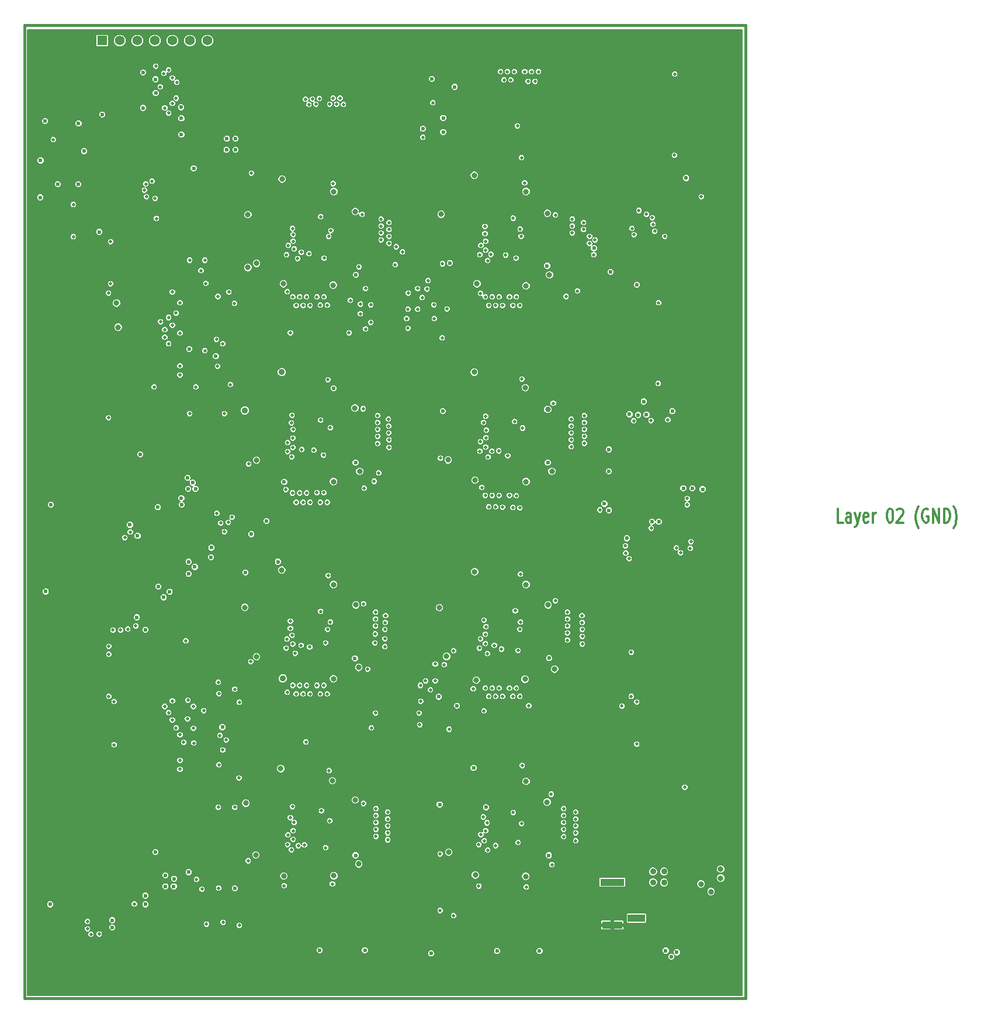
<source format=gbr>
G04 (created by PCBNEW-RS274X (2011-04-29 BZR 2986)-stable) date 12/09/2011 16:32:35*
G01*
G70*
G90*
%MOIN*%
G04 Gerber Fmt 3.4, Leading zero omitted, Abs format*
%FSLAX34Y34*%
G04 APERTURE LIST*
%ADD10C,0.006000*%
%ADD11C,0.012000*%
%ADD12C,0.015000*%
%ADD13R,0.137800X0.039400*%
%ADD14R,0.118100X0.039400*%
%ADD15R,0.098400X0.039400*%
%ADD16R,0.055000X0.055000*%
%ADD17C,0.055000*%
%ADD18C,0.035400*%
%ADD19C,0.031500*%
%ADD20C,0.023600*%
%ADD21C,0.019700*%
%ADD22C,0.005900*%
G04 APERTURE END LIST*
G54D10*
G54D11*
X61920Y-38217D02*
X61634Y-38217D01*
X61634Y-37417D01*
X62377Y-38217D02*
X62377Y-37798D01*
X62348Y-37722D01*
X62291Y-37683D01*
X62177Y-37683D01*
X62120Y-37722D01*
X62377Y-38179D02*
X62320Y-38217D01*
X62177Y-38217D01*
X62120Y-38179D01*
X62091Y-38103D01*
X62091Y-38026D01*
X62120Y-37950D01*
X62177Y-37912D01*
X62320Y-37912D01*
X62377Y-37874D01*
X62606Y-37683D02*
X62749Y-38217D01*
X62891Y-37683D02*
X62749Y-38217D01*
X62691Y-38407D01*
X62663Y-38445D01*
X62606Y-38483D01*
X63348Y-38179D02*
X63291Y-38217D01*
X63177Y-38217D01*
X63120Y-38179D01*
X63091Y-38103D01*
X63091Y-37798D01*
X63120Y-37722D01*
X63177Y-37683D01*
X63291Y-37683D01*
X63348Y-37722D01*
X63377Y-37798D01*
X63377Y-37874D01*
X63091Y-37950D01*
X63634Y-38217D02*
X63634Y-37683D01*
X63634Y-37836D02*
X63662Y-37760D01*
X63691Y-37722D01*
X63748Y-37683D01*
X63805Y-37683D01*
X64576Y-37417D02*
X64633Y-37417D01*
X64690Y-37455D01*
X64719Y-37493D01*
X64748Y-37569D01*
X64776Y-37722D01*
X64776Y-37912D01*
X64748Y-38064D01*
X64719Y-38141D01*
X64690Y-38179D01*
X64633Y-38217D01*
X64576Y-38217D01*
X64519Y-38179D01*
X64490Y-38141D01*
X64462Y-38064D01*
X64433Y-37912D01*
X64433Y-37722D01*
X64462Y-37569D01*
X64490Y-37493D01*
X64519Y-37455D01*
X64576Y-37417D01*
X65004Y-37493D02*
X65033Y-37455D01*
X65090Y-37417D01*
X65233Y-37417D01*
X65290Y-37455D01*
X65319Y-37493D01*
X65347Y-37569D01*
X65347Y-37645D01*
X65319Y-37760D01*
X64976Y-38217D01*
X65347Y-38217D01*
X66232Y-38522D02*
X66204Y-38483D01*
X66147Y-38369D01*
X66118Y-38293D01*
X66089Y-38179D01*
X66061Y-37988D01*
X66061Y-37836D01*
X66089Y-37645D01*
X66118Y-37531D01*
X66147Y-37455D01*
X66204Y-37341D01*
X66232Y-37303D01*
X66775Y-37455D02*
X66718Y-37417D01*
X66632Y-37417D01*
X66547Y-37455D01*
X66489Y-37531D01*
X66461Y-37607D01*
X66432Y-37760D01*
X66432Y-37874D01*
X66461Y-38026D01*
X66489Y-38103D01*
X66547Y-38179D01*
X66632Y-38217D01*
X66689Y-38217D01*
X66775Y-38179D01*
X66804Y-38141D01*
X66804Y-37874D01*
X66689Y-37874D01*
X67061Y-38217D02*
X67061Y-37417D01*
X67404Y-38217D01*
X67404Y-37417D01*
X67690Y-38217D02*
X67690Y-37417D01*
X67833Y-37417D01*
X67918Y-37455D01*
X67976Y-37531D01*
X68004Y-37607D01*
X68033Y-37760D01*
X68033Y-37874D01*
X68004Y-38026D01*
X67976Y-38103D01*
X67918Y-38179D01*
X67833Y-38217D01*
X67690Y-38217D01*
X68233Y-38522D02*
X68261Y-38483D01*
X68318Y-38369D01*
X68347Y-38293D01*
X68376Y-38179D01*
X68404Y-37988D01*
X68404Y-37836D01*
X68376Y-37645D01*
X68347Y-37531D01*
X68318Y-37455D01*
X68261Y-37341D01*
X68233Y-37303D01*
G54D12*
X56358Y-09882D02*
X56358Y-11083D01*
X15236Y-09882D02*
X15236Y-11063D01*
X56358Y-65335D02*
X15236Y-65335D01*
X15236Y-09882D02*
X56358Y-09882D01*
X56358Y-65335D02*
X56358Y-11102D01*
X15236Y-18661D02*
X15236Y-11102D01*
X15236Y-65315D02*
X15236Y-65335D01*
X15236Y-18681D02*
X15236Y-65315D01*
G54D13*
X48761Y-58720D03*
G54D14*
X48761Y-61161D03*
G54D15*
X50139Y-60767D03*
G54D16*
X19657Y-10748D03*
G54D17*
X20657Y-10748D03*
X21657Y-10748D03*
X22657Y-10748D03*
X23657Y-10748D03*
X24657Y-10748D03*
X25657Y-10748D03*
G54D18*
X51713Y-58740D03*
X51713Y-58110D03*
X51083Y-58720D03*
X51083Y-58110D03*
G54D19*
X38996Y-20650D03*
G54D18*
X27795Y-31831D03*
G54D20*
X39094Y-31870D03*
G54D19*
X38898Y-43071D03*
X27854Y-54213D03*
G54D20*
X38917Y-54291D03*
X49587Y-39114D03*
X52815Y-36260D03*
X53327Y-36260D03*
X53917Y-36319D03*
G54D21*
X26181Y-27776D03*
X26240Y-29311D03*
X37125Y-25137D03*
X37776Y-49744D03*
X37815Y-47500D03*
X26319Y-52028D03*
X37835Y-48406D03*
X25295Y-23858D03*
X51929Y-32362D03*
X26319Y-47972D03*
X35177Y-35866D03*
X26556Y-61004D03*
G54D20*
X48661Y-23937D03*
X38425Y-62776D03*
X52972Y-18583D03*
G54D21*
X49980Y-32421D03*
G54D20*
X38464Y-12933D03*
G54D21*
X50965Y-32402D03*
G54D20*
X25866Y-40197D03*
X28169Y-38878D03*
G54D21*
X52323Y-12657D03*
X22717Y-12205D03*
X26378Y-50354D03*
G54D19*
X20473Y-25708D03*
G54D21*
X49724Y-40276D03*
X49528Y-39961D03*
X49508Y-39547D03*
X53031Y-36850D03*
X53031Y-37205D03*
G54D19*
X39429Y-57008D03*
X28465Y-34665D03*
G54D20*
X34134Y-24096D03*
G54D19*
X34350Y-35295D03*
X45315Y-35295D03*
X34134Y-42913D03*
X34291Y-46476D03*
G54D20*
X48307Y-37146D03*
G54D19*
X28465Y-45866D03*
G54D21*
X37106Y-26062D03*
G54D19*
X34094Y-54035D03*
X34291Y-57677D03*
X28425Y-57165D03*
X20571Y-27087D03*
X45472Y-46574D03*
X39311Y-45846D03*
X45177Y-24096D03*
G54D21*
X27481Y-61182D03*
G54D20*
X18307Y-15472D03*
G54D19*
X45079Y-31771D03*
G54D21*
X25611Y-61103D03*
G54D19*
X45059Y-20592D03*
X34075Y-31692D03*
X39390Y-34645D03*
G54D21*
X26260Y-25335D03*
X37106Y-27145D03*
G54D20*
X39488Y-23425D03*
G54D19*
X45098Y-42913D03*
X34094Y-20493D03*
G54D20*
X18287Y-18937D03*
G54D19*
X45039Y-54153D03*
G54D21*
X45315Y-57717D03*
G54D20*
X24173Y-15177D03*
X17126Y-18937D03*
G54D19*
X28465Y-23445D03*
X27972Y-20669D03*
X27795Y-43051D03*
X54390Y-59252D03*
X54941Y-58484D03*
X54941Y-57972D03*
X53819Y-58819D03*
G54D20*
X16693Y-59980D03*
X24193Y-37205D03*
X16732Y-37205D03*
X22126Y-59488D03*
X23169Y-42480D03*
X22835Y-37343D03*
X24173Y-36831D03*
G54D21*
X21496Y-59961D03*
G54D20*
X52125Y-62972D03*
X52440Y-62716D03*
X16142Y-17579D03*
G54D21*
X52421Y-39665D03*
X53248Y-39311D03*
X53209Y-39685D03*
X52657Y-39941D03*
X50984Y-38543D03*
G54D20*
X22126Y-59980D03*
X16437Y-42146D03*
X23504Y-42165D03*
X22854Y-41870D03*
X51417Y-38169D03*
X51810Y-62618D03*
X24882Y-18031D03*
X51024Y-38169D03*
G54D21*
X24094Y-51772D03*
X24094Y-25689D03*
X24094Y-50315D03*
X24094Y-29803D03*
X24094Y-27421D03*
X24094Y-52283D03*
X24094Y-29291D03*
G54D20*
X48563Y-35295D03*
X48563Y-34055D03*
G54D21*
X26201Y-37697D03*
G54D20*
X24587Y-58150D03*
G54D21*
X22972Y-13386D03*
X22992Y-26772D03*
X50276Y-20433D03*
G54D20*
X49744Y-32047D03*
G54D19*
X41043Y-24607D03*
X40886Y-18425D03*
X29921Y-18642D03*
G54D21*
X22500Y-18760D03*
X22677Y-19744D03*
X34311Y-23642D03*
X22146Y-18917D03*
X22067Y-19272D03*
X22185Y-19646D03*
G54D19*
X43839Y-19351D03*
X43839Y-24725D03*
X32874Y-19351D03*
X30000Y-24607D03*
G54D20*
X27264Y-16969D03*
X26752Y-16969D03*
G54D19*
X32835Y-24686D03*
G54D20*
X27264Y-16339D03*
X26772Y-16339D03*
X45039Y-23584D03*
X21831Y-34331D03*
X22697Y-57008D03*
X25886Y-39646D03*
X27835Y-41063D03*
X24173Y-16102D03*
G54D21*
X31909Y-36516D03*
X35787Y-44311D03*
X35256Y-44114D03*
X31516Y-37067D03*
X32106Y-37067D03*
X35236Y-44567D03*
X31319Y-36535D03*
X35807Y-43917D03*
X32303Y-36516D03*
X35787Y-44843D03*
X35256Y-43720D03*
X31122Y-37067D03*
X32500Y-37067D03*
X35217Y-45079D03*
X30925Y-36535D03*
X35827Y-43524D03*
X35787Y-45295D03*
X30512Y-36535D03*
X35256Y-43327D03*
X30728Y-37067D03*
G54D20*
X24626Y-28327D03*
G54D21*
X30512Y-21457D03*
X30453Y-32539D03*
X26969Y-30354D03*
X32677Y-32815D03*
X30394Y-27402D03*
X33740Y-27402D03*
X32697Y-21575D03*
X35433Y-35394D03*
G54D19*
X27972Y-23681D03*
G54D21*
X30807Y-23169D03*
X30217Y-25060D03*
X31457Y-22894D03*
X32126Y-20788D03*
X32835Y-18899D03*
X34488Y-20651D03*
X32323Y-23150D03*
X30492Y-32106D03*
X32579Y-21909D03*
X33819Y-25551D03*
X27205Y-25728D03*
X24646Y-32008D03*
X30472Y-34469D03*
X26634Y-32008D03*
X31024Y-22815D03*
X30551Y-32913D03*
X30551Y-21811D03*
X25571Y-24587D03*
X26890Y-25079D03*
X26535Y-28031D03*
X25512Y-28425D03*
X30610Y-22618D03*
X30531Y-33936D03*
X31043Y-34055D03*
X28012Y-34882D03*
X30138Y-36339D03*
X31732Y-34094D03*
X32126Y-32382D03*
X32539Y-30078D03*
X34547Y-31732D03*
X32283Y-34370D03*
X30236Y-33661D03*
G54D20*
X26142Y-28740D03*
G54D21*
X30276Y-22422D03*
X31516Y-25846D03*
X35374Y-32913D03*
X31909Y-25354D03*
X36004Y-33110D03*
X36004Y-32717D03*
X31319Y-25354D03*
X32106Y-25827D03*
X35374Y-33307D03*
X35374Y-32520D03*
X31122Y-25846D03*
X36024Y-33504D03*
X32303Y-25354D03*
X35984Y-32323D03*
X30925Y-25354D03*
X35374Y-33720D03*
X32500Y-25827D03*
X30728Y-25846D03*
X35374Y-32126D03*
X36024Y-33937D03*
X30531Y-25354D03*
X23228Y-27224D03*
X25039Y-58563D03*
X26417Y-38248D03*
X34685Y-24882D03*
X34685Y-27185D03*
G54D20*
X21988Y-14587D03*
X21988Y-12559D03*
G54D21*
X23228Y-14587D03*
X24862Y-48701D03*
X24862Y-49941D03*
X23169Y-12618D03*
X23228Y-48701D03*
X23228Y-27657D03*
X22618Y-30492D03*
X22756Y-20886D03*
X18012Y-20098D03*
X25000Y-30492D03*
X30236Y-34173D03*
X18012Y-21929D03*
G54D20*
X24154Y-14547D03*
G54D21*
X30177Y-22954D03*
X30531Y-33405D03*
X24646Y-23268D03*
X30551Y-22185D03*
X25512Y-23268D03*
X28169Y-18307D03*
X32047Y-14055D03*
X35571Y-21713D03*
X31850Y-14370D03*
X36024Y-21516D03*
X35571Y-21319D03*
X31654Y-14075D03*
X31457Y-14390D03*
X36024Y-21122D03*
X35571Y-20925D03*
X31260Y-14094D03*
G54D20*
X24567Y-36299D03*
X24980Y-36299D03*
X24823Y-35945D03*
G54D19*
X40925Y-35806D03*
G54D20*
X45079Y-34802D03*
G54D19*
X32854Y-35885D03*
G54D21*
X21260Y-38760D03*
G54D19*
X43839Y-35885D03*
G54D20*
X32854Y-30571D03*
X30039Y-35906D03*
G54D19*
X43799Y-30531D03*
G54D20*
X34114Y-34802D03*
G54D21*
X20945Y-39075D03*
G54D20*
X24528Y-35669D03*
X21673Y-38976D03*
X21240Y-38346D03*
G54D19*
X40886Y-29646D03*
G54D18*
X29902Y-29646D03*
G54D21*
X51378Y-30295D03*
X51398Y-25689D03*
X42894Y-36673D03*
X47047Y-44311D03*
X42500Y-37343D03*
X46201Y-44114D03*
X43091Y-37362D03*
X46199Y-44510D03*
X47044Y-43920D03*
X42303Y-36673D03*
X43287Y-36693D03*
X47047Y-44705D03*
X42106Y-37323D03*
X46201Y-43720D03*
X43484Y-37382D03*
X46201Y-44921D03*
X47028Y-43524D03*
X41909Y-36673D03*
X47047Y-45138D03*
X41516Y-36673D03*
X46201Y-43327D03*
X41713Y-37323D03*
X41496Y-21340D03*
X37028Y-26594D03*
X39055Y-27697D03*
X41417Y-32519D03*
X43504Y-21496D03*
X43642Y-32835D03*
X48051Y-37500D03*
X41654Y-23288D03*
X39075Y-23466D03*
X41240Y-25159D03*
X42677Y-22972D03*
X43110Y-20867D03*
X43760Y-18859D03*
X43268Y-23150D03*
X45512Y-20690D03*
X38957Y-34547D03*
X41673Y-34487D03*
X42283Y-34134D03*
X41319Y-36220D03*
X43188Y-32461D03*
X43602Y-30039D03*
X42795Y-34409D03*
X45394Y-31417D03*
X41535Y-32165D03*
X43563Y-21909D03*
X39331Y-26043D03*
X46122Y-25335D03*
X41831Y-22933D03*
X38583Y-25807D03*
X37657Y-26063D03*
X41575Y-32952D03*
X41496Y-21752D03*
X41890Y-34154D03*
X37657Y-24882D03*
X38189Y-24902D03*
X41260Y-22422D03*
X41240Y-33602D03*
X37913Y-25394D03*
X41535Y-33917D03*
X41535Y-22697D03*
X42500Y-25846D03*
X47165Y-32913D03*
X42894Y-25354D03*
X46417Y-33110D03*
X46417Y-32717D03*
X42303Y-25354D03*
X47165Y-33307D03*
X43091Y-25846D03*
X42106Y-25846D03*
X47165Y-32520D03*
X46417Y-33504D03*
X43287Y-25354D03*
X41909Y-25354D03*
X46417Y-32323D03*
X43484Y-25846D03*
X47165Y-33701D03*
X47165Y-32126D03*
X41713Y-25846D03*
X41516Y-25354D03*
X46417Y-33898D03*
X27067Y-37913D03*
X23878Y-14035D03*
X24547Y-48346D03*
X34390Y-25768D03*
X24528Y-49409D03*
X23917Y-13130D03*
X23878Y-26280D03*
X34390Y-26319D03*
X23878Y-49921D03*
G54D20*
X27224Y-59075D03*
G54D21*
X41201Y-34153D03*
X41535Y-22186D03*
X38248Y-24429D03*
X36378Y-23524D03*
X41201Y-22953D03*
G54D20*
X39763Y-13386D03*
G54D21*
X38602Y-26594D03*
X41555Y-33385D03*
X46772Y-25020D03*
X49882Y-21457D03*
X24882Y-50787D03*
X25354Y-59114D03*
X23445Y-12421D03*
X23445Y-26535D03*
X26634Y-38740D03*
X23445Y-49055D03*
X23445Y-28031D03*
X23445Y-14882D03*
X25453Y-48937D03*
X43346Y-15610D03*
X43583Y-17421D03*
X43169Y-12520D03*
X46476Y-21713D03*
X42972Y-12992D03*
X47126Y-21516D03*
X46476Y-21319D03*
X42776Y-12520D03*
X42579Y-12992D03*
X47126Y-21122D03*
X46476Y-20925D03*
X42382Y-12520D03*
G54D19*
X40945Y-58307D03*
G54D20*
X45138Y-57185D03*
G54D21*
X19016Y-61693D03*
G54D19*
X30020Y-58366D03*
G54D21*
X19489Y-61672D03*
G54D20*
X23740Y-58957D03*
G54D19*
X32874Y-58346D03*
G54D20*
X34114Y-57185D03*
X23268Y-58957D03*
G54D19*
X32795Y-52933D03*
G54D20*
X23268Y-58327D03*
G54D19*
X43839Y-52972D03*
G54D21*
X18819Y-60965D03*
G54D20*
X20236Y-60886D03*
X20236Y-61299D03*
X40846Y-52205D03*
G54D19*
X29843Y-52244D03*
X43819Y-58386D03*
G54D20*
X23760Y-58524D03*
G54D21*
X18819Y-61378D03*
X50157Y-48445D03*
X50157Y-50846D03*
G54D20*
X44606Y-62638D03*
X42185Y-62638D03*
G54D21*
X35256Y-49075D03*
X41437Y-43779D03*
X39449Y-50000D03*
X41398Y-55000D03*
G54D20*
X48563Y-37520D03*
G54D21*
X43524Y-43898D03*
X43583Y-55374D03*
X39705Y-45531D03*
X41634Y-45689D03*
X40827Y-47697D03*
X42441Y-45433D03*
X43524Y-41161D03*
X43228Y-43248D03*
X43386Y-45512D03*
X45512Y-42677D03*
X43484Y-44311D03*
X43996Y-48661D03*
G54D20*
X41555Y-54449D03*
X39902Y-48661D03*
G54D21*
X41614Y-55335D03*
X41555Y-44154D03*
G54D20*
X38858Y-48150D03*
G54D21*
X37736Y-49075D03*
X42028Y-45217D03*
X41654Y-56890D03*
X38937Y-57106D03*
X42106Y-56634D03*
X41142Y-58937D03*
X43110Y-54744D03*
X43622Y-52067D03*
X43386Y-56457D03*
X45276Y-53701D03*
X38661Y-47244D03*
X41260Y-56004D03*
X38110Y-47244D03*
X41240Y-44842D03*
X41516Y-45118D03*
X41457Y-56358D03*
X38386Y-47756D03*
X45984Y-55315D03*
X42500Y-48130D03*
X42894Y-47657D03*
X46673Y-55512D03*
X46673Y-55118D03*
X42303Y-47657D03*
X45984Y-55709D03*
X43091Y-48130D03*
X45984Y-54921D03*
X42106Y-48130D03*
X43287Y-47657D03*
X46673Y-55906D03*
X46673Y-54724D03*
X41909Y-47657D03*
X43484Y-48130D03*
X45984Y-56122D03*
X41713Y-48130D03*
X45984Y-54528D03*
X46673Y-56358D03*
X41516Y-47657D03*
X41142Y-56575D03*
X41516Y-44587D03*
X38661Y-46280D03*
X41181Y-45374D03*
X39173Y-46319D03*
X49311Y-48681D03*
X41437Y-48957D03*
X53839Y-19646D03*
X38937Y-60335D03*
X41535Y-55787D03*
X49843Y-48130D03*
X49843Y-45610D03*
G54D20*
X45157Y-45944D03*
G54D19*
X32854Y-41752D03*
X32854Y-47126D03*
G54D21*
X20276Y-44350D03*
X21122Y-44291D03*
X21575Y-44114D03*
G54D18*
X29961Y-47106D03*
G54D19*
X41004Y-47205D03*
G54D20*
X22126Y-44331D03*
X21634Y-43622D03*
G54D19*
X40906Y-41024D03*
X29902Y-40925D03*
G54D20*
X24587Y-41142D03*
X24941Y-40748D03*
X24587Y-40453D03*
G54D19*
X43839Y-41752D03*
G54D20*
X34075Y-45964D03*
G54D21*
X20709Y-44350D03*
G54D19*
X43780Y-47145D03*
G54D20*
X32067Y-62598D03*
X34646Y-62598D03*
G54D21*
X24311Y-50748D03*
X30394Y-43838D03*
X27461Y-52776D03*
X30394Y-55039D03*
X32677Y-43898D03*
X32638Y-55217D03*
X31280Y-50728D03*
X35020Y-49921D03*
X34606Y-36260D03*
X30669Y-45669D03*
X28130Y-46142D03*
X30217Y-47894D03*
X31496Y-45315D03*
X32559Y-41240D03*
X32126Y-43287D03*
X32402Y-45078D03*
X34567Y-42854D03*
X32520Y-44311D03*
X34803Y-46575D03*
X30512Y-54409D03*
X27480Y-48465D03*
X30256Y-56023D03*
X30197Y-44862D03*
G54D20*
X26516Y-49882D03*
G54D21*
X30846Y-56634D03*
X27992Y-57500D03*
X31201Y-56594D03*
X30039Y-58917D03*
X32165Y-54646D03*
X32598Y-52362D03*
X32402Y-56752D03*
X34567Y-54232D03*
X31004Y-45217D03*
X27224Y-47717D03*
X30453Y-56870D03*
X26280Y-54449D03*
X26280Y-47323D03*
X30394Y-44252D03*
X30610Y-55315D03*
X27224Y-54449D03*
X30551Y-56279D03*
X26535Y-51181D03*
X30531Y-45137D03*
X26732Y-50610D03*
X35276Y-55315D03*
X31516Y-47992D03*
X31909Y-47500D03*
X35945Y-55512D03*
X35945Y-55118D03*
X31319Y-47500D03*
X32106Y-47992D03*
X35276Y-55709D03*
X31122Y-47992D03*
X35276Y-54921D03*
X32303Y-47500D03*
X35945Y-55906D03*
X30925Y-47500D03*
X35945Y-54724D03*
X35276Y-56102D03*
X32500Y-47992D03*
X30728Y-47992D03*
X35276Y-54528D03*
X35945Y-56299D03*
X30531Y-47500D03*
X23661Y-12874D03*
X23661Y-49469D03*
X23661Y-48386D03*
X23661Y-25079D03*
X26299Y-59055D03*
X34980Y-26811D03*
X34980Y-25807D03*
X23661Y-26969D03*
G54D20*
X29035Y-38130D03*
G54D21*
X23661Y-14331D03*
X26850Y-38209D03*
G54D20*
X29685Y-40453D03*
X19665Y-14961D03*
G54D21*
X32795Y-58819D03*
X30236Y-56575D03*
X30551Y-55787D03*
X30157Y-45374D03*
X30492Y-44646D03*
X20039Y-45276D03*
X24429Y-44961D03*
X16870Y-16398D03*
G54D20*
X50157Y-24665D03*
X50709Y-32067D03*
G54D21*
X51043Y-20846D03*
X38523Y-14291D03*
G54D20*
X39114Y-15157D03*
X39114Y-15965D03*
G54D21*
X52303Y-17283D03*
X51752Y-21909D03*
X39705Y-60630D03*
X43858Y-58996D03*
X52894Y-53307D03*
X50000Y-21811D03*
G54D20*
X37953Y-15768D03*
X18622Y-17047D03*
X19488Y-21654D03*
G54D21*
X37953Y-16260D03*
X51083Y-21220D03*
G54D20*
X50551Y-31319D03*
X16122Y-19685D03*
X16398Y-15335D03*
X52185Y-31870D03*
G54D21*
X51181Y-21614D03*
G54D20*
X50236Y-32087D03*
G54D21*
X50709Y-20650D03*
G54D19*
X54941Y-60512D03*
X55413Y-61024D03*
X54350Y-60472D03*
G54D20*
X51004Y-37480D03*
X50433Y-36909D03*
X51457Y-37480D03*
G54D19*
X27815Y-42303D03*
X28012Y-41752D03*
X28346Y-41339D03*
X39488Y-18583D03*
X40138Y-18583D03*
X39331Y-19016D03*
X39587Y-19429D03*
X28366Y-19193D03*
X28602Y-18642D03*
X29134Y-18642D03*
G54D18*
X28602Y-30551D03*
X28268Y-30197D03*
X28524Y-29724D03*
X29094Y-29764D03*
G54D19*
X39587Y-30630D03*
X39587Y-29862D03*
X40079Y-29724D03*
X39587Y-41319D03*
X40098Y-41043D03*
X39390Y-41850D03*
X39626Y-52244D03*
X28780Y-52303D03*
X28406Y-52618D03*
X28150Y-53031D03*
G54D20*
X39567Y-53110D03*
X39626Y-52677D03*
X23130Y-61201D03*
X22638Y-61201D03*
X23583Y-61201D03*
X22106Y-61594D03*
X22106Y-61220D03*
X22106Y-62008D03*
X22165Y-42972D03*
X22854Y-37953D03*
X24094Y-37953D03*
X23504Y-38602D03*
X22894Y-38346D03*
X22421Y-39016D03*
X22421Y-37776D03*
X26260Y-19193D03*
X25866Y-19193D03*
X26654Y-19193D03*
X24390Y-18465D03*
X25236Y-19173D03*
X24665Y-19724D03*
G54D21*
X45138Y-45551D03*
G54D20*
X51299Y-36713D03*
X54390Y-63583D03*
X54390Y-62205D03*
X54311Y-62992D03*
X50689Y-59941D03*
X51496Y-60413D03*
G54D21*
X33543Y-58287D03*
X45118Y-56791D03*
X44980Y-58071D03*
X44626Y-58287D03*
G54D18*
X31418Y-22009D03*
X31791Y-21635D03*
X31790Y-44037D03*
X31417Y-44411D03*
X31416Y-44037D03*
X31416Y-44785D03*
X31790Y-44785D03*
X31790Y-44411D03*
X31042Y-44411D03*
G54D21*
X45039Y-20118D03*
G54D18*
X31042Y-44785D03*
X42400Y-44038D03*
X42026Y-44786D03*
X42026Y-44038D03*
X42026Y-44412D03*
X42774Y-44412D03*
X42774Y-44786D03*
X42400Y-44786D03*
X42401Y-44412D03*
X42774Y-44038D03*
X42774Y-55985D03*
X42400Y-55985D03*
X42401Y-55611D03*
X42774Y-55237D03*
X42026Y-55611D03*
X42026Y-55237D03*
X42026Y-55985D03*
X42400Y-55237D03*
X42774Y-55611D03*
X31417Y-32832D03*
X31418Y-33206D03*
X31791Y-32832D03*
G54D21*
X40218Y-11339D03*
X40415Y-11024D03*
X16535Y-24606D03*
X29685Y-11043D03*
X40021Y-11044D03*
X29882Y-11397D03*
X30079Y-11023D03*
X30276Y-11397D03*
X31063Y-11397D03*
X32441Y-11043D03*
X55157Y-23189D03*
X16220Y-23425D03*
X31004Y-64429D03*
X16496Y-21063D03*
X30866Y-11004D03*
X31791Y-64390D03*
G54D18*
X42027Y-33583D03*
G54D21*
X16535Y-19882D03*
G54D20*
X28799Y-24253D03*
G54D18*
X31043Y-22009D03*
G54D21*
X55354Y-33622D03*
G54D20*
X44213Y-25257D03*
G54D21*
X16516Y-21850D03*
G54D20*
X44624Y-53190D03*
X44821Y-53465D03*
G54D21*
X41220Y-64429D03*
G54D18*
X42027Y-33209D03*
X42775Y-32835D03*
G54D21*
X31594Y-64075D03*
X16517Y-21458D03*
G54D20*
X54881Y-39843D03*
G54D19*
X22441Y-27087D03*
G54D21*
X24724Y-27776D03*
X24606Y-29547D03*
G54D20*
X28798Y-57854D03*
G54D21*
X40433Y-64429D03*
X32244Y-11398D03*
X41989Y-11005D03*
X44745Y-11339D03*
X32185Y-64409D03*
X24724Y-25335D03*
G54D18*
X31043Y-21635D03*
G54D21*
X35472Y-25137D03*
G54D18*
X42401Y-32835D03*
G54D20*
X44625Y-19586D03*
G54D21*
X27481Y-59390D03*
X33563Y-64390D03*
G54D18*
X42775Y-33583D03*
G54D21*
X25611Y-59449D03*
X35452Y-26062D03*
X49980Y-33937D03*
X51929Y-33937D03*
G54D20*
X40057Y-58111D03*
G54D21*
X29626Y-64449D03*
G54D18*
X31042Y-44037D03*
G54D20*
X39783Y-24251D03*
X54488Y-39804D03*
G54D21*
X54921Y-33031D03*
X27165Y-12008D03*
X36299Y-49744D03*
G54D20*
X40057Y-46912D03*
X20137Y-35666D03*
G54D21*
X39193Y-60768D03*
X55335Y-30866D03*
G54D19*
X29114Y-58110D03*
G54D18*
X42402Y-22007D03*
X31791Y-22009D03*
G54D21*
X54921Y-31063D03*
G54D20*
X39782Y-57855D03*
G54D19*
X22501Y-26338D03*
G54D20*
X52106Y-40178D03*
X28799Y-35450D03*
G54D21*
X43564Y-11340D03*
X44921Y-31003D03*
G54D20*
X40058Y-35709D03*
G54D21*
X41793Y-11340D03*
X41596Y-11005D03*
X41399Y-11340D03*
X41202Y-11005D03*
X41005Y-11340D03*
X40808Y-11005D03*
X42186Y-11340D03*
X39173Y-14744D03*
G54D18*
X31417Y-33580D03*
X31791Y-33206D03*
G54D20*
X40058Y-24507D03*
G54D21*
X55335Y-33228D03*
G54D20*
X28798Y-46655D03*
G54D21*
X16122Y-32677D03*
X16535Y-32087D03*
G54D20*
X39783Y-35453D03*
G54D18*
X31043Y-33580D03*
G54D21*
X28502Y-11397D03*
G54D20*
X33837Y-42265D03*
X34035Y-34350D03*
G54D21*
X54921Y-31457D03*
G54D20*
X55512Y-45315D03*
G54D21*
X16535Y-19488D03*
G54D18*
X42401Y-21633D03*
G54D21*
X16083Y-22047D03*
X34744Y-64429D03*
G54D18*
X42775Y-21633D03*
G54D20*
X33837Y-53464D03*
G54D21*
X16535Y-25197D03*
X40612Y-11340D03*
X31398Y-64429D03*
X16535Y-28150D03*
X39646Y-64016D03*
X16535Y-29134D03*
X30472Y-11023D03*
X16536Y-30513D03*
X43367Y-11005D03*
X54961Y-19843D03*
X16535Y-30906D03*
X55335Y-31654D03*
G54D20*
X29074Y-35706D03*
G54D21*
X33620Y-11397D03*
X16535Y-31693D03*
X16122Y-31890D03*
G54D20*
X19743Y-35745D03*
G54D21*
X16535Y-32480D03*
X16122Y-32284D03*
X16122Y-33071D03*
X16535Y-33268D03*
X16122Y-33465D03*
X16535Y-33661D03*
X29232Y-64429D03*
X54980Y-20236D03*
X30020Y-64449D03*
X31988Y-64035D03*
X16102Y-30315D03*
G54D18*
X31043Y-33206D03*
G54D21*
X40236Y-64016D03*
G54D18*
X42027Y-21633D03*
G54D20*
X29074Y-24509D03*
G54D21*
X54921Y-33425D03*
X16535Y-31299D03*
X43583Y-64213D03*
X54921Y-33819D03*
X42205Y-64016D03*
X41811Y-64016D03*
X41614Y-64429D03*
X41417Y-64016D03*
X41024Y-64016D03*
X40827Y-64429D03*
G54D20*
X33640Y-53189D03*
X33641Y-30785D03*
G54D21*
X39055Y-64016D03*
G54D20*
X33838Y-31060D03*
G54D18*
X42027Y-22381D03*
G54D20*
X54074Y-39765D03*
G54D18*
X42027Y-32835D03*
G54D21*
X16122Y-31496D03*
G54D18*
X42775Y-33209D03*
X31043Y-32832D03*
G54D20*
X33838Y-19863D03*
G54D21*
X33817Y-11003D03*
G54D20*
X33641Y-19588D03*
G54D21*
X43386Y-63819D03*
X42008Y-64429D03*
X54961Y-21024D03*
X54921Y-31850D03*
X16555Y-23228D03*
X55335Y-30472D03*
G54D18*
X31417Y-21635D03*
G54D20*
X20551Y-41733D03*
G54D21*
X55335Y-32441D03*
X39252Y-64370D03*
G54D20*
X24497Y-15426D03*
X22509Y-16213D03*
X22549Y-16626D03*
X22450Y-17000D03*
X23622Y-40296D03*
X22126Y-40689D03*
X21693Y-40650D03*
X21260Y-40650D03*
X20846Y-40630D03*
X16122Y-33858D03*
X16102Y-50866D03*
X16122Y-49488D03*
X16063Y-48110D03*
X16161Y-46732D03*
X16161Y-45354D03*
G54D21*
X34941Y-64035D03*
G54D20*
X44764Y-63819D03*
X55610Y-50827D03*
X55394Y-49449D03*
X55453Y-48071D03*
X55433Y-46693D03*
X55413Y-28898D03*
X55354Y-28110D03*
X55354Y-25157D03*
X55354Y-24567D03*
G54D21*
X54921Y-32638D03*
X54921Y-30669D03*
X55335Y-31260D03*
X54921Y-32244D03*
X30669Y-11398D03*
G54D18*
X42402Y-33209D03*
G54D20*
X55236Y-22008D03*
G54D18*
X31417Y-22383D03*
G54D20*
X54980Y-19449D03*
G54D21*
X28895Y-11397D03*
X28108Y-11397D03*
G54D20*
X33523Y-24686D03*
X33838Y-24411D03*
X33425Y-35865D03*
X33897Y-35629D03*
X33465Y-47047D03*
X33957Y-47086D03*
X44409Y-47165D03*
X44822Y-46830D03*
G54D21*
X34055Y-45531D03*
X34114Y-56791D03*
G54D20*
X45058Y-34330D03*
X45039Y-23169D03*
X34035Y-23307D03*
X44448Y-35865D03*
X45000Y-35865D03*
X44665Y-24410D03*
X33956Y-58051D03*
G54D21*
X35413Y-27145D03*
G54D20*
X44625Y-30788D03*
G54D21*
X54961Y-21417D03*
X54980Y-21811D03*
G54D20*
X52499Y-40414D03*
G54D21*
X16142Y-28937D03*
G54D20*
X33640Y-41990D03*
X44624Y-41991D03*
X44821Y-42266D03*
X29073Y-46911D03*
G54D21*
X24823Y-47972D03*
X24882Y-50354D03*
X24823Y-52028D03*
X36201Y-47500D03*
X36220Y-48406D03*
X20945Y-12933D03*
G54D20*
X22146Y-35020D03*
X29252Y-39606D03*
X27618Y-39626D03*
X48307Y-35689D03*
G54D21*
X35177Y-37382D03*
X55906Y-16516D03*
X55886Y-17244D03*
X49469Y-16516D03*
X49587Y-17185D03*
X50965Y-33917D03*
G54D18*
X31791Y-22383D03*
G54D21*
X53799Y-55197D03*
X52461Y-55236D03*
G54D18*
X31791Y-33580D03*
G54D21*
X54154Y-55827D03*
G54D18*
X31043Y-22383D03*
G54D21*
X51870Y-55827D03*
X53150Y-55079D03*
G54D18*
X48760Y-60335D03*
X47933Y-61791D03*
X47933Y-60335D03*
X48780Y-61791D03*
G54D21*
X30807Y-64075D03*
X39234Y-11044D03*
X31201Y-64075D03*
X39627Y-11339D03*
G54D18*
X31042Y-55984D03*
X31042Y-55236D03*
X31042Y-55610D03*
G54D21*
X39037Y-11359D03*
G54D18*
X31790Y-55236D03*
X31417Y-55610D03*
X31416Y-55236D03*
X31416Y-55984D03*
X31790Y-55984D03*
X31790Y-55610D03*
X42027Y-22007D03*
G54D20*
X54743Y-61043D03*
X51160Y-61161D03*
G54D18*
X42775Y-22007D03*
X42775Y-22381D03*
G54D21*
X16535Y-32874D03*
G54D18*
X42401Y-22381D03*
X42401Y-33583D03*
G54D20*
X39782Y-46656D03*
G54D21*
X33366Y-64035D03*
X40630Y-64016D03*
X55335Y-32047D03*
X16122Y-31102D03*
G54D20*
X53681Y-39784D03*
G54D21*
X55335Y-32835D03*
X54921Y-30276D03*
X40039Y-64429D03*
X26556Y-59410D03*
X16102Y-30709D03*
G54D20*
X21122Y-19213D03*
G54D21*
X16516Y-20276D03*
X51870Y-19390D03*
X17126Y-16713D03*
X18858Y-58878D03*
G54D20*
X22717Y-13740D03*
X22697Y-12953D03*
G54D21*
X20020Y-25138D03*
X20020Y-32244D03*
X20138Y-22205D03*
X20138Y-24606D03*
X35571Y-22106D03*
X32835Y-14035D03*
X47776Y-22106D03*
X43957Y-13071D03*
G54D20*
X47717Y-22579D03*
G54D21*
X44350Y-13071D03*
X44547Y-12520D03*
X47697Y-22953D03*
X36437Y-22500D03*
X33228Y-14035D03*
X36791Y-22795D03*
X33425Y-14390D03*
X20039Y-45728D03*
X20039Y-48130D03*
X20335Y-50886D03*
X20335Y-48425D03*
X33031Y-14370D03*
X36024Y-22303D03*
X32638Y-14370D03*
X36024Y-21909D03*
X44154Y-12520D03*
X47461Y-22303D03*
X43760Y-12520D03*
X47461Y-21909D03*
G54D10*
G36*
X56172Y-65172D02*
X55185Y-65172D01*
X55185Y-58533D01*
X55185Y-58436D01*
X55185Y-58021D01*
X55185Y-57924D01*
X55148Y-57834D01*
X55080Y-57766D01*
X54990Y-57728D01*
X54893Y-57728D01*
X54803Y-57765D01*
X54735Y-57833D01*
X54697Y-57923D01*
X54697Y-58020D01*
X54734Y-58110D01*
X54802Y-58178D01*
X54892Y-58216D01*
X54989Y-58216D01*
X55079Y-58179D01*
X55147Y-58111D01*
X55185Y-58021D01*
X55185Y-58436D01*
X55148Y-58346D01*
X55080Y-58278D01*
X54990Y-58240D01*
X54893Y-58240D01*
X54803Y-58277D01*
X54735Y-58345D01*
X54697Y-58435D01*
X54697Y-58532D01*
X54734Y-58622D01*
X54802Y-58690D01*
X54892Y-58728D01*
X54989Y-58728D01*
X55079Y-58691D01*
X55147Y-58623D01*
X55185Y-58533D01*
X55185Y-65172D01*
X54634Y-65172D01*
X54634Y-59301D01*
X54634Y-59204D01*
X54597Y-59114D01*
X54529Y-59046D01*
X54439Y-59008D01*
X54342Y-59008D01*
X54252Y-59045D01*
X54184Y-59113D01*
X54146Y-59203D01*
X54146Y-59300D01*
X54183Y-59390D01*
X54251Y-59458D01*
X54341Y-59496D01*
X54438Y-59496D01*
X54528Y-59459D01*
X54596Y-59391D01*
X54634Y-59301D01*
X54634Y-65172D01*
X54123Y-65172D01*
X54123Y-36360D01*
X54123Y-36278D01*
X54092Y-36202D01*
X54034Y-36144D01*
X54024Y-36139D01*
X54024Y-19683D01*
X54024Y-19609D01*
X53996Y-19541D01*
X53944Y-19489D01*
X53876Y-19461D01*
X53802Y-19461D01*
X53734Y-19489D01*
X53682Y-19541D01*
X53654Y-19609D01*
X53654Y-19683D01*
X53682Y-19751D01*
X53734Y-19803D01*
X53802Y-19831D01*
X53876Y-19831D01*
X53944Y-19803D01*
X53996Y-19751D01*
X54024Y-19683D01*
X54024Y-36139D01*
X53958Y-36113D01*
X53876Y-36113D01*
X53800Y-36144D01*
X53742Y-36202D01*
X53711Y-36278D01*
X53711Y-36360D01*
X53742Y-36436D01*
X53800Y-36494D01*
X53876Y-36525D01*
X53958Y-36525D01*
X54034Y-36494D01*
X54092Y-36436D01*
X54123Y-36360D01*
X54123Y-65172D01*
X54063Y-65172D01*
X54063Y-58868D01*
X54063Y-58771D01*
X54026Y-58681D01*
X53958Y-58613D01*
X53868Y-58575D01*
X53771Y-58575D01*
X53681Y-58612D01*
X53613Y-58680D01*
X53575Y-58770D01*
X53575Y-58867D01*
X53612Y-58957D01*
X53680Y-59025D01*
X53770Y-59063D01*
X53867Y-59063D01*
X53957Y-59026D01*
X54025Y-58958D01*
X54063Y-58868D01*
X54063Y-65172D01*
X53533Y-65172D01*
X53533Y-36301D01*
X53533Y-36219D01*
X53502Y-36143D01*
X53444Y-36085D01*
X53368Y-36054D01*
X53286Y-36054D01*
X53210Y-36085D01*
X53178Y-36117D01*
X53178Y-18624D01*
X53178Y-18542D01*
X53147Y-18466D01*
X53089Y-18408D01*
X53013Y-18377D01*
X52931Y-18377D01*
X52855Y-18408D01*
X52797Y-18466D01*
X52766Y-18542D01*
X52766Y-18624D01*
X52797Y-18700D01*
X52855Y-18758D01*
X52931Y-18789D01*
X53013Y-18789D01*
X53089Y-18758D01*
X53147Y-18700D01*
X53178Y-18624D01*
X53178Y-36117D01*
X53152Y-36143D01*
X53121Y-36219D01*
X53121Y-36301D01*
X53152Y-36377D01*
X53210Y-36435D01*
X53286Y-36466D01*
X53368Y-36466D01*
X53444Y-36435D01*
X53502Y-36377D01*
X53533Y-36301D01*
X53533Y-65172D01*
X53433Y-65172D01*
X53433Y-39348D01*
X53433Y-39274D01*
X53405Y-39206D01*
X53353Y-39154D01*
X53285Y-39126D01*
X53216Y-39126D01*
X53216Y-37242D01*
X53216Y-37168D01*
X53188Y-37100D01*
X53136Y-37048D01*
X53086Y-37027D01*
X53136Y-37007D01*
X53188Y-36955D01*
X53216Y-36887D01*
X53216Y-36813D01*
X53188Y-36745D01*
X53136Y-36693D01*
X53068Y-36665D01*
X53021Y-36665D01*
X53021Y-36301D01*
X53021Y-36219D01*
X52990Y-36143D01*
X52932Y-36085D01*
X52856Y-36054D01*
X52774Y-36054D01*
X52698Y-36085D01*
X52640Y-36143D01*
X52609Y-36219D01*
X52609Y-36301D01*
X52640Y-36377D01*
X52698Y-36435D01*
X52774Y-36466D01*
X52856Y-36466D01*
X52932Y-36435D01*
X52990Y-36377D01*
X53021Y-36301D01*
X53021Y-36665D01*
X52994Y-36665D01*
X52926Y-36693D01*
X52874Y-36745D01*
X52846Y-36813D01*
X52846Y-36887D01*
X52874Y-36955D01*
X52926Y-37007D01*
X52975Y-37027D01*
X52926Y-37048D01*
X52874Y-37100D01*
X52846Y-37168D01*
X52846Y-37242D01*
X52874Y-37310D01*
X52926Y-37362D01*
X52994Y-37390D01*
X53068Y-37390D01*
X53136Y-37362D01*
X53188Y-37310D01*
X53216Y-37242D01*
X53216Y-39126D01*
X53211Y-39126D01*
X53143Y-39154D01*
X53091Y-39206D01*
X53063Y-39274D01*
X53063Y-39348D01*
X53091Y-39416D01*
X53143Y-39468D01*
X53211Y-39496D01*
X53285Y-39496D01*
X53353Y-39468D01*
X53405Y-39416D01*
X53433Y-39348D01*
X53433Y-65172D01*
X53394Y-65172D01*
X53394Y-39722D01*
X53394Y-39648D01*
X53366Y-39580D01*
X53314Y-39528D01*
X53246Y-39500D01*
X53172Y-39500D01*
X53104Y-39528D01*
X53052Y-39580D01*
X53024Y-39648D01*
X53024Y-39722D01*
X53052Y-39790D01*
X53104Y-39842D01*
X53172Y-39870D01*
X53246Y-39870D01*
X53314Y-39842D01*
X53366Y-39790D01*
X53394Y-39722D01*
X53394Y-65172D01*
X53079Y-65172D01*
X53079Y-53344D01*
X53079Y-53270D01*
X53051Y-53202D01*
X52999Y-53150D01*
X52931Y-53122D01*
X52857Y-53122D01*
X52842Y-53128D01*
X52842Y-39978D01*
X52842Y-39904D01*
X52814Y-39836D01*
X52762Y-39784D01*
X52694Y-39756D01*
X52620Y-39756D01*
X52572Y-39775D01*
X52578Y-39770D01*
X52606Y-39702D01*
X52606Y-39628D01*
X52578Y-39560D01*
X52526Y-39508D01*
X52508Y-39500D01*
X52508Y-12694D01*
X52508Y-12620D01*
X52480Y-12552D01*
X52428Y-12500D01*
X52360Y-12472D01*
X52286Y-12472D01*
X52218Y-12500D01*
X52166Y-12552D01*
X52138Y-12620D01*
X52138Y-12694D01*
X52166Y-12762D01*
X52218Y-12814D01*
X52286Y-12842D01*
X52360Y-12842D01*
X52428Y-12814D01*
X52480Y-12762D01*
X52508Y-12694D01*
X52508Y-39500D01*
X52488Y-39492D01*
X52488Y-17320D01*
X52488Y-17246D01*
X52460Y-17178D01*
X52408Y-17126D01*
X52340Y-17098D01*
X52266Y-17098D01*
X52198Y-17126D01*
X52146Y-17178D01*
X52118Y-17246D01*
X52118Y-17320D01*
X52146Y-17388D01*
X52198Y-17440D01*
X52266Y-17468D01*
X52340Y-17468D01*
X52408Y-17440D01*
X52460Y-17388D01*
X52488Y-17320D01*
X52488Y-39492D01*
X52458Y-39480D01*
X52391Y-39480D01*
X52391Y-31911D01*
X52391Y-31829D01*
X52360Y-31753D01*
X52302Y-31695D01*
X52226Y-31664D01*
X52144Y-31664D01*
X52068Y-31695D01*
X52010Y-31753D01*
X51979Y-31829D01*
X51979Y-31911D01*
X52010Y-31987D01*
X52068Y-32045D01*
X52144Y-32076D01*
X52226Y-32076D01*
X52302Y-32045D01*
X52360Y-31987D01*
X52391Y-31911D01*
X52391Y-39480D01*
X52384Y-39480D01*
X52316Y-39508D01*
X52264Y-39560D01*
X52236Y-39628D01*
X52236Y-39702D01*
X52264Y-39770D01*
X52316Y-39822D01*
X52384Y-39850D01*
X52458Y-39850D01*
X52505Y-39830D01*
X52500Y-39836D01*
X52472Y-39904D01*
X52472Y-39978D01*
X52500Y-40046D01*
X52552Y-40098D01*
X52620Y-40126D01*
X52694Y-40126D01*
X52762Y-40098D01*
X52814Y-40046D01*
X52842Y-39978D01*
X52842Y-53128D01*
X52789Y-53150D01*
X52737Y-53202D01*
X52709Y-53270D01*
X52709Y-53344D01*
X52737Y-53412D01*
X52789Y-53464D01*
X52857Y-53492D01*
X52931Y-53492D01*
X52999Y-53464D01*
X53051Y-53412D01*
X53079Y-53344D01*
X53079Y-65172D01*
X52646Y-65172D01*
X52646Y-62757D01*
X52646Y-62675D01*
X52615Y-62599D01*
X52557Y-62541D01*
X52481Y-62510D01*
X52399Y-62510D01*
X52323Y-62541D01*
X52265Y-62599D01*
X52234Y-62675D01*
X52234Y-62757D01*
X52256Y-62811D01*
X52242Y-62797D01*
X52166Y-62766D01*
X52114Y-62766D01*
X52114Y-32399D01*
X52114Y-32325D01*
X52086Y-32257D01*
X52034Y-32205D01*
X51966Y-32177D01*
X51937Y-32177D01*
X51937Y-21946D01*
X51937Y-21872D01*
X51909Y-21804D01*
X51857Y-21752D01*
X51789Y-21724D01*
X51715Y-21724D01*
X51647Y-21752D01*
X51595Y-21804D01*
X51567Y-21872D01*
X51567Y-21946D01*
X51595Y-22014D01*
X51647Y-22066D01*
X51715Y-22094D01*
X51789Y-22094D01*
X51857Y-22066D01*
X51909Y-22014D01*
X51937Y-21946D01*
X51937Y-32177D01*
X51892Y-32177D01*
X51824Y-32205D01*
X51772Y-32257D01*
X51744Y-32325D01*
X51744Y-32399D01*
X51772Y-32467D01*
X51824Y-32519D01*
X51892Y-32547D01*
X51966Y-32547D01*
X52034Y-32519D01*
X52086Y-32467D01*
X52114Y-32399D01*
X52114Y-62766D01*
X52084Y-62766D01*
X52016Y-62793D01*
X52016Y-62659D01*
X52016Y-62577D01*
X51985Y-62501D01*
X51978Y-62494D01*
X51978Y-58793D01*
X51978Y-58688D01*
X51978Y-58163D01*
X51978Y-58058D01*
X51938Y-57961D01*
X51864Y-57886D01*
X51766Y-57845D01*
X51661Y-57845D01*
X51623Y-57860D01*
X51623Y-38210D01*
X51623Y-38128D01*
X51592Y-38052D01*
X51583Y-38043D01*
X51583Y-25726D01*
X51583Y-25652D01*
X51555Y-25584D01*
X51503Y-25532D01*
X51435Y-25504D01*
X51366Y-25504D01*
X51366Y-21651D01*
X51366Y-21577D01*
X51338Y-21509D01*
X51286Y-21457D01*
X51268Y-21449D01*
X51268Y-21257D01*
X51268Y-21183D01*
X51240Y-21115D01*
X51228Y-21103D01*
X51228Y-20883D01*
X51228Y-20809D01*
X51200Y-20741D01*
X51148Y-20689D01*
X51080Y-20661D01*
X51006Y-20661D01*
X50938Y-20689D01*
X50894Y-20733D01*
X50894Y-20687D01*
X50894Y-20613D01*
X50866Y-20545D01*
X50814Y-20493D01*
X50746Y-20465D01*
X50672Y-20465D01*
X50604Y-20493D01*
X50552Y-20545D01*
X50524Y-20613D01*
X50524Y-20687D01*
X50552Y-20755D01*
X50604Y-20807D01*
X50672Y-20835D01*
X50746Y-20835D01*
X50814Y-20807D01*
X50866Y-20755D01*
X50894Y-20687D01*
X50894Y-20733D01*
X50886Y-20741D01*
X50858Y-20809D01*
X50858Y-20883D01*
X50886Y-20951D01*
X50938Y-21003D01*
X51006Y-21031D01*
X51080Y-21031D01*
X51148Y-21003D01*
X51200Y-20951D01*
X51228Y-20883D01*
X51228Y-21103D01*
X51188Y-21063D01*
X51120Y-21035D01*
X51046Y-21035D01*
X50978Y-21063D01*
X50926Y-21115D01*
X50898Y-21183D01*
X50898Y-21257D01*
X50926Y-21325D01*
X50978Y-21377D01*
X51046Y-21405D01*
X51120Y-21405D01*
X51188Y-21377D01*
X51240Y-21325D01*
X51268Y-21257D01*
X51268Y-21449D01*
X51218Y-21429D01*
X51144Y-21429D01*
X51076Y-21457D01*
X51024Y-21509D01*
X50996Y-21577D01*
X50996Y-21651D01*
X51024Y-21719D01*
X51076Y-21771D01*
X51144Y-21799D01*
X51218Y-21799D01*
X51286Y-21771D01*
X51338Y-21719D01*
X51366Y-21651D01*
X51366Y-25504D01*
X51361Y-25504D01*
X51293Y-25532D01*
X51241Y-25584D01*
X51213Y-25652D01*
X51213Y-25726D01*
X51241Y-25794D01*
X51293Y-25846D01*
X51361Y-25874D01*
X51435Y-25874D01*
X51503Y-25846D01*
X51555Y-25794D01*
X51583Y-25726D01*
X51583Y-38043D01*
X51563Y-38023D01*
X51563Y-30332D01*
X51563Y-30258D01*
X51535Y-30190D01*
X51483Y-30138D01*
X51415Y-30110D01*
X51341Y-30110D01*
X51273Y-30138D01*
X51221Y-30190D01*
X51193Y-30258D01*
X51193Y-30332D01*
X51221Y-30400D01*
X51273Y-30452D01*
X51341Y-30480D01*
X51415Y-30480D01*
X51483Y-30452D01*
X51535Y-30400D01*
X51563Y-30332D01*
X51563Y-38023D01*
X51534Y-37994D01*
X51458Y-37963D01*
X51376Y-37963D01*
X51300Y-37994D01*
X51242Y-38052D01*
X51220Y-38104D01*
X51199Y-38052D01*
X51150Y-38003D01*
X51150Y-32439D01*
X51150Y-32365D01*
X51122Y-32297D01*
X51070Y-32245D01*
X51002Y-32217D01*
X50928Y-32217D01*
X50915Y-32222D01*
X50915Y-32108D01*
X50915Y-32026D01*
X50884Y-31950D01*
X50826Y-31892D01*
X50757Y-31863D01*
X50757Y-31360D01*
X50757Y-31278D01*
X50726Y-31202D01*
X50668Y-31144D01*
X50592Y-31113D01*
X50510Y-31113D01*
X50461Y-31132D01*
X50461Y-20470D01*
X50461Y-20396D01*
X50433Y-20328D01*
X50381Y-20276D01*
X50313Y-20248D01*
X50239Y-20248D01*
X50171Y-20276D01*
X50119Y-20328D01*
X50091Y-20396D01*
X50091Y-20470D01*
X50119Y-20538D01*
X50171Y-20590D01*
X50239Y-20618D01*
X50313Y-20618D01*
X50381Y-20590D01*
X50433Y-20538D01*
X50461Y-20470D01*
X50461Y-31132D01*
X50434Y-31144D01*
X50376Y-31202D01*
X50363Y-31233D01*
X50363Y-24706D01*
X50363Y-24624D01*
X50332Y-24548D01*
X50274Y-24490D01*
X50198Y-24459D01*
X50185Y-24459D01*
X50185Y-21848D01*
X50185Y-21774D01*
X50157Y-21706D01*
X50105Y-21654D01*
X50067Y-21638D01*
X50067Y-21494D01*
X50067Y-21420D01*
X50039Y-21352D01*
X49987Y-21300D01*
X49919Y-21272D01*
X49845Y-21272D01*
X49777Y-21300D01*
X49725Y-21352D01*
X49697Y-21420D01*
X49697Y-21494D01*
X49725Y-21562D01*
X49777Y-21614D01*
X49845Y-21642D01*
X49919Y-21642D01*
X49987Y-21614D01*
X50039Y-21562D01*
X50067Y-21494D01*
X50067Y-21638D01*
X50037Y-21626D01*
X49963Y-21626D01*
X49895Y-21654D01*
X49843Y-21706D01*
X49815Y-21774D01*
X49815Y-21848D01*
X49843Y-21916D01*
X49895Y-21968D01*
X49963Y-21996D01*
X50037Y-21996D01*
X50105Y-21968D01*
X50157Y-21916D01*
X50185Y-21848D01*
X50185Y-24459D01*
X50116Y-24459D01*
X50040Y-24490D01*
X49982Y-24548D01*
X49951Y-24624D01*
X49951Y-24706D01*
X49982Y-24782D01*
X50040Y-24840D01*
X50116Y-24871D01*
X50198Y-24871D01*
X50274Y-24840D01*
X50332Y-24782D01*
X50363Y-24706D01*
X50363Y-31233D01*
X50345Y-31278D01*
X50345Y-31360D01*
X50376Y-31436D01*
X50434Y-31494D01*
X50510Y-31525D01*
X50592Y-31525D01*
X50668Y-31494D01*
X50726Y-31436D01*
X50757Y-31360D01*
X50757Y-31863D01*
X50750Y-31861D01*
X50668Y-31861D01*
X50592Y-31892D01*
X50534Y-31950D01*
X50503Y-32026D01*
X50503Y-32108D01*
X50534Y-32184D01*
X50592Y-32242D01*
X50668Y-32273D01*
X50750Y-32273D01*
X50826Y-32242D01*
X50884Y-32184D01*
X50915Y-32108D01*
X50915Y-32222D01*
X50860Y-32245D01*
X50808Y-32297D01*
X50780Y-32365D01*
X50780Y-32439D01*
X50808Y-32507D01*
X50860Y-32559D01*
X50928Y-32587D01*
X51002Y-32587D01*
X51070Y-32559D01*
X51122Y-32507D01*
X51150Y-32439D01*
X51150Y-38003D01*
X51141Y-37994D01*
X51065Y-37963D01*
X50983Y-37963D01*
X50907Y-37994D01*
X50849Y-38052D01*
X50818Y-38128D01*
X50818Y-38210D01*
X50849Y-38286D01*
X50907Y-38344D01*
X50944Y-38359D01*
X50879Y-38386D01*
X50827Y-38438D01*
X50799Y-38506D01*
X50799Y-38580D01*
X50827Y-38648D01*
X50879Y-38700D01*
X50947Y-38728D01*
X51021Y-38728D01*
X51089Y-38700D01*
X51141Y-38648D01*
X51169Y-38580D01*
X51169Y-38506D01*
X51141Y-38438D01*
X51089Y-38386D01*
X51062Y-38375D01*
X51065Y-38375D01*
X51141Y-38344D01*
X51199Y-38286D01*
X51220Y-38233D01*
X51242Y-38286D01*
X51300Y-38344D01*
X51376Y-38375D01*
X51458Y-38375D01*
X51534Y-38344D01*
X51592Y-38286D01*
X51623Y-38210D01*
X51623Y-57860D01*
X51564Y-57885D01*
X51489Y-57959D01*
X51448Y-58057D01*
X51448Y-58162D01*
X51488Y-58259D01*
X51562Y-58334D01*
X51660Y-58375D01*
X51765Y-58375D01*
X51862Y-58335D01*
X51937Y-58261D01*
X51978Y-58163D01*
X51978Y-58688D01*
X51938Y-58591D01*
X51864Y-58516D01*
X51766Y-58475D01*
X51661Y-58475D01*
X51564Y-58515D01*
X51489Y-58589D01*
X51448Y-58687D01*
X51448Y-58792D01*
X51488Y-58889D01*
X51562Y-58964D01*
X51660Y-59005D01*
X51765Y-59005D01*
X51862Y-58965D01*
X51937Y-58891D01*
X51978Y-58793D01*
X51978Y-62494D01*
X51927Y-62443D01*
X51851Y-62412D01*
X51769Y-62412D01*
X51693Y-62443D01*
X51635Y-62501D01*
X51604Y-62577D01*
X51604Y-62659D01*
X51635Y-62735D01*
X51693Y-62793D01*
X51769Y-62824D01*
X51851Y-62824D01*
X51927Y-62793D01*
X51985Y-62735D01*
X52016Y-62659D01*
X52016Y-62793D01*
X52008Y-62797D01*
X51950Y-62855D01*
X51919Y-62931D01*
X51919Y-63013D01*
X51950Y-63089D01*
X52008Y-63147D01*
X52084Y-63178D01*
X52166Y-63178D01*
X52242Y-63147D01*
X52300Y-63089D01*
X52331Y-63013D01*
X52331Y-62931D01*
X52308Y-62876D01*
X52323Y-62891D01*
X52399Y-62922D01*
X52481Y-62922D01*
X52557Y-62891D01*
X52615Y-62833D01*
X52646Y-62757D01*
X52646Y-65172D01*
X51348Y-65172D01*
X51348Y-58773D01*
X51348Y-58668D01*
X51348Y-58163D01*
X51348Y-58058D01*
X51308Y-57961D01*
X51234Y-57886D01*
X51136Y-57845D01*
X51031Y-57845D01*
X50934Y-57885D01*
X50859Y-57959D01*
X50818Y-58057D01*
X50818Y-58162D01*
X50858Y-58259D01*
X50932Y-58334D01*
X51030Y-58375D01*
X51135Y-58375D01*
X51232Y-58335D01*
X51307Y-58261D01*
X51348Y-58163D01*
X51348Y-58668D01*
X51308Y-58571D01*
X51234Y-58496D01*
X51136Y-58455D01*
X51031Y-58455D01*
X50934Y-58495D01*
X50859Y-58569D01*
X50818Y-58667D01*
X50818Y-58772D01*
X50858Y-58869D01*
X50932Y-58944D01*
X51030Y-58985D01*
X51135Y-58985D01*
X51232Y-58945D01*
X51307Y-58871D01*
X51348Y-58773D01*
X51348Y-65172D01*
X50718Y-65172D01*
X50718Y-60982D01*
X50718Y-60947D01*
X50718Y-60553D01*
X50705Y-60521D01*
X50680Y-60496D01*
X50649Y-60483D01*
X50614Y-60483D01*
X50442Y-60483D01*
X50442Y-32128D01*
X50442Y-32046D01*
X50411Y-31970D01*
X50353Y-31912D01*
X50277Y-31881D01*
X50195Y-31881D01*
X50119Y-31912D01*
X50061Y-31970D01*
X50030Y-32046D01*
X50030Y-32128D01*
X50061Y-32204D01*
X50119Y-32262D01*
X50195Y-32293D01*
X50277Y-32293D01*
X50353Y-32262D01*
X50411Y-32204D01*
X50442Y-32128D01*
X50442Y-60483D01*
X50342Y-60483D01*
X50342Y-50883D01*
X50342Y-50809D01*
X50342Y-48482D01*
X50342Y-48408D01*
X50314Y-48340D01*
X50262Y-48288D01*
X50194Y-48260D01*
X50165Y-48260D01*
X50165Y-32458D01*
X50165Y-32384D01*
X50137Y-32316D01*
X50085Y-32264D01*
X50017Y-32236D01*
X49950Y-32236D01*
X49950Y-32088D01*
X49950Y-32006D01*
X49919Y-31930D01*
X49861Y-31872D01*
X49785Y-31841D01*
X49703Y-31841D01*
X49627Y-31872D01*
X49569Y-31930D01*
X49538Y-32006D01*
X49538Y-32088D01*
X49569Y-32164D01*
X49627Y-32222D01*
X49703Y-32253D01*
X49785Y-32253D01*
X49861Y-32222D01*
X49919Y-32164D01*
X49950Y-32088D01*
X49950Y-32236D01*
X49943Y-32236D01*
X49875Y-32264D01*
X49823Y-32316D01*
X49795Y-32384D01*
X49795Y-32458D01*
X49823Y-32526D01*
X49875Y-32578D01*
X49943Y-32606D01*
X50017Y-32606D01*
X50085Y-32578D01*
X50137Y-32526D01*
X50165Y-32458D01*
X50165Y-48260D01*
X50120Y-48260D01*
X50052Y-48288D01*
X50028Y-48312D01*
X50028Y-48167D01*
X50028Y-48093D01*
X50028Y-45647D01*
X50028Y-45573D01*
X50000Y-45505D01*
X49948Y-45453D01*
X49909Y-45436D01*
X49909Y-40313D01*
X49909Y-40239D01*
X49881Y-40171D01*
X49829Y-40119D01*
X49793Y-40104D01*
X49793Y-39155D01*
X49793Y-39073D01*
X49762Y-38997D01*
X49704Y-38939D01*
X49628Y-38908D01*
X49546Y-38908D01*
X49470Y-38939D01*
X49412Y-38997D01*
X49381Y-39073D01*
X49381Y-39155D01*
X49412Y-39231D01*
X49470Y-39289D01*
X49546Y-39320D01*
X49628Y-39320D01*
X49704Y-39289D01*
X49762Y-39231D01*
X49793Y-39155D01*
X49793Y-40104D01*
X49761Y-40091D01*
X49687Y-40091D01*
X49641Y-40109D01*
X49685Y-40066D01*
X49713Y-39998D01*
X49713Y-39924D01*
X49693Y-39875D01*
X49693Y-39584D01*
X49693Y-39510D01*
X49665Y-39442D01*
X49613Y-39390D01*
X49545Y-39362D01*
X49471Y-39362D01*
X49403Y-39390D01*
X49351Y-39442D01*
X49323Y-39510D01*
X49323Y-39584D01*
X49351Y-39652D01*
X49403Y-39704D01*
X49471Y-39732D01*
X49545Y-39732D01*
X49613Y-39704D01*
X49665Y-39652D01*
X49693Y-39584D01*
X49693Y-39875D01*
X49685Y-39856D01*
X49633Y-39804D01*
X49565Y-39776D01*
X49491Y-39776D01*
X49423Y-39804D01*
X49371Y-39856D01*
X49343Y-39924D01*
X49343Y-39998D01*
X49371Y-40066D01*
X49423Y-40118D01*
X49491Y-40146D01*
X49565Y-40146D01*
X49610Y-40127D01*
X49567Y-40171D01*
X49539Y-40239D01*
X49539Y-40313D01*
X49567Y-40381D01*
X49619Y-40433D01*
X49687Y-40461D01*
X49761Y-40461D01*
X49829Y-40433D01*
X49881Y-40381D01*
X49909Y-40313D01*
X49909Y-45436D01*
X49880Y-45425D01*
X49806Y-45425D01*
X49738Y-45453D01*
X49686Y-45505D01*
X49658Y-45573D01*
X49658Y-45647D01*
X49686Y-45715D01*
X49738Y-45767D01*
X49806Y-45795D01*
X49880Y-45795D01*
X49948Y-45767D01*
X50000Y-45715D01*
X50028Y-45647D01*
X50028Y-48093D01*
X50000Y-48025D01*
X49948Y-47973D01*
X49880Y-47945D01*
X49806Y-47945D01*
X49738Y-47973D01*
X49686Y-48025D01*
X49658Y-48093D01*
X49658Y-48167D01*
X49686Y-48235D01*
X49738Y-48287D01*
X49806Y-48315D01*
X49880Y-48315D01*
X49948Y-48287D01*
X50000Y-48235D01*
X50028Y-48167D01*
X50028Y-48312D01*
X50000Y-48340D01*
X49972Y-48408D01*
X49972Y-48482D01*
X50000Y-48550D01*
X50052Y-48602D01*
X50120Y-48630D01*
X50194Y-48630D01*
X50262Y-48602D01*
X50314Y-48550D01*
X50342Y-48482D01*
X50342Y-50809D01*
X50314Y-50741D01*
X50262Y-50689D01*
X50194Y-50661D01*
X50120Y-50661D01*
X50052Y-50689D01*
X50000Y-50741D01*
X49972Y-50809D01*
X49972Y-50883D01*
X50000Y-50951D01*
X50052Y-51003D01*
X50120Y-51031D01*
X50194Y-51031D01*
X50262Y-51003D01*
X50314Y-50951D01*
X50342Y-50883D01*
X50342Y-60483D01*
X49630Y-60483D01*
X49598Y-60496D01*
X49573Y-60521D01*
X49560Y-60552D01*
X49560Y-60587D01*
X49560Y-60981D01*
X49573Y-61013D01*
X49598Y-61038D01*
X49629Y-61051D01*
X49664Y-61051D01*
X50648Y-61051D01*
X50680Y-61038D01*
X50705Y-61013D01*
X50718Y-60982D01*
X50718Y-65172D01*
X49537Y-65172D01*
X49537Y-58935D01*
X49537Y-58900D01*
X49537Y-58506D01*
X49524Y-58474D01*
X49499Y-58449D01*
X49496Y-58447D01*
X49496Y-48718D01*
X49496Y-48644D01*
X49468Y-48576D01*
X49416Y-48524D01*
X49348Y-48496D01*
X49274Y-48496D01*
X49206Y-48524D01*
X49154Y-48576D01*
X49126Y-48644D01*
X49126Y-48718D01*
X49154Y-48786D01*
X49206Y-48838D01*
X49274Y-48866D01*
X49348Y-48866D01*
X49416Y-48838D01*
X49468Y-48786D01*
X49496Y-48718D01*
X49496Y-58447D01*
X49468Y-58436D01*
X49433Y-58436D01*
X48867Y-58436D01*
X48867Y-23978D01*
X48867Y-23896D01*
X48836Y-23820D01*
X48778Y-23762D01*
X48702Y-23731D01*
X48620Y-23731D01*
X48544Y-23762D01*
X48486Y-23820D01*
X48455Y-23896D01*
X48455Y-23978D01*
X48486Y-24054D01*
X48544Y-24112D01*
X48620Y-24143D01*
X48702Y-24143D01*
X48778Y-24112D01*
X48836Y-24054D01*
X48867Y-23978D01*
X48867Y-58436D01*
X48769Y-58436D01*
X48769Y-37561D01*
X48769Y-37479D01*
X48769Y-35336D01*
X48769Y-35254D01*
X48769Y-34096D01*
X48769Y-34014D01*
X48738Y-33938D01*
X48680Y-33880D01*
X48604Y-33849D01*
X48522Y-33849D01*
X48446Y-33880D01*
X48388Y-33938D01*
X48357Y-34014D01*
X48357Y-34096D01*
X48388Y-34172D01*
X48446Y-34230D01*
X48522Y-34261D01*
X48604Y-34261D01*
X48680Y-34230D01*
X48738Y-34172D01*
X48769Y-34096D01*
X48769Y-35254D01*
X48738Y-35178D01*
X48680Y-35120D01*
X48604Y-35089D01*
X48522Y-35089D01*
X48446Y-35120D01*
X48388Y-35178D01*
X48357Y-35254D01*
X48357Y-35336D01*
X48388Y-35412D01*
X48446Y-35470D01*
X48522Y-35501D01*
X48604Y-35501D01*
X48680Y-35470D01*
X48738Y-35412D01*
X48769Y-35336D01*
X48769Y-37479D01*
X48738Y-37403D01*
X48680Y-37345D01*
X48604Y-37314D01*
X48522Y-37314D01*
X48513Y-37317D01*
X48513Y-37187D01*
X48513Y-37105D01*
X48482Y-37029D01*
X48424Y-36971D01*
X48348Y-36940D01*
X48266Y-36940D01*
X48190Y-36971D01*
X48132Y-37029D01*
X48101Y-37105D01*
X48101Y-37187D01*
X48132Y-37263D01*
X48190Y-37321D01*
X48266Y-37352D01*
X48348Y-37352D01*
X48424Y-37321D01*
X48482Y-37263D01*
X48513Y-37187D01*
X48513Y-37317D01*
X48446Y-37345D01*
X48388Y-37403D01*
X48357Y-37479D01*
X48357Y-37561D01*
X48388Y-37637D01*
X48446Y-37695D01*
X48522Y-37726D01*
X48604Y-37726D01*
X48680Y-37695D01*
X48738Y-37637D01*
X48769Y-37561D01*
X48769Y-58436D01*
X48236Y-58436D01*
X48236Y-37537D01*
X48236Y-37463D01*
X48208Y-37395D01*
X48156Y-37343D01*
X48088Y-37315D01*
X48014Y-37315D01*
X47961Y-37336D01*
X47961Y-22143D01*
X47961Y-22069D01*
X47933Y-22001D01*
X47881Y-21949D01*
X47813Y-21921D01*
X47739Y-21921D01*
X47671Y-21949D01*
X47626Y-21993D01*
X47646Y-21946D01*
X47646Y-21872D01*
X47618Y-21804D01*
X47566Y-21752D01*
X47498Y-21724D01*
X47424Y-21724D01*
X47356Y-21752D01*
X47311Y-21797D01*
X47311Y-21553D01*
X47311Y-21479D01*
X47311Y-21159D01*
X47311Y-21085D01*
X47283Y-21017D01*
X47231Y-20965D01*
X47163Y-20937D01*
X47089Y-20937D01*
X47021Y-20965D01*
X46969Y-21017D01*
X46941Y-21085D01*
X46941Y-21159D01*
X46969Y-21227D01*
X47021Y-21279D01*
X47089Y-21307D01*
X47163Y-21307D01*
X47231Y-21279D01*
X47283Y-21227D01*
X47311Y-21159D01*
X47311Y-21479D01*
X47283Y-21411D01*
X47231Y-21359D01*
X47163Y-21331D01*
X47089Y-21331D01*
X47021Y-21359D01*
X46969Y-21411D01*
X46941Y-21479D01*
X46941Y-21553D01*
X46969Y-21621D01*
X47021Y-21673D01*
X47089Y-21701D01*
X47163Y-21701D01*
X47231Y-21673D01*
X47283Y-21621D01*
X47311Y-21553D01*
X47311Y-21797D01*
X47304Y-21804D01*
X47276Y-21872D01*
X47276Y-21946D01*
X47304Y-22014D01*
X47356Y-22066D01*
X47424Y-22094D01*
X47498Y-22094D01*
X47566Y-22066D01*
X47610Y-22021D01*
X47591Y-22069D01*
X47591Y-22143D01*
X47610Y-22190D01*
X47566Y-22146D01*
X47498Y-22118D01*
X47424Y-22118D01*
X47356Y-22146D01*
X47304Y-22198D01*
X47276Y-22266D01*
X47276Y-22340D01*
X47304Y-22408D01*
X47356Y-22460D01*
X47424Y-22488D01*
X47498Y-22488D01*
X47538Y-22471D01*
X47511Y-22538D01*
X47511Y-22620D01*
X47542Y-22696D01*
X47600Y-22754D01*
X47647Y-22773D01*
X47592Y-22796D01*
X47540Y-22848D01*
X47512Y-22916D01*
X47512Y-22990D01*
X47540Y-23058D01*
X47592Y-23110D01*
X47660Y-23138D01*
X47734Y-23138D01*
X47802Y-23110D01*
X47854Y-23058D01*
X47882Y-22990D01*
X47882Y-22916D01*
X47854Y-22848D01*
X47802Y-22796D01*
X47766Y-22781D01*
X47834Y-22754D01*
X47892Y-22696D01*
X47923Y-22620D01*
X47923Y-22538D01*
X47892Y-22462D01*
X47834Y-22404D01*
X47758Y-22373D01*
X47676Y-22373D01*
X47623Y-22394D01*
X47646Y-22340D01*
X47646Y-22266D01*
X47626Y-22218D01*
X47671Y-22263D01*
X47739Y-22291D01*
X47813Y-22291D01*
X47881Y-22263D01*
X47933Y-22211D01*
X47961Y-22143D01*
X47961Y-37336D01*
X47946Y-37343D01*
X47894Y-37395D01*
X47866Y-37463D01*
X47866Y-37537D01*
X47894Y-37605D01*
X47946Y-37657D01*
X48014Y-37685D01*
X48088Y-37685D01*
X48156Y-37657D01*
X48208Y-37605D01*
X48236Y-37537D01*
X48236Y-58436D01*
X48055Y-58436D01*
X48023Y-58449D01*
X47998Y-58474D01*
X47985Y-58505D01*
X47985Y-58540D01*
X47985Y-58934D01*
X47998Y-58966D01*
X48023Y-58991D01*
X48054Y-59004D01*
X48089Y-59004D01*
X49467Y-59004D01*
X49499Y-58991D01*
X49524Y-58966D01*
X49537Y-58935D01*
X49537Y-65172D01*
X49443Y-65172D01*
X49443Y-61253D01*
X49443Y-61069D01*
X49442Y-60982D01*
X49442Y-60946D01*
X49428Y-60912D01*
X49402Y-60887D01*
X49369Y-60873D01*
X48853Y-60872D01*
X48830Y-60895D01*
X48830Y-61092D01*
X49420Y-61092D01*
X49443Y-61069D01*
X49443Y-61253D01*
X49420Y-61230D01*
X48830Y-61230D01*
X48830Y-61427D01*
X48853Y-61450D01*
X49369Y-61449D01*
X49402Y-61435D01*
X49428Y-61410D01*
X49442Y-61376D01*
X49442Y-61340D01*
X49443Y-61253D01*
X49443Y-65172D01*
X48692Y-65172D01*
X48692Y-61427D01*
X48692Y-61230D01*
X48692Y-61092D01*
X48692Y-60895D01*
X48669Y-60872D01*
X48153Y-60873D01*
X48120Y-60887D01*
X48094Y-60912D01*
X48080Y-60946D01*
X48080Y-60982D01*
X48079Y-61069D01*
X48102Y-61092D01*
X48692Y-61092D01*
X48692Y-61230D01*
X48102Y-61230D01*
X48079Y-61253D01*
X48080Y-61340D01*
X48080Y-61376D01*
X48094Y-61410D01*
X48120Y-61435D01*
X48153Y-61449D01*
X48669Y-61450D01*
X48692Y-61427D01*
X48692Y-65172D01*
X47350Y-65172D01*
X47350Y-33738D01*
X47350Y-33664D01*
X47350Y-33344D01*
X47350Y-33270D01*
X47350Y-32950D01*
X47350Y-32876D01*
X47350Y-32557D01*
X47350Y-32483D01*
X47350Y-32163D01*
X47350Y-32089D01*
X47322Y-32021D01*
X47270Y-31969D01*
X47202Y-31941D01*
X47128Y-31941D01*
X47060Y-31969D01*
X47008Y-32021D01*
X46980Y-32089D01*
X46980Y-32163D01*
X47008Y-32231D01*
X47060Y-32283D01*
X47128Y-32311D01*
X47202Y-32311D01*
X47270Y-32283D01*
X47322Y-32231D01*
X47350Y-32163D01*
X47350Y-32483D01*
X47322Y-32415D01*
X47270Y-32363D01*
X47202Y-32335D01*
X47128Y-32335D01*
X47060Y-32363D01*
X47008Y-32415D01*
X46980Y-32483D01*
X46980Y-32557D01*
X47008Y-32625D01*
X47060Y-32677D01*
X47128Y-32705D01*
X47202Y-32705D01*
X47270Y-32677D01*
X47322Y-32625D01*
X47350Y-32557D01*
X47350Y-32876D01*
X47322Y-32808D01*
X47270Y-32756D01*
X47202Y-32728D01*
X47128Y-32728D01*
X47060Y-32756D01*
X47008Y-32808D01*
X46980Y-32876D01*
X46980Y-32950D01*
X47008Y-33018D01*
X47060Y-33070D01*
X47128Y-33098D01*
X47202Y-33098D01*
X47270Y-33070D01*
X47322Y-33018D01*
X47350Y-32950D01*
X47350Y-33270D01*
X47322Y-33202D01*
X47270Y-33150D01*
X47202Y-33122D01*
X47128Y-33122D01*
X47060Y-33150D01*
X47008Y-33202D01*
X46980Y-33270D01*
X46980Y-33344D01*
X47008Y-33412D01*
X47060Y-33464D01*
X47128Y-33492D01*
X47202Y-33492D01*
X47270Y-33464D01*
X47322Y-33412D01*
X47350Y-33344D01*
X47350Y-33664D01*
X47322Y-33596D01*
X47270Y-33544D01*
X47202Y-33516D01*
X47128Y-33516D01*
X47060Y-33544D01*
X47008Y-33596D01*
X46980Y-33664D01*
X46980Y-33738D01*
X47008Y-33806D01*
X47060Y-33858D01*
X47128Y-33886D01*
X47202Y-33886D01*
X47270Y-33858D01*
X47322Y-33806D01*
X47350Y-33738D01*
X47350Y-65172D01*
X47232Y-65172D01*
X47232Y-45175D01*
X47232Y-45101D01*
X47232Y-44742D01*
X47232Y-44668D01*
X47232Y-44348D01*
X47232Y-44274D01*
X47229Y-44266D01*
X47229Y-43957D01*
X47229Y-43883D01*
X47213Y-43844D01*
X47213Y-43561D01*
X47213Y-43487D01*
X47185Y-43419D01*
X47133Y-43367D01*
X47065Y-43339D01*
X46991Y-43339D01*
X46957Y-43353D01*
X46957Y-25057D01*
X46957Y-24983D01*
X46929Y-24915D01*
X46877Y-24863D01*
X46809Y-24835D01*
X46735Y-24835D01*
X46667Y-24863D01*
X46661Y-24869D01*
X46661Y-21750D01*
X46661Y-21676D01*
X46661Y-21356D01*
X46661Y-21282D01*
X46661Y-20962D01*
X46661Y-20888D01*
X46633Y-20820D01*
X46581Y-20768D01*
X46513Y-20740D01*
X46439Y-20740D01*
X46371Y-20768D01*
X46319Y-20820D01*
X46291Y-20888D01*
X46291Y-20962D01*
X46319Y-21030D01*
X46371Y-21082D01*
X46439Y-21110D01*
X46513Y-21110D01*
X46581Y-21082D01*
X46633Y-21030D01*
X46661Y-20962D01*
X46661Y-21282D01*
X46633Y-21214D01*
X46581Y-21162D01*
X46513Y-21134D01*
X46439Y-21134D01*
X46371Y-21162D01*
X46319Y-21214D01*
X46291Y-21282D01*
X46291Y-21356D01*
X46319Y-21424D01*
X46371Y-21476D01*
X46439Y-21504D01*
X46513Y-21504D01*
X46581Y-21476D01*
X46633Y-21424D01*
X46661Y-21356D01*
X46661Y-21676D01*
X46633Y-21608D01*
X46581Y-21556D01*
X46513Y-21528D01*
X46439Y-21528D01*
X46371Y-21556D01*
X46319Y-21608D01*
X46291Y-21676D01*
X46291Y-21750D01*
X46319Y-21818D01*
X46371Y-21870D01*
X46439Y-21898D01*
X46513Y-21898D01*
X46581Y-21870D01*
X46633Y-21818D01*
X46661Y-21750D01*
X46661Y-24869D01*
X46615Y-24915D01*
X46587Y-24983D01*
X46587Y-25057D01*
X46615Y-25125D01*
X46667Y-25177D01*
X46735Y-25205D01*
X46809Y-25205D01*
X46877Y-25177D01*
X46929Y-25125D01*
X46957Y-25057D01*
X46957Y-43353D01*
X46923Y-43367D01*
X46871Y-43419D01*
X46843Y-43487D01*
X46843Y-43561D01*
X46871Y-43629D01*
X46923Y-43681D01*
X46991Y-43709D01*
X47065Y-43709D01*
X47133Y-43681D01*
X47185Y-43629D01*
X47213Y-43561D01*
X47213Y-43844D01*
X47201Y-43815D01*
X47149Y-43763D01*
X47081Y-43735D01*
X47007Y-43735D01*
X46939Y-43763D01*
X46887Y-43815D01*
X46859Y-43883D01*
X46859Y-43957D01*
X46887Y-44025D01*
X46939Y-44077D01*
X47007Y-44105D01*
X47081Y-44105D01*
X47149Y-44077D01*
X47201Y-44025D01*
X47229Y-43957D01*
X47229Y-44266D01*
X47204Y-44206D01*
X47152Y-44154D01*
X47084Y-44126D01*
X47010Y-44126D01*
X46942Y-44154D01*
X46890Y-44206D01*
X46862Y-44274D01*
X46862Y-44348D01*
X46890Y-44416D01*
X46942Y-44468D01*
X47010Y-44496D01*
X47084Y-44496D01*
X47152Y-44468D01*
X47204Y-44416D01*
X47232Y-44348D01*
X47232Y-44668D01*
X47204Y-44600D01*
X47152Y-44548D01*
X47084Y-44520D01*
X47010Y-44520D01*
X46942Y-44548D01*
X46890Y-44600D01*
X46862Y-44668D01*
X46862Y-44742D01*
X46890Y-44810D01*
X46942Y-44862D01*
X47010Y-44890D01*
X47084Y-44890D01*
X47152Y-44862D01*
X47204Y-44810D01*
X47232Y-44742D01*
X47232Y-45101D01*
X47204Y-45033D01*
X47152Y-44981D01*
X47084Y-44953D01*
X47010Y-44953D01*
X46942Y-44981D01*
X46890Y-45033D01*
X46862Y-45101D01*
X46862Y-45175D01*
X46890Y-45243D01*
X46942Y-45295D01*
X47010Y-45323D01*
X47084Y-45323D01*
X47152Y-45295D01*
X47204Y-45243D01*
X47232Y-45175D01*
X47232Y-65172D01*
X46858Y-65172D01*
X46858Y-56395D01*
X46858Y-56321D01*
X46858Y-55943D01*
X46858Y-55869D01*
X46858Y-55549D01*
X46858Y-55475D01*
X46858Y-55155D01*
X46858Y-55081D01*
X46858Y-54761D01*
X46858Y-54687D01*
X46830Y-54619D01*
X46778Y-54567D01*
X46710Y-54539D01*
X46636Y-54539D01*
X46602Y-54553D01*
X46602Y-33935D01*
X46602Y-33861D01*
X46602Y-33541D01*
X46602Y-33467D01*
X46602Y-33147D01*
X46602Y-33073D01*
X46602Y-32754D01*
X46602Y-32680D01*
X46602Y-32360D01*
X46602Y-32286D01*
X46574Y-32218D01*
X46522Y-32166D01*
X46454Y-32138D01*
X46380Y-32138D01*
X46312Y-32166D01*
X46307Y-32171D01*
X46307Y-25372D01*
X46307Y-25298D01*
X46279Y-25230D01*
X46227Y-25178D01*
X46159Y-25150D01*
X46085Y-25150D01*
X46017Y-25178D01*
X45965Y-25230D01*
X45937Y-25298D01*
X45937Y-25372D01*
X45965Y-25440D01*
X46017Y-25492D01*
X46085Y-25520D01*
X46159Y-25520D01*
X46227Y-25492D01*
X46279Y-25440D01*
X46307Y-25372D01*
X46307Y-32171D01*
X46260Y-32218D01*
X46232Y-32286D01*
X46232Y-32360D01*
X46260Y-32428D01*
X46312Y-32480D01*
X46380Y-32508D01*
X46454Y-32508D01*
X46522Y-32480D01*
X46574Y-32428D01*
X46602Y-32360D01*
X46602Y-32680D01*
X46574Y-32612D01*
X46522Y-32560D01*
X46454Y-32532D01*
X46380Y-32532D01*
X46312Y-32560D01*
X46260Y-32612D01*
X46232Y-32680D01*
X46232Y-32754D01*
X46260Y-32822D01*
X46312Y-32874D01*
X46380Y-32902D01*
X46454Y-32902D01*
X46522Y-32874D01*
X46574Y-32822D01*
X46602Y-32754D01*
X46602Y-33073D01*
X46574Y-33005D01*
X46522Y-32953D01*
X46454Y-32925D01*
X46380Y-32925D01*
X46312Y-32953D01*
X46260Y-33005D01*
X46232Y-33073D01*
X46232Y-33147D01*
X46260Y-33215D01*
X46312Y-33267D01*
X46380Y-33295D01*
X46454Y-33295D01*
X46522Y-33267D01*
X46574Y-33215D01*
X46602Y-33147D01*
X46602Y-33467D01*
X46574Y-33399D01*
X46522Y-33347D01*
X46454Y-33319D01*
X46380Y-33319D01*
X46312Y-33347D01*
X46260Y-33399D01*
X46232Y-33467D01*
X46232Y-33541D01*
X46260Y-33609D01*
X46312Y-33661D01*
X46380Y-33689D01*
X46454Y-33689D01*
X46522Y-33661D01*
X46574Y-33609D01*
X46602Y-33541D01*
X46602Y-33861D01*
X46574Y-33793D01*
X46522Y-33741D01*
X46454Y-33713D01*
X46380Y-33713D01*
X46312Y-33741D01*
X46260Y-33793D01*
X46232Y-33861D01*
X46232Y-33935D01*
X46260Y-34003D01*
X46312Y-34055D01*
X46380Y-34083D01*
X46454Y-34083D01*
X46522Y-34055D01*
X46574Y-34003D01*
X46602Y-33935D01*
X46602Y-54553D01*
X46568Y-54567D01*
X46516Y-54619D01*
X46488Y-54687D01*
X46488Y-54761D01*
X46516Y-54829D01*
X46568Y-54881D01*
X46636Y-54909D01*
X46710Y-54909D01*
X46778Y-54881D01*
X46830Y-54829D01*
X46858Y-54761D01*
X46858Y-55081D01*
X46830Y-55013D01*
X46778Y-54961D01*
X46710Y-54933D01*
X46636Y-54933D01*
X46568Y-54961D01*
X46516Y-55013D01*
X46488Y-55081D01*
X46488Y-55155D01*
X46516Y-55223D01*
X46568Y-55275D01*
X46636Y-55303D01*
X46710Y-55303D01*
X46778Y-55275D01*
X46830Y-55223D01*
X46858Y-55155D01*
X46858Y-55475D01*
X46830Y-55407D01*
X46778Y-55355D01*
X46710Y-55327D01*
X46636Y-55327D01*
X46568Y-55355D01*
X46516Y-55407D01*
X46488Y-55475D01*
X46488Y-55549D01*
X46516Y-55617D01*
X46568Y-55669D01*
X46636Y-55697D01*
X46710Y-55697D01*
X46778Y-55669D01*
X46830Y-55617D01*
X46858Y-55549D01*
X46858Y-55869D01*
X46830Y-55801D01*
X46778Y-55749D01*
X46710Y-55721D01*
X46636Y-55721D01*
X46568Y-55749D01*
X46516Y-55801D01*
X46488Y-55869D01*
X46488Y-55943D01*
X46516Y-56011D01*
X46568Y-56063D01*
X46636Y-56091D01*
X46710Y-56091D01*
X46778Y-56063D01*
X46830Y-56011D01*
X46858Y-55943D01*
X46858Y-56321D01*
X46830Y-56253D01*
X46778Y-56201D01*
X46710Y-56173D01*
X46636Y-56173D01*
X46568Y-56201D01*
X46516Y-56253D01*
X46488Y-56321D01*
X46488Y-56395D01*
X46516Y-56463D01*
X46568Y-56515D01*
X46636Y-56543D01*
X46710Y-56543D01*
X46778Y-56515D01*
X46830Y-56463D01*
X46858Y-56395D01*
X46858Y-65172D01*
X46386Y-65172D01*
X46386Y-44958D01*
X46386Y-44884D01*
X46386Y-44151D01*
X46386Y-44077D01*
X46386Y-43757D01*
X46386Y-43683D01*
X46386Y-43364D01*
X46386Y-43290D01*
X46358Y-43222D01*
X46306Y-43170D01*
X46238Y-43142D01*
X46164Y-43142D01*
X46096Y-43170D01*
X46044Y-43222D01*
X46016Y-43290D01*
X46016Y-43364D01*
X46044Y-43432D01*
X46096Y-43484D01*
X46164Y-43512D01*
X46238Y-43512D01*
X46306Y-43484D01*
X46358Y-43432D01*
X46386Y-43364D01*
X46386Y-43683D01*
X46358Y-43615D01*
X46306Y-43563D01*
X46238Y-43535D01*
X46164Y-43535D01*
X46096Y-43563D01*
X46044Y-43615D01*
X46016Y-43683D01*
X46016Y-43757D01*
X46044Y-43825D01*
X46096Y-43877D01*
X46164Y-43905D01*
X46238Y-43905D01*
X46306Y-43877D01*
X46358Y-43825D01*
X46386Y-43757D01*
X46386Y-44077D01*
X46358Y-44009D01*
X46306Y-43957D01*
X46238Y-43929D01*
X46164Y-43929D01*
X46096Y-43957D01*
X46044Y-44009D01*
X46016Y-44077D01*
X46016Y-44151D01*
X46044Y-44219D01*
X46096Y-44271D01*
X46164Y-44299D01*
X46238Y-44299D01*
X46306Y-44271D01*
X46358Y-44219D01*
X46386Y-44151D01*
X46386Y-44884D01*
X46384Y-44879D01*
X46384Y-44547D01*
X46384Y-44473D01*
X46356Y-44405D01*
X46304Y-44353D01*
X46236Y-44325D01*
X46162Y-44325D01*
X46094Y-44353D01*
X46042Y-44405D01*
X46014Y-44473D01*
X46014Y-44547D01*
X46042Y-44615D01*
X46094Y-44667D01*
X46162Y-44695D01*
X46236Y-44695D01*
X46304Y-44667D01*
X46356Y-44615D01*
X46384Y-44547D01*
X46384Y-44879D01*
X46358Y-44816D01*
X46306Y-44764D01*
X46238Y-44736D01*
X46164Y-44736D01*
X46096Y-44764D01*
X46044Y-44816D01*
X46016Y-44884D01*
X46016Y-44958D01*
X46044Y-45026D01*
X46096Y-45078D01*
X46164Y-45106D01*
X46238Y-45106D01*
X46306Y-45078D01*
X46358Y-45026D01*
X46386Y-44958D01*
X46386Y-65172D01*
X46169Y-65172D01*
X46169Y-56159D01*
X46169Y-56085D01*
X46169Y-55746D01*
X46169Y-55672D01*
X46169Y-55352D01*
X46169Y-55278D01*
X46169Y-54958D01*
X46169Y-54884D01*
X46169Y-54565D01*
X46169Y-54491D01*
X46141Y-54423D01*
X46089Y-54371D01*
X46021Y-54343D01*
X45947Y-54343D01*
X45879Y-54371D01*
X45827Y-54423D01*
X45799Y-54491D01*
X45799Y-54565D01*
X45827Y-54633D01*
X45879Y-54685D01*
X45947Y-54713D01*
X46021Y-54713D01*
X46089Y-54685D01*
X46141Y-54633D01*
X46169Y-54565D01*
X46169Y-54884D01*
X46141Y-54816D01*
X46089Y-54764D01*
X46021Y-54736D01*
X45947Y-54736D01*
X45879Y-54764D01*
X45827Y-54816D01*
X45799Y-54884D01*
X45799Y-54958D01*
X45827Y-55026D01*
X45879Y-55078D01*
X45947Y-55106D01*
X46021Y-55106D01*
X46089Y-55078D01*
X46141Y-55026D01*
X46169Y-54958D01*
X46169Y-55278D01*
X46141Y-55210D01*
X46089Y-55158D01*
X46021Y-55130D01*
X45947Y-55130D01*
X45879Y-55158D01*
X45827Y-55210D01*
X45799Y-55278D01*
X45799Y-55352D01*
X45827Y-55420D01*
X45879Y-55472D01*
X45947Y-55500D01*
X46021Y-55500D01*
X46089Y-55472D01*
X46141Y-55420D01*
X46169Y-55352D01*
X46169Y-55672D01*
X46141Y-55604D01*
X46089Y-55552D01*
X46021Y-55524D01*
X45947Y-55524D01*
X45879Y-55552D01*
X45827Y-55604D01*
X45799Y-55672D01*
X45799Y-55746D01*
X45827Y-55814D01*
X45879Y-55866D01*
X45947Y-55894D01*
X46021Y-55894D01*
X46089Y-55866D01*
X46141Y-55814D01*
X46169Y-55746D01*
X46169Y-56085D01*
X46141Y-56017D01*
X46089Y-55965D01*
X46021Y-55937D01*
X45947Y-55937D01*
X45879Y-55965D01*
X45827Y-56017D01*
X45799Y-56085D01*
X45799Y-56159D01*
X45827Y-56227D01*
X45879Y-56279D01*
X45947Y-56307D01*
X46021Y-56307D01*
X46089Y-56279D01*
X46141Y-56227D01*
X46169Y-56159D01*
X46169Y-65172D01*
X45716Y-65172D01*
X45716Y-46623D01*
X45716Y-46526D01*
X45697Y-46479D01*
X45697Y-42714D01*
X45697Y-42640D01*
X45697Y-20727D01*
X45697Y-20653D01*
X45669Y-20585D01*
X45617Y-20533D01*
X45549Y-20505D01*
X45475Y-20505D01*
X45407Y-20533D01*
X45355Y-20585D01*
X45327Y-20653D01*
X45327Y-20727D01*
X45355Y-20795D01*
X45407Y-20847D01*
X45475Y-20875D01*
X45549Y-20875D01*
X45617Y-20847D01*
X45669Y-20795D01*
X45697Y-20727D01*
X45697Y-42640D01*
X45669Y-42572D01*
X45617Y-42520D01*
X45579Y-42504D01*
X45579Y-31454D01*
X45579Y-31380D01*
X45551Y-31312D01*
X45499Y-31260D01*
X45431Y-31232D01*
X45421Y-31232D01*
X45421Y-24145D01*
X45421Y-24048D01*
X45384Y-23958D01*
X45316Y-23890D01*
X45303Y-23884D01*
X45303Y-20641D01*
X45303Y-20544D01*
X45266Y-20454D01*
X45198Y-20386D01*
X45108Y-20348D01*
X45011Y-20348D01*
X44921Y-20385D01*
X44853Y-20453D01*
X44815Y-20543D01*
X44815Y-20640D01*
X44852Y-20730D01*
X44920Y-20798D01*
X45010Y-20836D01*
X45107Y-20836D01*
X45197Y-20799D01*
X45265Y-20731D01*
X45303Y-20641D01*
X45303Y-23884D01*
X45245Y-23860D01*
X45245Y-23625D01*
X45245Y-23543D01*
X45214Y-23467D01*
X45156Y-23409D01*
X45080Y-23378D01*
X44998Y-23378D01*
X44922Y-23409D01*
X44864Y-23467D01*
X44833Y-23543D01*
X44833Y-23625D01*
X44864Y-23701D01*
X44922Y-23759D01*
X44998Y-23790D01*
X45080Y-23790D01*
X45156Y-23759D01*
X45214Y-23701D01*
X45245Y-23625D01*
X45245Y-23860D01*
X45226Y-23852D01*
X45129Y-23852D01*
X45039Y-23889D01*
X44971Y-23957D01*
X44933Y-24047D01*
X44933Y-24144D01*
X44970Y-24234D01*
X45038Y-24302D01*
X45128Y-24340D01*
X45225Y-24340D01*
X45315Y-24303D01*
X45383Y-24235D01*
X45421Y-24145D01*
X45421Y-31232D01*
X45357Y-31232D01*
X45289Y-31260D01*
X45237Y-31312D01*
X45209Y-31380D01*
X45209Y-31454D01*
X45237Y-31522D01*
X45289Y-31574D01*
X45357Y-31602D01*
X45431Y-31602D01*
X45499Y-31574D01*
X45551Y-31522D01*
X45579Y-31454D01*
X45579Y-42504D01*
X45559Y-42496D01*
X45559Y-35344D01*
X45559Y-35247D01*
X45522Y-35157D01*
X45454Y-35089D01*
X45364Y-35051D01*
X45323Y-35051D01*
X45323Y-31820D01*
X45323Y-31723D01*
X45286Y-31633D01*
X45218Y-31565D01*
X45128Y-31527D01*
X45031Y-31527D01*
X44941Y-31564D01*
X44873Y-31632D01*
X44835Y-31722D01*
X44835Y-31819D01*
X44872Y-31909D01*
X44940Y-31977D01*
X45030Y-32015D01*
X45127Y-32015D01*
X45217Y-31978D01*
X45285Y-31910D01*
X45323Y-31820D01*
X45323Y-35051D01*
X45285Y-35051D01*
X45285Y-34843D01*
X45285Y-34761D01*
X45254Y-34685D01*
X45196Y-34627D01*
X45120Y-34596D01*
X45038Y-34596D01*
X44962Y-34627D01*
X44904Y-34685D01*
X44873Y-34761D01*
X44873Y-34843D01*
X44904Y-34919D01*
X44962Y-34977D01*
X45038Y-35008D01*
X45120Y-35008D01*
X45196Y-34977D01*
X45254Y-34919D01*
X45285Y-34843D01*
X45285Y-35051D01*
X45267Y-35051D01*
X45177Y-35088D01*
X45109Y-35156D01*
X45071Y-35246D01*
X45071Y-35343D01*
X45108Y-35433D01*
X45176Y-35501D01*
X45266Y-35539D01*
X45363Y-35539D01*
X45453Y-35502D01*
X45521Y-35434D01*
X45559Y-35344D01*
X45559Y-42496D01*
X45549Y-42492D01*
X45475Y-42492D01*
X45407Y-42520D01*
X45355Y-42572D01*
X45327Y-42640D01*
X45327Y-42714D01*
X45355Y-42782D01*
X45407Y-42834D01*
X45475Y-42862D01*
X45549Y-42862D01*
X45617Y-42834D01*
X45669Y-42782D01*
X45697Y-42714D01*
X45697Y-46479D01*
X45679Y-46436D01*
X45611Y-46368D01*
X45521Y-46330D01*
X45424Y-46330D01*
X45363Y-46355D01*
X45363Y-45985D01*
X45363Y-45903D01*
X45342Y-45851D01*
X45342Y-42962D01*
X45342Y-42865D01*
X45305Y-42775D01*
X45237Y-42707D01*
X45147Y-42669D01*
X45050Y-42669D01*
X44960Y-42706D01*
X44892Y-42774D01*
X44854Y-42864D01*
X44854Y-42961D01*
X44891Y-43051D01*
X44959Y-43119D01*
X45049Y-43157D01*
X45146Y-43157D01*
X45236Y-43120D01*
X45304Y-43052D01*
X45342Y-42962D01*
X45342Y-45851D01*
X45332Y-45827D01*
X45274Y-45769D01*
X45198Y-45738D01*
X45116Y-45738D01*
X45040Y-45769D01*
X44982Y-45827D01*
X44951Y-45903D01*
X44951Y-45985D01*
X44982Y-46061D01*
X45040Y-46119D01*
X45116Y-46150D01*
X45198Y-46150D01*
X45274Y-46119D01*
X45332Y-46061D01*
X45363Y-45985D01*
X45363Y-46355D01*
X45334Y-46367D01*
X45266Y-46435D01*
X45228Y-46525D01*
X45228Y-46622D01*
X45265Y-46712D01*
X45333Y-46780D01*
X45423Y-46818D01*
X45520Y-46818D01*
X45610Y-46781D01*
X45678Y-46713D01*
X45716Y-46623D01*
X45716Y-65172D01*
X45500Y-65172D01*
X45500Y-57754D01*
X45500Y-57680D01*
X45472Y-57612D01*
X45461Y-57601D01*
X45461Y-53738D01*
X45461Y-53664D01*
X45433Y-53596D01*
X45381Y-53544D01*
X45313Y-53516D01*
X45239Y-53516D01*
X45171Y-53544D01*
X45119Y-53596D01*
X45091Y-53664D01*
X45091Y-53738D01*
X45119Y-53806D01*
X45171Y-53858D01*
X45239Y-53886D01*
X45313Y-53886D01*
X45381Y-53858D01*
X45433Y-53806D01*
X45461Y-53738D01*
X45461Y-57601D01*
X45420Y-57560D01*
X45352Y-57532D01*
X45344Y-57532D01*
X45344Y-57226D01*
X45344Y-57144D01*
X45313Y-57068D01*
X45283Y-57038D01*
X45283Y-54202D01*
X45283Y-54105D01*
X45246Y-54015D01*
X45178Y-53947D01*
X45088Y-53909D01*
X44991Y-53909D01*
X44901Y-53946D01*
X44833Y-54014D01*
X44795Y-54104D01*
X44795Y-54201D01*
X44832Y-54291D01*
X44900Y-54359D01*
X44990Y-54397D01*
X45087Y-54397D01*
X45177Y-54360D01*
X45245Y-54292D01*
X45283Y-54202D01*
X45283Y-57038D01*
X45255Y-57010D01*
X45179Y-56979D01*
X45097Y-56979D01*
X45021Y-57010D01*
X44963Y-57068D01*
X44932Y-57144D01*
X44932Y-57226D01*
X44963Y-57302D01*
X45021Y-57360D01*
X45097Y-57391D01*
X45179Y-57391D01*
X45255Y-57360D01*
X45313Y-57302D01*
X45344Y-57226D01*
X45344Y-57532D01*
X45278Y-57532D01*
X45210Y-57560D01*
X45158Y-57612D01*
X45130Y-57680D01*
X45130Y-57754D01*
X45158Y-57822D01*
X45210Y-57874D01*
X45278Y-57902D01*
X45352Y-57902D01*
X45420Y-57874D01*
X45472Y-57822D01*
X45500Y-57754D01*
X45500Y-65172D01*
X44812Y-65172D01*
X44812Y-62679D01*
X44812Y-62597D01*
X44781Y-62521D01*
X44732Y-62472D01*
X44732Y-12557D01*
X44732Y-12483D01*
X44704Y-12415D01*
X44652Y-12363D01*
X44584Y-12335D01*
X44510Y-12335D01*
X44442Y-12363D01*
X44390Y-12415D01*
X44362Y-12483D01*
X44362Y-12557D01*
X44390Y-12625D01*
X44442Y-12677D01*
X44510Y-12705D01*
X44584Y-12705D01*
X44652Y-12677D01*
X44704Y-12625D01*
X44732Y-12557D01*
X44732Y-62472D01*
X44723Y-62463D01*
X44647Y-62432D01*
X44565Y-62432D01*
X44535Y-62444D01*
X44535Y-13108D01*
X44535Y-13034D01*
X44507Y-12966D01*
X44455Y-12914D01*
X44387Y-12886D01*
X44339Y-12886D01*
X44339Y-12557D01*
X44339Y-12483D01*
X44311Y-12415D01*
X44259Y-12363D01*
X44191Y-12335D01*
X44117Y-12335D01*
X44049Y-12363D01*
X43997Y-12415D01*
X43969Y-12483D01*
X43969Y-12557D01*
X43997Y-12625D01*
X44049Y-12677D01*
X44117Y-12705D01*
X44191Y-12705D01*
X44259Y-12677D01*
X44311Y-12625D01*
X44339Y-12557D01*
X44339Y-12886D01*
X44313Y-12886D01*
X44245Y-12914D01*
X44193Y-12966D01*
X44165Y-13034D01*
X44165Y-13108D01*
X44193Y-13176D01*
X44245Y-13228D01*
X44313Y-13256D01*
X44387Y-13256D01*
X44455Y-13228D01*
X44507Y-13176D01*
X44535Y-13108D01*
X44535Y-62444D01*
X44489Y-62463D01*
X44431Y-62521D01*
X44400Y-62597D01*
X44400Y-62679D01*
X44431Y-62755D01*
X44489Y-62813D01*
X44565Y-62844D01*
X44647Y-62844D01*
X44723Y-62813D01*
X44781Y-62755D01*
X44812Y-62679D01*
X44812Y-65172D01*
X44181Y-65172D01*
X44181Y-48698D01*
X44181Y-48624D01*
X44153Y-48556D01*
X44142Y-48545D01*
X44142Y-13108D01*
X44142Y-13034D01*
X44114Y-12966D01*
X44062Y-12914D01*
X43994Y-12886D01*
X43945Y-12886D01*
X43945Y-12557D01*
X43945Y-12483D01*
X43917Y-12415D01*
X43865Y-12363D01*
X43797Y-12335D01*
X43723Y-12335D01*
X43655Y-12363D01*
X43603Y-12415D01*
X43575Y-12483D01*
X43575Y-12557D01*
X43603Y-12625D01*
X43655Y-12677D01*
X43723Y-12705D01*
X43797Y-12705D01*
X43865Y-12677D01*
X43917Y-12625D01*
X43945Y-12557D01*
X43945Y-12886D01*
X43920Y-12886D01*
X43852Y-12914D01*
X43800Y-12966D01*
X43772Y-13034D01*
X43772Y-13108D01*
X43800Y-13176D01*
X43852Y-13228D01*
X43920Y-13256D01*
X43994Y-13256D01*
X44062Y-13228D01*
X44114Y-13176D01*
X44142Y-13108D01*
X44142Y-48545D01*
X44101Y-48504D01*
X44083Y-48496D01*
X44083Y-41801D01*
X44083Y-41704D01*
X44083Y-35934D01*
X44083Y-35837D01*
X44083Y-24774D01*
X44083Y-24677D01*
X44083Y-19400D01*
X44083Y-19303D01*
X44046Y-19213D01*
X43978Y-19145D01*
X43945Y-19131D01*
X43945Y-18896D01*
X43945Y-18822D01*
X43917Y-18754D01*
X43865Y-18702D01*
X43797Y-18674D01*
X43768Y-18674D01*
X43768Y-17458D01*
X43768Y-17384D01*
X43740Y-17316D01*
X43688Y-17264D01*
X43620Y-17236D01*
X43546Y-17236D01*
X43531Y-17242D01*
X43531Y-15647D01*
X43531Y-15573D01*
X43503Y-15505D01*
X43451Y-15453D01*
X43383Y-15425D01*
X43354Y-15425D01*
X43354Y-12557D01*
X43354Y-12483D01*
X43326Y-12415D01*
X43274Y-12363D01*
X43206Y-12335D01*
X43132Y-12335D01*
X43064Y-12363D01*
X43012Y-12415D01*
X42984Y-12483D01*
X42984Y-12557D01*
X43012Y-12625D01*
X43064Y-12677D01*
X43132Y-12705D01*
X43206Y-12705D01*
X43274Y-12677D01*
X43326Y-12625D01*
X43354Y-12557D01*
X43354Y-15425D01*
X43309Y-15425D01*
X43241Y-15453D01*
X43189Y-15505D01*
X43161Y-15573D01*
X43161Y-15647D01*
X43189Y-15715D01*
X43241Y-15767D01*
X43309Y-15795D01*
X43383Y-15795D01*
X43451Y-15767D01*
X43503Y-15715D01*
X43531Y-15647D01*
X43531Y-17242D01*
X43478Y-17264D01*
X43426Y-17316D01*
X43398Y-17384D01*
X43398Y-17458D01*
X43426Y-17526D01*
X43478Y-17578D01*
X43546Y-17606D01*
X43620Y-17606D01*
X43688Y-17578D01*
X43740Y-17526D01*
X43768Y-17458D01*
X43768Y-18674D01*
X43723Y-18674D01*
X43655Y-18702D01*
X43603Y-18754D01*
X43575Y-18822D01*
X43575Y-18896D01*
X43603Y-18964D01*
X43655Y-19016D01*
X43723Y-19044D01*
X43797Y-19044D01*
X43865Y-19016D01*
X43917Y-18964D01*
X43945Y-18896D01*
X43945Y-19131D01*
X43888Y-19107D01*
X43791Y-19107D01*
X43701Y-19144D01*
X43633Y-19212D01*
X43595Y-19302D01*
X43595Y-19399D01*
X43632Y-19489D01*
X43700Y-19557D01*
X43790Y-19595D01*
X43887Y-19595D01*
X43977Y-19558D01*
X44045Y-19490D01*
X44083Y-19400D01*
X44083Y-24677D01*
X44046Y-24587D01*
X43978Y-24519D01*
X43888Y-24481D01*
X43791Y-24481D01*
X43748Y-24498D01*
X43748Y-21946D01*
X43748Y-21872D01*
X43720Y-21804D01*
X43689Y-21773D01*
X43689Y-21533D01*
X43689Y-21459D01*
X43661Y-21391D01*
X43609Y-21339D01*
X43541Y-21311D01*
X43467Y-21311D01*
X43399Y-21339D01*
X43347Y-21391D01*
X43319Y-21459D01*
X43319Y-21533D01*
X43347Y-21601D01*
X43399Y-21653D01*
X43467Y-21681D01*
X43541Y-21681D01*
X43609Y-21653D01*
X43661Y-21601D01*
X43689Y-21533D01*
X43689Y-21773D01*
X43668Y-21752D01*
X43600Y-21724D01*
X43526Y-21724D01*
X43458Y-21752D01*
X43406Y-21804D01*
X43378Y-21872D01*
X43378Y-21946D01*
X43406Y-22014D01*
X43458Y-22066D01*
X43526Y-22094D01*
X43600Y-22094D01*
X43668Y-22066D01*
X43720Y-22014D01*
X43748Y-21946D01*
X43748Y-24498D01*
X43701Y-24518D01*
X43633Y-24586D01*
X43595Y-24676D01*
X43595Y-24773D01*
X43632Y-24863D01*
X43700Y-24931D01*
X43790Y-24969D01*
X43887Y-24969D01*
X43977Y-24932D01*
X44045Y-24864D01*
X44083Y-24774D01*
X44083Y-35837D01*
X44046Y-35747D01*
X44043Y-35744D01*
X44043Y-30580D01*
X44043Y-30483D01*
X44006Y-30393D01*
X43938Y-30325D01*
X43848Y-30287D01*
X43787Y-30287D01*
X43787Y-30076D01*
X43787Y-30002D01*
X43759Y-29934D01*
X43707Y-29882D01*
X43669Y-29866D01*
X43669Y-25883D01*
X43669Y-25809D01*
X43641Y-25741D01*
X43589Y-25689D01*
X43521Y-25661D01*
X43472Y-25661D01*
X43472Y-25391D01*
X43472Y-25317D01*
X43453Y-25270D01*
X43453Y-23187D01*
X43453Y-23113D01*
X43425Y-23045D01*
X43373Y-22993D01*
X43305Y-22965D01*
X43295Y-22965D01*
X43295Y-20904D01*
X43295Y-20830D01*
X43267Y-20762D01*
X43215Y-20710D01*
X43157Y-20686D01*
X43157Y-13029D01*
X43157Y-12955D01*
X43129Y-12887D01*
X43077Y-12835D01*
X43009Y-12807D01*
X42961Y-12807D01*
X42961Y-12557D01*
X42961Y-12483D01*
X42933Y-12415D01*
X42881Y-12363D01*
X42813Y-12335D01*
X42739Y-12335D01*
X42671Y-12363D01*
X42619Y-12415D01*
X42591Y-12483D01*
X42591Y-12557D01*
X42619Y-12625D01*
X42671Y-12677D01*
X42739Y-12705D01*
X42813Y-12705D01*
X42881Y-12677D01*
X42933Y-12625D01*
X42961Y-12557D01*
X42961Y-12807D01*
X42935Y-12807D01*
X42867Y-12835D01*
X42815Y-12887D01*
X42787Y-12955D01*
X42787Y-13029D01*
X42815Y-13097D01*
X42867Y-13149D01*
X42935Y-13177D01*
X43009Y-13177D01*
X43077Y-13149D01*
X43129Y-13097D01*
X43157Y-13029D01*
X43157Y-20686D01*
X43147Y-20682D01*
X43073Y-20682D01*
X43005Y-20710D01*
X42953Y-20762D01*
X42925Y-20830D01*
X42925Y-20904D01*
X42953Y-20972D01*
X43005Y-21024D01*
X43073Y-21052D01*
X43147Y-21052D01*
X43215Y-21024D01*
X43267Y-20972D01*
X43295Y-20904D01*
X43295Y-22965D01*
X43231Y-22965D01*
X43163Y-22993D01*
X43111Y-23045D01*
X43083Y-23113D01*
X43083Y-23187D01*
X43111Y-23255D01*
X43163Y-23307D01*
X43231Y-23335D01*
X43305Y-23335D01*
X43373Y-23307D01*
X43425Y-23255D01*
X43453Y-23187D01*
X43453Y-25270D01*
X43444Y-25249D01*
X43392Y-25197D01*
X43324Y-25169D01*
X43250Y-25169D01*
X43182Y-25197D01*
X43130Y-25249D01*
X43102Y-25317D01*
X43102Y-25391D01*
X43130Y-25459D01*
X43182Y-25511D01*
X43250Y-25539D01*
X43324Y-25539D01*
X43392Y-25511D01*
X43444Y-25459D01*
X43472Y-25391D01*
X43472Y-25661D01*
X43447Y-25661D01*
X43379Y-25689D01*
X43327Y-25741D01*
X43299Y-25809D01*
X43299Y-25883D01*
X43327Y-25951D01*
X43379Y-26003D01*
X43447Y-26031D01*
X43521Y-26031D01*
X43589Y-26003D01*
X43641Y-25951D01*
X43669Y-25883D01*
X43669Y-29866D01*
X43639Y-29854D01*
X43565Y-29854D01*
X43497Y-29882D01*
X43445Y-29934D01*
X43417Y-30002D01*
X43417Y-30076D01*
X43445Y-30144D01*
X43497Y-30196D01*
X43565Y-30224D01*
X43639Y-30224D01*
X43707Y-30196D01*
X43759Y-30144D01*
X43787Y-30076D01*
X43787Y-30287D01*
X43751Y-30287D01*
X43661Y-30324D01*
X43593Y-30392D01*
X43555Y-30482D01*
X43555Y-30579D01*
X43592Y-30669D01*
X43660Y-30737D01*
X43750Y-30775D01*
X43847Y-30775D01*
X43937Y-30738D01*
X44005Y-30670D01*
X44043Y-30580D01*
X44043Y-35744D01*
X43978Y-35679D01*
X43888Y-35641D01*
X43827Y-35641D01*
X43827Y-32872D01*
X43827Y-32798D01*
X43799Y-32730D01*
X43747Y-32678D01*
X43679Y-32650D01*
X43605Y-32650D01*
X43537Y-32678D01*
X43485Y-32730D01*
X43457Y-32798D01*
X43457Y-32872D01*
X43485Y-32940D01*
X43537Y-32992D01*
X43605Y-33020D01*
X43679Y-33020D01*
X43747Y-32992D01*
X43799Y-32940D01*
X43827Y-32872D01*
X43827Y-35641D01*
X43791Y-35641D01*
X43701Y-35678D01*
X43633Y-35746D01*
X43595Y-35836D01*
X43595Y-35933D01*
X43632Y-36023D01*
X43700Y-36091D01*
X43790Y-36129D01*
X43887Y-36129D01*
X43977Y-36092D01*
X44045Y-36024D01*
X44083Y-35934D01*
X44083Y-41704D01*
X44046Y-41614D01*
X43978Y-41546D01*
X43888Y-41508D01*
X43791Y-41508D01*
X43709Y-41541D01*
X43709Y-41198D01*
X43709Y-41124D01*
X43681Y-41056D01*
X43669Y-41044D01*
X43669Y-37419D01*
X43669Y-37345D01*
X43641Y-37277D01*
X43589Y-37225D01*
X43521Y-37197D01*
X43472Y-37197D01*
X43472Y-36730D01*
X43472Y-36656D01*
X43444Y-36588D01*
X43392Y-36536D01*
X43373Y-36528D01*
X43373Y-32498D01*
X43373Y-32424D01*
X43345Y-32356D01*
X43293Y-32304D01*
X43276Y-32297D01*
X43276Y-25883D01*
X43276Y-25809D01*
X43248Y-25741D01*
X43196Y-25689D01*
X43128Y-25661D01*
X43079Y-25661D01*
X43079Y-25391D01*
X43079Y-25317D01*
X43051Y-25249D01*
X42999Y-25197D01*
X42931Y-25169D01*
X42862Y-25169D01*
X42862Y-23009D01*
X42862Y-22935D01*
X42834Y-22867D01*
X42782Y-22815D01*
X42764Y-22807D01*
X42764Y-13029D01*
X42764Y-12955D01*
X42736Y-12887D01*
X42684Y-12835D01*
X42616Y-12807D01*
X42567Y-12807D01*
X42567Y-12557D01*
X42567Y-12483D01*
X42539Y-12415D01*
X42487Y-12363D01*
X42419Y-12335D01*
X42345Y-12335D01*
X42277Y-12363D01*
X42225Y-12415D01*
X42197Y-12483D01*
X42197Y-12557D01*
X42225Y-12625D01*
X42277Y-12677D01*
X42345Y-12705D01*
X42419Y-12705D01*
X42487Y-12677D01*
X42539Y-12625D01*
X42567Y-12557D01*
X42567Y-12807D01*
X42542Y-12807D01*
X42474Y-12835D01*
X42422Y-12887D01*
X42394Y-12955D01*
X42394Y-13029D01*
X42422Y-13097D01*
X42474Y-13149D01*
X42542Y-13177D01*
X42616Y-13177D01*
X42684Y-13149D01*
X42736Y-13097D01*
X42764Y-13029D01*
X42764Y-22807D01*
X42714Y-22787D01*
X42640Y-22787D01*
X42572Y-22815D01*
X42520Y-22867D01*
X42492Y-22935D01*
X42492Y-23009D01*
X42520Y-23077D01*
X42572Y-23129D01*
X42640Y-23157D01*
X42714Y-23157D01*
X42782Y-23129D01*
X42834Y-23077D01*
X42862Y-23009D01*
X42862Y-25169D01*
X42857Y-25169D01*
X42789Y-25197D01*
X42737Y-25249D01*
X42709Y-25317D01*
X42709Y-25391D01*
X42737Y-25459D01*
X42789Y-25511D01*
X42857Y-25539D01*
X42931Y-25539D01*
X42999Y-25511D01*
X43051Y-25459D01*
X43079Y-25391D01*
X43079Y-25661D01*
X43054Y-25661D01*
X42986Y-25689D01*
X42934Y-25741D01*
X42906Y-25809D01*
X42906Y-25883D01*
X42934Y-25951D01*
X42986Y-26003D01*
X43054Y-26031D01*
X43128Y-26031D01*
X43196Y-26003D01*
X43248Y-25951D01*
X43276Y-25883D01*
X43276Y-32297D01*
X43225Y-32276D01*
X43151Y-32276D01*
X43083Y-32304D01*
X43031Y-32356D01*
X43003Y-32424D01*
X43003Y-32498D01*
X43031Y-32566D01*
X43083Y-32618D01*
X43151Y-32646D01*
X43225Y-32646D01*
X43293Y-32618D01*
X43345Y-32566D01*
X43373Y-32498D01*
X43373Y-36528D01*
X43324Y-36508D01*
X43250Y-36508D01*
X43182Y-36536D01*
X43130Y-36588D01*
X43102Y-36656D01*
X43102Y-36730D01*
X43130Y-36798D01*
X43182Y-36850D01*
X43250Y-36878D01*
X43324Y-36878D01*
X43392Y-36850D01*
X43444Y-36798D01*
X43472Y-36730D01*
X43472Y-37197D01*
X43447Y-37197D01*
X43379Y-37225D01*
X43327Y-37277D01*
X43299Y-37345D01*
X43299Y-37419D01*
X43327Y-37487D01*
X43379Y-37539D01*
X43447Y-37567D01*
X43521Y-37567D01*
X43589Y-37539D01*
X43641Y-37487D01*
X43669Y-37419D01*
X43669Y-41044D01*
X43629Y-41004D01*
X43561Y-40976D01*
X43487Y-40976D01*
X43419Y-41004D01*
X43367Y-41056D01*
X43339Y-41124D01*
X43339Y-41198D01*
X43367Y-41266D01*
X43419Y-41318D01*
X43487Y-41346D01*
X43561Y-41346D01*
X43629Y-41318D01*
X43681Y-41266D01*
X43709Y-41198D01*
X43709Y-41541D01*
X43701Y-41545D01*
X43633Y-41613D01*
X43595Y-41703D01*
X43595Y-41800D01*
X43632Y-41890D01*
X43700Y-41958D01*
X43790Y-41996D01*
X43887Y-41996D01*
X43977Y-41959D01*
X44045Y-41891D01*
X44083Y-41801D01*
X44083Y-48496D01*
X44033Y-48476D01*
X44024Y-48476D01*
X44024Y-47194D01*
X44024Y-47097D01*
X43987Y-47007D01*
X43919Y-46939D01*
X43829Y-46901D01*
X43732Y-46901D01*
X43709Y-46910D01*
X43709Y-43935D01*
X43709Y-43861D01*
X43681Y-43793D01*
X43629Y-43741D01*
X43561Y-43713D01*
X43487Y-43713D01*
X43419Y-43741D01*
X43413Y-43747D01*
X43413Y-43285D01*
X43413Y-43211D01*
X43385Y-43143D01*
X43333Y-43091D01*
X43276Y-43067D01*
X43276Y-37399D01*
X43276Y-37325D01*
X43248Y-37257D01*
X43196Y-37205D01*
X43128Y-37177D01*
X43079Y-37177D01*
X43079Y-36710D01*
X43079Y-36636D01*
X43051Y-36568D01*
X42999Y-36516D01*
X42980Y-36508D01*
X42980Y-34446D01*
X42980Y-34372D01*
X42952Y-34304D01*
X42900Y-34252D01*
X42832Y-34224D01*
X42758Y-34224D01*
X42690Y-34252D01*
X42685Y-34257D01*
X42685Y-25883D01*
X42685Y-25809D01*
X42657Y-25741D01*
X42605Y-25689D01*
X42537Y-25661D01*
X42488Y-25661D01*
X42488Y-25391D01*
X42488Y-25317D01*
X42460Y-25249D01*
X42408Y-25197D01*
X42340Y-25169D01*
X42266Y-25169D01*
X42198Y-25197D01*
X42146Y-25249D01*
X42118Y-25317D01*
X42118Y-25391D01*
X42146Y-25459D01*
X42198Y-25511D01*
X42266Y-25539D01*
X42340Y-25539D01*
X42408Y-25511D01*
X42460Y-25459D01*
X42488Y-25391D01*
X42488Y-25661D01*
X42463Y-25661D01*
X42395Y-25689D01*
X42343Y-25741D01*
X42315Y-25809D01*
X42315Y-25883D01*
X42343Y-25951D01*
X42395Y-26003D01*
X42463Y-26031D01*
X42537Y-26031D01*
X42605Y-26003D01*
X42657Y-25951D01*
X42685Y-25883D01*
X42685Y-34257D01*
X42638Y-34304D01*
X42610Y-34372D01*
X42610Y-34446D01*
X42638Y-34514D01*
X42690Y-34566D01*
X42758Y-34594D01*
X42832Y-34594D01*
X42900Y-34566D01*
X42952Y-34514D01*
X42980Y-34446D01*
X42980Y-36508D01*
X42931Y-36488D01*
X42857Y-36488D01*
X42789Y-36516D01*
X42737Y-36568D01*
X42709Y-36636D01*
X42709Y-36710D01*
X42737Y-36778D01*
X42789Y-36830D01*
X42857Y-36858D01*
X42931Y-36858D01*
X42999Y-36830D01*
X43051Y-36778D01*
X43079Y-36710D01*
X43079Y-37177D01*
X43054Y-37177D01*
X42986Y-37205D01*
X42934Y-37257D01*
X42906Y-37325D01*
X42906Y-37399D01*
X42934Y-37467D01*
X42986Y-37519D01*
X43054Y-37547D01*
X43128Y-37547D01*
X43196Y-37519D01*
X43248Y-37467D01*
X43276Y-37399D01*
X43276Y-43067D01*
X43265Y-43063D01*
X43191Y-43063D01*
X43123Y-43091D01*
X43071Y-43143D01*
X43043Y-43211D01*
X43043Y-43285D01*
X43071Y-43353D01*
X43123Y-43405D01*
X43191Y-43433D01*
X43265Y-43433D01*
X43333Y-43405D01*
X43385Y-43353D01*
X43413Y-43285D01*
X43413Y-43747D01*
X43367Y-43793D01*
X43339Y-43861D01*
X43339Y-43935D01*
X43367Y-44003D01*
X43419Y-44055D01*
X43487Y-44083D01*
X43561Y-44083D01*
X43629Y-44055D01*
X43681Y-44003D01*
X43709Y-43935D01*
X43709Y-46910D01*
X43669Y-46926D01*
X43669Y-44348D01*
X43669Y-44274D01*
X43641Y-44206D01*
X43589Y-44154D01*
X43521Y-44126D01*
X43447Y-44126D01*
X43379Y-44154D01*
X43327Y-44206D01*
X43299Y-44274D01*
X43299Y-44348D01*
X43327Y-44416D01*
X43379Y-44468D01*
X43447Y-44496D01*
X43521Y-44496D01*
X43589Y-44468D01*
X43641Y-44416D01*
X43669Y-44348D01*
X43669Y-46926D01*
X43642Y-46938D01*
X43574Y-47006D01*
X43571Y-47013D01*
X43571Y-45549D01*
X43571Y-45475D01*
X43543Y-45407D01*
X43491Y-45355D01*
X43423Y-45327D01*
X43349Y-45327D01*
X43281Y-45355D01*
X43229Y-45407D01*
X43201Y-45475D01*
X43201Y-45549D01*
X43229Y-45617D01*
X43281Y-45669D01*
X43349Y-45697D01*
X43423Y-45697D01*
X43491Y-45669D01*
X43543Y-45617D01*
X43571Y-45549D01*
X43571Y-47013D01*
X43536Y-47096D01*
X43536Y-47193D01*
X43573Y-47283D01*
X43641Y-47351D01*
X43731Y-47389D01*
X43828Y-47389D01*
X43918Y-47352D01*
X43986Y-47284D01*
X44024Y-47194D01*
X44024Y-48476D01*
X43959Y-48476D01*
X43891Y-48504D01*
X43839Y-48556D01*
X43811Y-48624D01*
X43811Y-48698D01*
X43839Y-48766D01*
X43891Y-48818D01*
X43959Y-48846D01*
X44033Y-48846D01*
X44101Y-48818D01*
X44153Y-48766D01*
X44181Y-48698D01*
X44181Y-65172D01*
X44083Y-65172D01*
X44083Y-53021D01*
X44083Y-52924D01*
X44046Y-52834D01*
X43978Y-52766D01*
X43888Y-52728D01*
X43807Y-52728D01*
X43807Y-52104D01*
X43807Y-52030D01*
X43779Y-51962D01*
X43727Y-51910D01*
X43669Y-51886D01*
X43669Y-48167D01*
X43669Y-48093D01*
X43641Y-48025D01*
X43589Y-47973D01*
X43521Y-47945D01*
X43472Y-47945D01*
X43472Y-47694D01*
X43472Y-47620D01*
X43444Y-47552D01*
X43392Y-47500D01*
X43324Y-47472D01*
X43250Y-47472D01*
X43182Y-47500D01*
X43130Y-47552D01*
X43102Y-47620D01*
X43102Y-47694D01*
X43130Y-47762D01*
X43182Y-47814D01*
X43250Y-47842D01*
X43324Y-47842D01*
X43392Y-47814D01*
X43444Y-47762D01*
X43472Y-47694D01*
X43472Y-47945D01*
X43447Y-47945D01*
X43379Y-47973D01*
X43327Y-48025D01*
X43299Y-48093D01*
X43299Y-48167D01*
X43327Y-48235D01*
X43379Y-48287D01*
X43447Y-48315D01*
X43521Y-48315D01*
X43589Y-48287D01*
X43641Y-48235D01*
X43669Y-48167D01*
X43669Y-51886D01*
X43659Y-51882D01*
X43585Y-51882D01*
X43517Y-51910D01*
X43465Y-51962D01*
X43437Y-52030D01*
X43437Y-52104D01*
X43465Y-52172D01*
X43517Y-52224D01*
X43585Y-52252D01*
X43659Y-52252D01*
X43727Y-52224D01*
X43779Y-52172D01*
X43807Y-52104D01*
X43807Y-52728D01*
X43791Y-52728D01*
X43701Y-52765D01*
X43633Y-52833D01*
X43595Y-52923D01*
X43595Y-53020D01*
X43632Y-53110D01*
X43700Y-53178D01*
X43790Y-53216D01*
X43887Y-53216D01*
X43977Y-53179D01*
X44045Y-53111D01*
X44083Y-53021D01*
X44083Y-65172D01*
X44063Y-65172D01*
X44063Y-58435D01*
X44063Y-58338D01*
X44026Y-58248D01*
X43958Y-58180D01*
X43868Y-58142D01*
X43771Y-58142D01*
X43768Y-58143D01*
X43768Y-55411D01*
X43768Y-55337D01*
X43740Y-55269D01*
X43688Y-55217D01*
X43620Y-55189D01*
X43546Y-55189D01*
X43478Y-55217D01*
X43426Y-55269D01*
X43398Y-55337D01*
X43398Y-55411D01*
X43426Y-55479D01*
X43478Y-55531D01*
X43546Y-55559D01*
X43620Y-55559D01*
X43688Y-55531D01*
X43740Y-55479D01*
X43768Y-55411D01*
X43768Y-58143D01*
X43681Y-58179D01*
X43613Y-58247D01*
X43575Y-58337D01*
X43575Y-58434D01*
X43612Y-58524D01*
X43680Y-58592D01*
X43770Y-58630D01*
X43867Y-58630D01*
X43957Y-58593D01*
X44025Y-58525D01*
X44063Y-58435D01*
X44063Y-65172D01*
X44043Y-65172D01*
X44043Y-59033D01*
X44043Y-58959D01*
X44015Y-58891D01*
X43963Y-58839D01*
X43895Y-58811D01*
X43821Y-58811D01*
X43753Y-58839D01*
X43701Y-58891D01*
X43673Y-58959D01*
X43673Y-59033D01*
X43701Y-59101D01*
X43753Y-59153D01*
X43821Y-59181D01*
X43895Y-59181D01*
X43963Y-59153D01*
X44015Y-59101D01*
X44043Y-59033D01*
X44043Y-65172D01*
X43571Y-65172D01*
X43571Y-56494D01*
X43571Y-56420D01*
X43543Y-56352D01*
X43491Y-56300D01*
X43423Y-56272D01*
X43349Y-56272D01*
X43295Y-56294D01*
X43295Y-54781D01*
X43295Y-54707D01*
X43276Y-54660D01*
X43276Y-48167D01*
X43276Y-48093D01*
X43248Y-48025D01*
X43196Y-47973D01*
X43128Y-47945D01*
X43079Y-47945D01*
X43079Y-47694D01*
X43079Y-47620D01*
X43051Y-47552D01*
X42999Y-47500D01*
X42931Y-47472D01*
X42857Y-47472D01*
X42789Y-47500D01*
X42737Y-47552D01*
X42709Y-47620D01*
X42709Y-47694D01*
X42737Y-47762D01*
X42789Y-47814D01*
X42857Y-47842D01*
X42931Y-47842D01*
X42999Y-47814D01*
X43051Y-47762D01*
X43079Y-47694D01*
X43079Y-47945D01*
X43054Y-47945D01*
X42986Y-47973D01*
X42934Y-48025D01*
X42906Y-48093D01*
X42906Y-48167D01*
X42934Y-48235D01*
X42986Y-48287D01*
X43054Y-48315D01*
X43128Y-48315D01*
X43196Y-48287D01*
X43248Y-48235D01*
X43276Y-48167D01*
X43276Y-54660D01*
X43267Y-54639D01*
X43215Y-54587D01*
X43147Y-54559D01*
X43073Y-54559D01*
X43005Y-54587D01*
X42953Y-54639D01*
X42925Y-54707D01*
X42925Y-54781D01*
X42953Y-54849D01*
X43005Y-54901D01*
X43073Y-54929D01*
X43147Y-54929D01*
X43215Y-54901D01*
X43267Y-54849D01*
X43295Y-54781D01*
X43295Y-56294D01*
X43281Y-56300D01*
X43229Y-56352D01*
X43201Y-56420D01*
X43201Y-56494D01*
X43229Y-56562D01*
X43281Y-56614D01*
X43349Y-56642D01*
X43423Y-56642D01*
X43491Y-56614D01*
X43543Y-56562D01*
X43571Y-56494D01*
X43571Y-65172D01*
X42685Y-65172D01*
X42685Y-48167D01*
X42685Y-48093D01*
X42685Y-37380D01*
X42685Y-37306D01*
X42657Y-37238D01*
X42605Y-37186D01*
X42537Y-37158D01*
X42488Y-37158D01*
X42488Y-36710D01*
X42488Y-36636D01*
X42468Y-36587D01*
X42468Y-34171D01*
X42468Y-34097D01*
X42440Y-34029D01*
X42388Y-33977D01*
X42320Y-33949D01*
X42291Y-33949D01*
X42291Y-25883D01*
X42291Y-25809D01*
X42263Y-25741D01*
X42211Y-25689D01*
X42143Y-25661D01*
X42094Y-25661D01*
X42094Y-25391D01*
X42094Y-25317D01*
X42066Y-25249D01*
X42016Y-25199D01*
X42016Y-22970D01*
X42016Y-22896D01*
X41988Y-22828D01*
X41936Y-22776D01*
X41868Y-22748D01*
X41794Y-22748D01*
X41726Y-22776D01*
X41720Y-22782D01*
X41720Y-22734D01*
X41720Y-22660D01*
X41720Y-22223D01*
X41720Y-22149D01*
X41692Y-22081D01*
X41681Y-22070D01*
X41681Y-21789D01*
X41681Y-21715D01*
X41681Y-21377D01*
X41681Y-21303D01*
X41653Y-21235D01*
X41601Y-21183D01*
X41533Y-21155D01*
X41459Y-21155D01*
X41391Y-21183D01*
X41339Y-21235D01*
X41311Y-21303D01*
X41311Y-21377D01*
X41339Y-21445D01*
X41391Y-21497D01*
X41459Y-21525D01*
X41533Y-21525D01*
X41601Y-21497D01*
X41653Y-21445D01*
X41681Y-21377D01*
X41681Y-21715D01*
X41653Y-21647D01*
X41601Y-21595D01*
X41533Y-21567D01*
X41459Y-21567D01*
X41391Y-21595D01*
X41339Y-21647D01*
X41311Y-21715D01*
X41311Y-21789D01*
X41339Y-21857D01*
X41391Y-21909D01*
X41459Y-21937D01*
X41533Y-21937D01*
X41601Y-21909D01*
X41653Y-21857D01*
X41681Y-21789D01*
X41681Y-22070D01*
X41640Y-22029D01*
X41572Y-22001D01*
X41498Y-22001D01*
X41430Y-22029D01*
X41378Y-22081D01*
X41350Y-22149D01*
X41350Y-22223D01*
X41368Y-22268D01*
X41365Y-22265D01*
X41297Y-22237D01*
X41223Y-22237D01*
X41155Y-22265D01*
X41130Y-22290D01*
X41130Y-18474D01*
X41130Y-18377D01*
X41093Y-18287D01*
X41025Y-18219D01*
X40935Y-18181D01*
X40838Y-18181D01*
X40748Y-18218D01*
X40680Y-18286D01*
X40642Y-18376D01*
X40642Y-18473D01*
X40679Y-18563D01*
X40747Y-18631D01*
X40837Y-18669D01*
X40934Y-18669D01*
X41024Y-18632D01*
X41092Y-18564D01*
X41130Y-18474D01*
X41130Y-22290D01*
X41103Y-22317D01*
X41075Y-22385D01*
X41075Y-22459D01*
X41103Y-22527D01*
X41155Y-22579D01*
X41223Y-22607D01*
X41297Y-22607D01*
X41365Y-22579D01*
X41417Y-22527D01*
X41445Y-22459D01*
X41445Y-22385D01*
X41426Y-22339D01*
X41430Y-22343D01*
X41498Y-22371D01*
X41572Y-22371D01*
X41640Y-22343D01*
X41692Y-22291D01*
X41720Y-22223D01*
X41720Y-22660D01*
X41692Y-22592D01*
X41640Y-22540D01*
X41572Y-22512D01*
X41498Y-22512D01*
X41430Y-22540D01*
X41378Y-22592D01*
X41350Y-22660D01*
X41350Y-22734D01*
X41378Y-22802D01*
X41430Y-22854D01*
X41498Y-22882D01*
X41572Y-22882D01*
X41640Y-22854D01*
X41692Y-22802D01*
X41720Y-22734D01*
X41720Y-22782D01*
X41674Y-22828D01*
X41646Y-22896D01*
X41646Y-22970D01*
X41674Y-23038D01*
X41726Y-23090D01*
X41794Y-23118D01*
X41868Y-23118D01*
X41936Y-23090D01*
X41988Y-23038D01*
X42016Y-22970D01*
X42016Y-25199D01*
X42014Y-25197D01*
X41946Y-25169D01*
X41872Y-25169D01*
X41839Y-25182D01*
X41839Y-23325D01*
X41839Y-23251D01*
X41811Y-23183D01*
X41759Y-23131D01*
X41691Y-23103D01*
X41617Y-23103D01*
X41549Y-23131D01*
X41497Y-23183D01*
X41469Y-23251D01*
X41469Y-23325D01*
X41497Y-23393D01*
X41549Y-23445D01*
X41617Y-23473D01*
X41691Y-23473D01*
X41759Y-23445D01*
X41811Y-23393D01*
X41839Y-23325D01*
X41839Y-25182D01*
X41804Y-25197D01*
X41752Y-25249D01*
X41724Y-25317D01*
X41724Y-25391D01*
X41752Y-25459D01*
X41804Y-25511D01*
X41872Y-25539D01*
X41946Y-25539D01*
X42014Y-25511D01*
X42066Y-25459D01*
X42094Y-25391D01*
X42094Y-25661D01*
X42069Y-25661D01*
X42001Y-25689D01*
X41949Y-25741D01*
X41921Y-25809D01*
X41921Y-25883D01*
X41949Y-25951D01*
X42001Y-26003D01*
X42069Y-26031D01*
X42143Y-26031D01*
X42211Y-26003D01*
X42263Y-25951D01*
X42291Y-25883D01*
X42291Y-33949D01*
X42246Y-33949D01*
X42178Y-33977D01*
X42126Y-34029D01*
X42098Y-34097D01*
X42098Y-34171D01*
X42126Y-34239D01*
X42178Y-34291D01*
X42246Y-34319D01*
X42320Y-34319D01*
X42388Y-34291D01*
X42440Y-34239D01*
X42468Y-34171D01*
X42468Y-36587D01*
X42460Y-36568D01*
X42408Y-36516D01*
X42340Y-36488D01*
X42266Y-36488D01*
X42198Y-36516D01*
X42146Y-36568D01*
X42118Y-36636D01*
X42118Y-36710D01*
X42146Y-36778D01*
X42198Y-36830D01*
X42266Y-36858D01*
X42340Y-36858D01*
X42408Y-36830D01*
X42460Y-36778D01*
X42488Y-36710D01*
X42488Y-37158D01*
X42463Y-37158D01*
X42395Y-37186D01*
X42343Y-37238D01*
X42315Y-37306D01*
X42315Y-37380D01*
X42343Y-37448D01*
X42395Y-37500D01*
X42463Y-37528D01*
X42537Y-37528D01*
X42605Y-37500D01*
X42657Y-37448D01*
X42685Y-37380D01*
X42685Y-48093D01*
X42657Y-48025D01*
X42626Y-47994D01*
X42626Y-45470D01*
X42626Y-45396D01*
X42598Y-45328D01*
X42546Y-45276D01*
X42478Y-45248D01*
X42404Y-45248D01*
X42336Y-45276D01*
X42291Y-45321D01*
X42291Y-37360D01*
X42291Y-37286D01*
X42263Y-37218D01*
X42211Y-37166D01*
X42143Y-37138D01*
X42094Y-37138D01*
X42094Y-36710D01*
X42094Y-36636D01*
X42075Y-36589D01*
X42075Y-34191D01*
X42075Y-34117D01*
X42047Y-34049D01*
X41995Y-33997D01*
X41927Y-33969D01*
X41898Y-33969D01*
X41898Y-25883D01*
X41898Y-25809D01*
X41870Y-25741D01*
X41818Y-25689D01*
X41750Y-25661D01*
X41701Y-25661D01*
X41701Y-25391D01*
X41701Y-25317D01*
X41673Y-25249D01*
X41621Y-25197D01*
X41553Y-25169D01*
X41479Y-25169D01*
X41425Y-25191D01*
X41425Y-25122D01*
X41397Y-25054D01*
X41386Y-25043D01*
X41386Y-22990D01*
X41386Y-22916D01*
X41358Y-22848D01*
X41306Y-22796D01*
X41238Y-22768D01*
X41164Y-22768D01*
X41096Y-22796D01*
X41044Y-22848D01*
X41016Y-22916D01*
X41016Y-22990D01*
X41044Y-23058D01*
X41096Y-23110D01*
X41164Y-23138D01*
X41238Y-23138D01*
X41306Y-23110D01*
X41358Y-23058D01*
X41386Y-22990D01*
X41386Y-25043D01*
X41345Y-25002D01*
X41287Y-24978D01*
X41287Y-24656D01*
X41287Y-24559D01*
X41250Y-24469D01*
X41182Y-24401D01*
X41092Y-24363D01*
X40995Y-24363D01*
X40905Y-24400D01*
X40837Y-24468D01*
X40799Y-24558D01*
X40799Y-24655D01*
X40836Y-24745D01*
X40904Y-24813D01*
X40994Y-24851D01*
X41091Y-24851D01*
X41181Y-24814D01*
X41249Y-24746D01*
X41287Y-24656D01*
X41287Y-24978D01*
X41277Y-24974D01*
X41203Y-24974D01*
X41135Y-25002D01*
X41083Y-25054D01*
X41055Y-25122D01*
X41055Y-25196D01*
X41083Y-25264D01*
X41135Y-25316D01*
X41203Y-25344D01*
X41277Y-25344D01*
X41331Y-25321D01*
X41331Y-25391D01*
X41359Y-25459D01*
X41411Y-25511D01*
X41479Y-25539D01*
X41553Y-25539D01*
X41621Y-25511D01*
X41673Y-25459D01*
X41701Y-25391D01*
X41701Y-25661D01*
X41676Y-25661D01*
X41608Y-25689D01*
X41556Y-25741D01*
X41528Y-25809D01*
X41528Y-25883D01*
X41556Y-25951D01*
X41608Y-26003D01*
X41676Y-26031D01*
X41750Y-26031D01*
X41818Y-26003D01*
X41870Y-25951D01*
X41898Y-25883D01*
X41898Y-33969D01*
X41853Y-33969D01*
X41785Y-33997D01*
X41760Y-34022D01*
X41760Y-32989D01*
X41760Y-32915D01*
X41732Y-32847D01*
X41720Y-32835D01*
X41720Y-32202D01*
X41720Y-32128D01*
X41692Y-32060D01*
X41640Y-32008D01*
X41572Y-31980D01*
X41498Y-31980D01*
X41430Y-32008D01*
X41378Y-32060D01*
X41350Y-32128D01*
X41350Y-32202D01*
X41378Y-32270D01*
X41430Y-32322D01*
X41498Y-32350D01*
X41572Y-32350D01*
X41640Y-32322D01*
X41692Y-32270D01*
X41720Y-32202D01*
X41720Y-32835D01*
X41680Y-32795D01*
X41612Y-32767D01*
X41602Y-32767D01*
X41602Y-32556D01*
X41602Y-32482D01*
X41574Y-32414D01*
X41522Y-32362D01*
X41454Y-32334D01*
X41380Y-32334D01*
X41312Y-32362D01*
X41260Y-32414D01*
X41232Y-32482D01*
X41232Y-32556D01*
X41260Y-32624D01*
X41312Y-32676D01*
X41380Y-32704D01*
X41454Y-32704D01*
X41522Y-32676D01*
X41574Y-32624D01*
X41602Y-32556D01*
X41602Y-32767D01*
X41538Y-32767D01*
X41470Y-32795D01*
X41418Y-32847D01*
X41390Y-32915D01*
X41390Y-32989D01*
X41418Y-33057D01*
X41470Y-33109D01*
X41538Y-33137D01*
X41612Y-33137D01*
X41680Y-33109D01*
X41732Y-33057D01*
X41760Y-32989D01*
X41760Y-34022D01*
X41740Y-34042D01*
X41740Y-33422D01*
X41740Y-33348D01*
X41712Y-33280D01*
X41660Y-33228D01*
X41592Y-33200D01*
X41518Y-33200D01*
X41450Y-33228D01*
X41398Y-33280D01*
X41370Y-33348D01*
X41370Y-33422D01*
X41398Y-33490D01*
X41450Y-33542D01*
X41518Y-33570D01*
X41592Y-33570D01*
X41660Y-33542D01*
X41712Y-33490D01*
X41740Y-33422D01*
X41740Y-34042D01*
X41733Y-34049D01*
X41720Y-34080D01*
X41720Y-33954D01*
X41720Y-33880D01*
X41692Y-33812D01*
X41640Y-33760D01*
X41572Y-33732D01*
X41498Y-33732D01*
X41430Y-33760D01*
X41425Y-33765D01*
X41425Y-33639D01*
X41425Y-33565D01*
X41397Y-33497D01*
X41345Y-33445D01*
X41277Y-33417D01*
X41203Y-33417D01*
X41135Y-33445D01*
X41130Y-33450D01*
X41130Y-29695D01*
X41130Y-29598D01*
X41093Y-29508D01*
X41025Y-29440D01*
X40935Y-29402D01*
X40838Y-29402D01*
X40748Y-29439D01*
X40680Y-29507D01*
X40642Y-29597D01*
X40642Y-29694D01*
X40679Y-29784D01*
X40747Y-29852D01*
X40837Y-29890D01*
X40934Y-29890D01*
X41024Y-29853D01*
X41092Y-29785D01*
X41130Y-29695D01*
X41130Y-33450D01*
X41083Y-33497D01*
X41055Y-33565D01*
X41055Y-33639D01*
X41083Y-33707D01*
X41135Y-33759D01*
X41203Y-33787D01*
X41277Y-33787D01*
X41345Y-33759D01*
X41397Y-33707D01*
X41425Y-33639D01*
X41425Y-33765D01*
X41378Y-33812D01*
X41350Y-33880D01*
X41350Y-33954D01*
X41378Y-34022D01*
X41430Y-34074D01*
X41498Y-34102D01*
X41572Y-34102D01*
X41640Y-34074D01*
X41692Y-34022D01*
X41720Y-33954D01*
X41720Y-34080D01*
X41705Y-34117D01*
X41705Y-34191D01*
X41733Y-34259D01*
X41785Y-34311D01*
X41853Y-34339D01*
X41927Y-34339D01*
X41995Y-34311D01*
X42047Y-34259D01*
X42075Y-34191D01*
X42075Y-36589D01*
X42066Y-36568D01*
X42014Y-36516D01*
X41946Y-36488D01*
X41872Y-36488D01*
X41858Y-36493D01*
X41858Y-34524D01*
X41858Y-34450D01*
X41830Y-34382D01*
X41778Y-34330D01*
X41710Y-34302D01*
X41636Y-34302D01*
X41568Y-34330D01*
X41516Y-34382D01*
X41488Y-34450D01*
X41488Y-34524D01*
X41516Y-34592D01*
X41568Y-34644D01*
X41636Y-34672D01*
X41710Y-34672D01*
X41778Y-34644D01*
X41830Y-34592D01*
X41858Y-34524D01*
X41858Y-36493D01*
X41804Y-36516D01*
X41752Y-36568D01*
X41724Y-36636D01*
X41724Y-36710D01*
X41752Y-36778D01*
X41804Y-36830D01*
X41872Y-36858D01*
X41946Y-36858D01*
X42014Y-36830D01*
X42066Y-36778D01*
X42094Y-36710D01*
X42094Y-37138D01*
X42069Y-37138D01*
X42001Y-37166D01*
X41949Y-37218D01*
X41921Y-37286D01*
X41921Y-37360D01*
X41949Y-37428D01*
X42001Y-37480D01*
X42069Y-37508D01*
X42143Y-37508D01*
X42211Y-37480D01*
X42263Y-37428D01*
X42291Y-37360D01*
X42291Y-45321D01*
X42284Y-45328D01*
X42256Y-45396D01*
X42256Y-45470D01*
X42284Y-45538D01*
X42336Y-45590D01*
X42404Y-45618D01*
X42478Y-45618D01*
X42546Y-45590D01*
X42598Y-45538D01*
X42626Y-45470D01*
X42626Y-47994D01*
X42605Y-47973D01*
X42537Y-47945D01*
X42488Y-47945D01*
X42488Y-47694D01*
X42488Y-47620D01*
X42460Y-47552D01*
X42408Y-47500D01*
X42340Y-47472D01*
X42266Y-47472D01*
X42213Y-47493D01*
X42213Y-45254D01*
X42213Y-45180D01*
X42185Y-45112D01*
X42133Y-45060D01*
X42065Y-45032D01*
X41991Y-45032D01*
X41923Y-45060D01*
X41898Y-45085D01*
X41898Y-37360D01*
X41898Y-37286D01*
X41870Y-37218D01*
X41818Y-37166D01*
X41750Y-37138D01*
X41701Y-37138D01*
X41701Y-36710D01*
X41701Y-36636D01*
X41673Y-36568D01*
X41621Y-36516D01*
X41553Y-36488D01*
X41504Y-36488D01*
X41504Y-36257D01*
X41504Y-36183D01*
X41476Y-36115D01*
X41424Y-36063D01*
X41386Y-36047D01*
X41386Y-34190D01*
X41386Y-34116D01*
X41358Y-34048D01*
X41306Y-33996D01*
X41238Y-33968D01*
X41164Y-33968D01*
X41096Y-33996D01*
X41044Y-34048D01*
X41016Y-34116D01*
X41016Y-34190D01*
X41044Y-34258D01*
X41096Y-34310D01*
X41164Y-34338D01*
X41238Y-34338D01*
X41306Y-34310D01*
X41358Y-34258D01*
X41386Y-34190D01*
X41386Y-36047D01*
X41356Y-36035D01*
X41282Y-36035D01*
X41214Y-36063D01*
X41169Y-36108D01*
X41169Y-35855D01*
X41169Y-35758D01*
X41132Y-35668D01*
X41064Y-35600D01*
X40974Y-35562D01*
X40877Y-35562D01*
X40787Y-35599D01*
X40719Y-35667D01*
X40681Y-35757D01*
X40681Y-35854D01*
X40718Y-35944D01*
X40786Y-36012D01*
X40876Y-36050D01*
X40973Y-36050D01*
X41063Y-36013D01*
X41131Y-35945D01*
X41169Y-35855D01*
X41169Y-36108D01*
X41162Y-36115D01*
X41134Y-36183D01*
X41134Y-36257D01*
X41162Y-36325D01*
X41214Y-36377D01*
X41282Y-36405D01*
X41356Y-36405D01*
X41424Y-36377D01*
X41476Y-36325D01*
X41504Y-36257D01*
X41504Y-36488D01*
X41479Y-36488D01*
X41411Y-36516D01*
X41359Y-36568D01*
X41331Y-36636D01*
X41331Y-36710D01*
X41359Y-36778D01*
X41411Y-36830D01*
X41479Y-36858D01*
X41553Y-36858D01*
X41621Y-36830D01*
X41673Y-36778D01*
X41701Y-36710D01*
X41701Y-37138D01*
X41676Y-37138D01*
X41608Y-37166D01*
X41556Y-37218D01*
X41528Y-37286D01*
X41528Y-37360D01*
X41556Y-37428D01*
X41608Y-37480D01*
X41676Y-37508D01*
X41750Y-37508D01*
X41818Y-37480D01*
X41870Y-37428D01*
X41898Y-37360D01*
X41898Y-45085D01*
X41871Y-45112D01*
X41843Y-45180D01*
X41843Y-45254D01*
X41871Y-45322D01*
X41923Y-45374D01*
X41991Y-45402D01*
X42065Y-45402D01*
X42133Y-45374D01*
X42185Y-45322D01*
X42213Y-45254D01*
X42213Y-47493D01*
X42198Y-47500D01*
X42146Y-47552D01*
X42118Y-47620D01*
X42118Y-47694D01*
X42146Y-47762D01*
X42198Y-47814D01*
X42266Y-47842D01*
X42340Y-47842D01*
X42408Y-47814D01*
X42460Y-47762D01*
X42488Y-47694D01*
X42488Y-47945D01*
X42463Y-47945D01*
X42395Y-47973D01*
X42343Y-48025D01*
X42315Y-48093D01*
X42315Y-48167D01*
X42343Y-48235D01*
X42395Y-48287D01*
X42463Y-48315D01*
X42537Y-48315D01*
X42605Y-48287D01*
X42657Y-48235D01*
X42685Y-48167D01*
X42685Y-65172D01*
X42391Y-65172D01*
X42391Y-62679D01*
X42391Y-62597D01*
X42360Y-62521D01*
X42302Y-62463D01*
X42291Y-62458D01*
X42291Y-56671D01*
X42291Y-56597D01*
X42291Y-48167D01*
X42291Y-48093D01*
X42263Y-48025D01*
X42211Y-47973D01*
X42143Y-47945D01*
X42094Y-47945D01*
X42094Y-47694D01*
X42094Y-47620D01*
X42066Y-47552D01*
X42014Y-47500D01*
X41946Y-47472D01*
X41872Y-47472D01*
X41819Y-47493D01*
X41819Y-45726D01*
X41819Y-45652D01*
X41791Y-45584D01*
X41740Y-45533D01*
X41740Y-44191D01*
X41740Y-44117D01*
X41712Y-44049D01*
X41660Y-43997D01*
X41622Y-43981D01*
X41622Y-43816D01*
X41622Y-43742D01*
X41594Y-43674D01*
X41542Y-43622D01*
X41474Y-43594D01*
X41400Y-43594D01*
X41332Y-43622D01*
X41280Y-43674D01*
X41252Y-43742D01*
X41252Y-43816D01*
X41280Y-43884D01*
X41332Y-43936D01*
X41400Y-43964D01*
X41474Y-43964D01*
X41542Y-43936D01*
X41594Y-43884D01*
X41622Y-43816D01*
X41622Y-43981D01*
X41592Y-43969D01*
X41518Y-43969D01*
X41450Y-43997D01*
X41398Y-44049D01*
X41370Y-44117D01*
X41370Y-44191D01*
X41398Y-44259D01*
X41450Y-44311D01*
X41518Y-44339D01*
X41592Y-44339D01*
X41660Y-44311D01*
X41712Y-44259D01*
X41740Y-44191D01*
X41740Y-45533D01*
X41739Y-45532D01*
X41701Y-45516D01*
X41701Y-45155D01*
X41701Y-45081D01*
X41701Y-44624D01*
X41701Y-44550D01*
X41673Y-44482D01*
X41621Y-44430D01*
X41553Y-44402D01*
X41479Y-44402D01*
X41411Y-44430D01*
X41359Y-44482D01*
X41331Y-44550D01*
X41331Y-44624D01*
X41359Y-44692D01*
X41411Y-44744D01*
X41479Y-44772D01*
X41553Y-44772D01*
X41621Y-44744D01*
X41673Y-44692D01*
X41701Y-44624D01*
X41701Y-45081D01*
X41673Y-45013D01*
X41621Y-44961D01*
X41553Y-44933D01*
X41479Y-44933D01*
X41425Y-44955D01*
X41425Y-44879D01*
X41425Y-44805D01*
X41397Y-44737D01*
X41345Y-44685D01*
X41277Y-44657D01*
X41203Y-44657D01*
X41150Y-44678D01*
X41150Y-41073D01*
X41150Y-40976D01*
X41113Y-40886D01*
X41045Y-40818D01*
X40955Y-40780D01*
X40858Y-40780D01*
X40768Y-40817D01*
X40700Y-40885D01*
X40662Y-40975D01*
X40662Y-41072D01*
X40699Y-41162D01*
X40767Y-41230D01*
X40857Y-41268D01*
X40954Y-41268D01*
X41044Y-41231D01*
X41112Y-41163D01*
X41150Y-41073D01*
X41150Y-44678D01*
X41135Y-44685D01*
X41083Y-44737D01*
X41055Y-44805D01*
X41055Y-44879D01*
X41083Y-44947D01*
X41135Y-44999D01*
X41203Y-45027D01*
X41277Y-45027D01*
X41345Y-44999D01*
X41397Y-44947D01*
X41425Y-44879D01*
X41425Y-44955D01*
X41411Y-44961D01*
X41359Y-45013D01*
X41331Y-45081D01*
X41331Y-45155D01*
X41359Y-45223D01*
X41411Y-45275D01*
X41479Y-45303D01*
X41553Y-45303D01*
X41621Y-45275D01*
X41673Y-45223D01*
X41701Y-45155D01*
X41701Y-45516D01*
X41671Y-45504D01*
X41597Y-45504D01*
X41529Y-45532D01*
X41477Y-45584D01*
X41449Y-45652D01*
X41449Y-45726D01*
X41477Y-45794D01*
X41529Y-45846D01*
X41597Y-45874D01*
X41671Y-45874D01*
X41739Y-45846D01*
X41791Y-45794D01*
X41819Y-45726D01*
X41819Y-47493D01*
X41804Y-47500D01*
X41752Y-47552D01*
X41724Y-47620D01*
X41724Y-47694D01*
X41752Y-47762D01*
X41804Y-47814D01*
X41872Y-47842D01*
X41946Y-47842D01*
X42014Y-47814D01*
X42066Y-47762D01*
X42094Y-47694D01*
X42094Y-47945D01*
X42069Y-47945D01*
X42001Y-47973D01*
X41949Y-48025D01*
X41921Y-48093D01*
X41921Y-48167D01*
X41949Y-48235D01*
X42001Y-48287D01*
X42069Y-48315D01*
X42143Y-48315D01*
X42211Y-48287D01*
X42263Y-48235D01*
X42291Y-48167D01*
X42291Y-56597D01*
X42263Y-56529D01*
X42211Y-56477D01*
X42143Y-56449D01*
X42069Y-56449D01*
X42001Y-56477D01*
X41949Y-56529D01*
X41921Y-56597D01*
X41921Y-56671D01*
X41949Y-56739D01*
X42001Y-56791D01*
X42069Y-56819D01*
X42143Y-56819D01*
X42211Y-56791D01*
X42263Y-56739D01*
X42291Y-56671D01*
X42291Y-62458D01*
X42226Y-62432D01*
X42144Y-62432D01*
X42068Y-62463D01*
X42010Y-62521D01*
X41979Y-62597D01*
X41979Y-62679D01*
X42010Y-62755D01*
X42068Y-62813D01*
X42144Y-62844D01*
X42226Y-62844D01*
X42302Y-62813D01*
X42360Y-62755D01*
X42391Y-62679D01*
X42391Y-65172D01*
X41898Y-65172D01*
X41898Y-48167D01*
X41898Y-48093D01*
X41870Y-48025D01*
X41818Y-47973D01*
X41750Y-47945D01*
X41701Y-47945D01*
X41701Y-47694D01*
X41701Y-47620D01*
X41673Y-47552D01*
X41621Y-47500D01*
X41553Y-47472D01*
X41479Y-47472D01*
X41411Y-47500D01*
X41366Y-47545D01*
X41366Y-45411D01*
X41366Y-45337D01*
X41338Y-45269D01*
X41286Y-45217D01*
X41218Y-45189D01*
X41144Y-45189D01*
X41076Y-45217D01*
X41024Y-45269D01*
X40996Y-45337D01*
X40996Y-45411D01*
X41024Y-45479D01*
X41076Y-45531D01*
X41144Y-45559D01*
X41218Y-45559D01*
X41286Y-45531D01*
X41338Y-45479D01*
X41366Y-45411D01*
X41366Y-47545D01*
X41359Y-47552D01*
X41331Y-47620D01*
X41331Y-47694D01*
X41359Y-47762D01*
X41411Y-47814D01*
X41479Y-47842D01*
X41553Y-47842D01*
X41621Y-47814D01*
X41673Y-47762D01*
X41701Y-47694D01*
X41701Y-47945D01*
X41676Y-47945D01*
X41608Y-47973D01*
X41556Y-48025D01*
X41528Y-48093D01*
X41528Y-48167D01*
X41556Y-48235D01*
X41608Y-48287D01*
X41676Y-48315D01*
X41750Y-48315D01*
X41818Y-48287D01*
X41870Y-48235D01*
X41898Y-48167D01*
X41898Y-65172D01*
X41839Y-65172D01*
X41839Y-56927D01*
X41839Y-56853D01*
X41811Y-56785D01*
X41799Y-56773D01*
X41799Y-55372D01*
X41799Y-55298D01*
X41771Y-55230D01*
X41761Y-55220D01*
X41761Y-54490D01*
X41761Y-54408D01*
X41730Y-54332D01*
X41672Y-54274D01*
X41622Y-54253D01*
X41622Y-48994D01*
X41622Y-48920D01*
X41594Y-48852D01*
X41542Y-48800D01*
X41474Y-48772D01*
X41400Y-48772D01*
X41332Y-48800D01*
X41280Y-48852D01*
X41252Y-48920D01*
X41252Y-48994D01*
X41280Y-49062D01*
X41332Y-49114D01*
X41400Y-49142D01*
X41474Y-49142D01*
X41542Y-49114D01*
X41594Y-49062D01*
X41622Y-48994D01*
X41622Y-54253D01*
X41596Y-54243D01*
X41514Y-54243D01*
X41438Y-54274D01*
X41380Y-54332D01*
X41349Y-54408D01*
X41349Y-54490D01*
X41380Y-54566D01*
X41438Y-54624D01*
X41514Y-54655D01*
X41596Y-54655D01*
X41672Y-54624D01*
X41730Y-54566D01*
X41761Y-54490D01*
X41761Y-55220D01*
X41719Y-55178D01*
X41651Y-55150D01*
X41583Y-55150D01*
X41583Y-55037D01*
X41583Y-54963D01*
X41555Y-54895D01*
X41503Y-54843D01*
X41435Y-54815D01*
X41361Y-54815D01*
X41293Y-54843D01*
X41248Y-54888D01*
X41248Y-47254D01*
X41248Y-47157D01*
X41211Y-47067D01*
X41143Y-46999D01*
X41053Y-46961D01*
X40956Y-46961D01*
X40866Y-46998D01*
X40798Y-47066D01*
X40760Y-47156D01*
X40760Y-47253D01*
X40797Y-47343D01*
X40865Y-47411D01*
X40955Y-47449D01*
X41052Y-47449D01*
X41142Y-47412D01*
X41210Y-47344D01*
X41248Y-47254D01*
X41248Y-54888D01*
X41241Y-54895D01*
X41213Y-54963D01*
X41213Y-55037D01*
X41241Y-55105D01*
X41293Y-55157D01*
X41361Y-55185D01*
X41435Y-55185D01*
X41503Y-55157D01*
X41555Y-55105D01*
X41583Y-55037D01*
X41583Y-55150D01*
X41577Y-55150D01*
X41509Y-55178D01*
X41457Y-55230D01*
X41429Y-55298D01*
X41429Y-55372D01*
X41457Y-55440D01*
X41509Y-55492D01*
X41577Y-55520D01*
X41651Y-55520D01*
X41719Y-55492D01*
X41771Y-55440D01*
X41799Y-55372D01*
X41799Y-56773D01*
X41759Y-56733D01*
X41720Y-56716D01*
X41720Y-55824D01*
X41720Y-55750D01*
X41692Y-55682D01*
X41640Y-55630D01*
X41572Y-55602D01*
X41498Y-55602D01*
X41430Y-55630D01*
X41378Y-55682D01*
X41350Y-55750D01*
X41350Y-55824D01*
X41358Y-55844D01*
X41297Y-55819D01*
X41223Y-55819D01*
X41155Y-55847D01*
X41103Y-55899D01*
X41075Y-55967D01*
X41075Y-56041D01*
X41103Y-56109D01*
X41155Y-56161D01*
X41223Y-56189D01*
X41297Y-56189D01*
X41365Y-56161D01*
X41417Y-56109D01*
X41445Y-56041D01*
X41445Y-55967D01*
X41436Y-55946D01*
X41498Y-55972D01*
X41572Y-55972D01*
X41640Y-55944D01*
X41692Y-55892D01*
X41720Y-55824D01*
X41720Y-56716D01*
X41691Y-56705D01*
X41642Y-56705D01*
X41642Y-56395D01*
X41642Y-56321D01*
X41614Y-56253D01*
X41562Y-56201D01*
X41494Y-56173D01*
X41420Y-56173D01*
X41352Y-56201D01*
X41300Y-56253D01*
X41272Y-56321D01*
X41272Y-56395D01*
X41300Y-56463D01*
X41352Y-56515D01*
X41420Y-56543D01*
X41494Y-56543D01*
X41562Y-56515D01*
X41614Y-56463D01*
X41642Y-56395D01*
X41642Y-56705D01*
X41617Y-56705D01*
X41549Y-56733D01*
X41497Y-56785D01*
X41469Y-56853D01*
X41469Y-56927D01*
X41497Y-56995D01*
X41549Y-57047D01*
X41617Y-57075D01*
X41691Y-57075D01*
X41759Y-57047D01*
X41811Y-56995D01*
X41839Y-56927D01*
X41839Y-65172D01*
X41327Y-65172D01*
X41327Y-58974D01*
X41327Y-58900D01*
X41327Y-56612D01*
X41327Y-56538D01*
X41299Y-56470D01*
X41247Y-56418D01*
X41179Y-56390D01*
X41105Y-56390D01*
X41052Y-56411D01*
X41052Y-52246D01*
X41052Y-52164D01*
X41021Y-52088D01*
X41012Y-52079D01*
X41012Y-47734D01*
X41012Y-47660D01*
X40984Y-47592D01*
X40932Y-47540D01*
X40864Y-47512D01*
X40790Y-47512D01*
X40722Y-47540D01*
X40670Y-47592D01*
X40642Y-47660D01*
X40642Y-47734D01*
X40670Y-47802D01*
X40722Y-47854D01*
X40790Y-47882D01*
X40864Y-47882D01*
X40932Y-47854D01*
X40984Y-47802D01*
X41012Y-47734D01*
X41012Y-52079D01*
X40963Y-52030D01*
X40887Y-51999D01*
X40805Y-51999D01*
X40729Y-52030D01*
X40671Y-52088D01*
X40640Y-52164D01*
X40640Y-52246D01*
X40671Y-52322D01*
X40729Y-52380D01*
X40805Y-52411D01*
X40887Y-52411D01*
X40963Y-52380D01*
X41021Y-52322D01*
X41052Y-52246D01*
X41052Y-56411D01*
X41037Y-56418D01*
X40985Y-56470D01*
X40957Y-56538D01*
X40957Y-56612D01*
X40985Y-56680D01*
X41037Y-56732D01*
X41105Y-56760D01*
X41179Y-56760D01*
X41247Y-56732D01*
X41299Y-56680D01*
X41327Y-56612D01*
X41327Y-58900D01*
X41299Y-58832D01*
X41247Y-58780D01*
X41189Y-58756D01*
X41189Y-58356D01*
X41189Y-58259D01*
X41152Y-58169D01*
X41084Y-58101D01*
X40994Y-58063D01*
X40897Y-58063D01*
X40807Y-58100D01*
X40739Y-58168D01*
X40701Y-58258D01*
X40701Y-58355D01*
X40738Y-58445D01*
X40806Y-58513D01*
X40896Y-58551D01*
X40993Y-58551D01*
X41083Y-58514D01*
X41151Y-58446D01*
X41189Y-58356D01*
X41189Y-58756D01*
X41179Y-58752D01*
X41105Y-58752D01*
X41037Y-58780D01*
X40985Y-58832D01*
X40957Y-58900D01*
X40957Y-58974D01*
X40985Y-59042D01*
X41037Y-59094D01*
X41105Y-59122D01*
X41179Y-59122D01*
X41247Y-59094D01*
X41299Y-59042D01*
X41327Y-58974D01*
X41327Y-65172D01*
X40108Y-65172D01*
X40108Y-48702D01*
X40108Y-48620D01*
X40077Y-48544D01*
X40019Y-48486D01*
X39969Y-48465D01*
X39969Y-13427D01*
X39969Y-13345D01*
X39938Y-13269D01*
X39880Y-13211D01*
X39804Y-13180D01*
X39722Y-13180D01*
X39646Y-13211D01*
X39588Y-13269D01*
X39557Y-13345D01*
X39557Y-13427D01*
X39588Y-13503D01*
X39646Y-13561D01*
X39722Y-13592D01*
X39804Y-13592D01*
X39880Y-13561D01*
X39938Y-13503D01*
X39969Y-13427D01*
X39969Y-48465D01*
X39943Y-48455D01*
X39890Y-48455D01*
X39890Y-45568D01*
X39890Y-45494D01*
X39862Y-45426D01*
X39810Y-45374D01*
X39742Y-45346D01*
X39694Y-45346D01*
X39694Y-23466D01*
X39694Y-23384D01*
X39663Y-23308D01*
X39605Y-23250D01*
X39529Y-23219D01*
X39447Y-23219D01*
X39371Y-23250D01*
X39320Y-23301D01*
X39320Y-16006D01*
X39320Y-15924D01*
X39320Y-15198D01*
X39320Y-15116D01*
X39289Y-15040D01*
X39231Y-14982D01*
X39155Y-14951D01*
X39073Y-14951D01*
X38997Y-14982D01*
X38939Y-15040D01*
X38908Y-15116D01*
X38908Y-15198D01*
X38939Y-15274D01*
X38997Y-15332D01*
X39073Y-15363D01*
X39155Y-15363D01*
X39231Y-15332D01*
X39289Y-15274D01*
X39320Y-15198D01*
X39320Y-15924D01*
X39289Y-15848D01*
X39231Y-15790D01*
X39155Y-15759D01*
X39073Y-15759D01*
X38997Y-15790D01*
X38939Y-15848D01*
X38908Y-15924D01*
X38908Y-16006D01*
X38939Y-16082D01*
X38997Y-16140D01*
X39073Y-16171D01*
X39155Y-16171D01*
X39231Y-16140D01*
X39289Y-16082D01*
X39320Y-16006D01*
X39320Y-23301D01*
X39313Y-23308D01*
X39282Y-23384D01*
X39282Y-23466D01*
X39313Y-23542D01*
X39371Y-23600D01*
X39447Y-23631D01*
X39529Y-23631D01*
X39605Y-23600D01*
X39663Y-23542D01*
X39694Y-23466D01*
X39694Y-45346D01*
X39668Y-45346D01*
X39634Y-45360D01*
X39634Y-34694D01*
X39634Y-34597D01*
X39597Y-34507D01*
X39529Y-34439D01*
X39516Y-34433D01*
X39516Y-26080D01*
X39516Y-26006D01*
X39488Y-25938D01*
X39436Y-25886D01*
X39368Y-25858D01*
X39294Y-25858D01*
X39260Y-25872D01*
X39260Y-23503D01*
X39260Y-23429D01*
X39240Y-23380D01*
X39240Y-20699D01*
X39240Y-20602D01*
X39203Y-20512D01*
X39135Y-20444D01*
X39045Y-20406D01*
X38948Y-20406D01*
X38858Y-20443D01*
X38790Y-20511D01*
X38752Y-20601D01*
X38752Y-20698D01*
X38789Y-20788D01*
X38857Y-20856D01*
X38947Y-20894D01*
X39044Y-20894D01*
X39134Y-20857D01*
X39202Y-20789D01*
X39240Y-20699D01*
X39240Y-23380D01*
X39232Y-23361D01*
X39180Y-23309D01*
X39112Y-23281D01*
X39038Y-23281D01*
X38970Y-23309D01*
X38918Y-23361D01*
X38890Y-23429D01*
X38890Y-23503D01*
X38918Y-23571D01*
X38970Y-23623D01*
X39038Y-23651D01*
X39112Y-23651D01*
X39180Y-23623D01*
X39232Y-23571D01*
X39260Y-23503D01*
X39260Y-25872D01*
X39226Y-25886D01*
X39174Y-25938D01*
X39146Y-26006D01*
X39146Y-26080D01*
X39174Y-26148D01*
X39226Y-26200D01*
X39294Y-26228D01*
X39368Y-26228D01*
X39436Y-26200D01*
X39488Y-26148D01*
X39516Y-26080D01*
X39516Y-34433D01*
X39439Y-34401D01*
X39342Y-34401D01*
X39300Y-34418D01*
X39300Y-31911D01*
X39300Y-31829D01*
X39269Y-31753D01*
X39240Y-31724D01*
X39240Y-27734D01*
X39240Y-27660D01*
X39212Y-27592D01*
X39160Y-27540D01*
X39092Y-27512D01*
X39018Y-27512D01*
X38950Y-27540D01*
X38898Y-27592D01*
X38870Y-27660D01*
X38870Y-27734D01*
X38898Y-27802D01*
X38950Y-27854D01*
X39018Y-27882D01*
X39092Y-27882D01*
X39160Y-27854D01*
X39212Y-27802D01*
X39240Y-27734D01*
X39240Y-31724D01*
X39211Y-31695D01*
X39135Y-31664D01*
X39053Y-31664D01*
X38977Y-31695D01*
X38919Y-31753D01*
X38888Y-31829D01*
X38888Y-31911D01*
X38919Y-31987D01*
X38977Y-32045D01*
X39053Y-32076D01*
X39135Y-32076D01*
X39211Y-32045D01*
X39269Y-31987D01*
X39300Y-31911D01*
X39300Y-34418D01*
X39252Y-34438D01*
X39184Y-34506D01*
X39146Y-34596D01*
X39146Y-34693D01*
X39183Y-34783D01*
X39251Y-34851D01*
X39341Y-34889D01*
X39438Y-34889D01*
X39528Y-34852D01*
X39596Y-34784D01*
X39634Y-34694D01*
X39634Y-45360D01*
X39600Y-45374D01*
X39548Y-45426D01*
X39520Y-45494D01*
X39520Y-45568D01*
X39548Y-45636D01*
X39600Y-45688D01*
X39668Y-45716D01*
X39742Y-45716D01*
X39810Y-45688D01*
X39862Y-45636D01*
X39890Y-45568D01*
X39890Y-48455D01*
X39861Y-48455D01*
X39785Y-48486D01*
X39727Y-48544D01*
X39696Y-48620D01*
X39696Y-48702D01*
X39727Y-48778D01*
X39785Y-48836D01*
X39861Y-48867D01*
X39943Y-48867D01*
X40019Y-48836D01*
X40077Y-48778D01*
X40108Y-48702D01*
X40108Y-65172D01*
X39890Y-65172D01*
X39890Y-60667D01*
X39890Y-60593D01*
X39862Y-60525D01*
X39810Y-60473D01*
X39742Y-60445D01*
X39673Y-60445D01*
X39673Y-57057D01*
X39673Y-56960D01*
X39636Y-56870D01*
X39634Y-56868D01*
X39634Y-50037D01*
X39634Y-49963D01*
X39606Y-49895D01*
X39555Y-49844D01*
X39555Y-45895D01*
X39555Y-45798D01*
X39518Y-45708D01*
X39450Y-45640D01*
X39360Y-45602D01*
X39263Y-45602D01*
X39173Y-45639D01*
X39142Y-45670D01*
X39142Y-43120D01*
X39142Y-43023D01*
X39142Y-34584D01*
X39142Y-34510D01*
X39114Y-34442D01*
X39062Y-34390D01*
X38994Y-34362D01*
X38920Y-34362D01*
X38852Y-34390D01*
X38800Y-34442D01*
X38787Y-34473D01*
X38787Y-26631D01*
X38787Y-26557D01*
X38768Y-26510D01*
X38768Y-25844D01*
X38768Y-25770D01*
X38740Y-25702D01*
X38708Y-25670D01*
X38708Y-14328D01*
X38708Y-14254D01*
X38680Y-14186D01*
X38670Y-14176D01*
X38670Y-12974D01*
X38670Y-12892D01*
X38639Y-12816D01*
X38581Y-12758D01*
X38505Y-12727D01*
X38423Y-12727D01*
X38347Y-12758D01*
X38289Y-12816D01*
X38258Y-12892D01*
X38258Y-12974D01*
X38289Y-13050D01*
X38347Y-13108D01*
X38423Y-13139D01*
X38505Y-13139D01*
X38581Y-13108D01*
X38639Y-13050D01*
X38670Y-12974D01*
X38670Y-14176D01*
X38628Y-14134D01*
X38560Y-14106D01*
X38486Y-14106D01*
X38418Y-14134D01*
X38366Y-14186D01*
X38338Y-14254D01*
X38338Y-14328D01*
X38366Y-14396D01*
X38418Y-14448D01*
X38486Y-14476D01*
X38560Y-14476D01*
X38628Y-14448D01*
X38680Y-14396D01*
X38708Y-14328D01*
X38708Y-25670D01*
X38688Y-25650D01*
X38620Y-25622D01*
X38546Y-25622D01*
X38478Y-25650D01*
X38433Y-25695D01*
X38433Y-24466D01*
X38433Y-24392D01*
X38405Y-24324D01*
X38353Y-24272D01*
X38285Y-24244D01*
X38211Y-24244D01*
X38159Y-24265D01*
X38159Y-15809D01*
X38159Y-15727D01*
X38128Y-15651D01*
X38070Y-15593D01*
X37994Y-15562D01*
X37912Y-15562D01*
X37836Y-15593D01*
X37778Y-15651D01*
X37747Y-15727D01*
X37747Y-15809D01*
X37778Y-15885D01*
X37836Y-15943D01*
X37912Y-15974D01*
X37994Y-15974D01*
X38070Y-15943D01*
X38128Y-15885D01*
X38159Y-15809D01*
X38159Y-24265D01*
X38143Y-24272D01*
X38138Y-24277D01*
X38138Y-16297D01*
X38138Y-16223D01*
X38110Y-16155D01*
X38058Y-16103D01*
X37990Y-16075D01*
X37916Y-16075D01*
X37848Y-16103D01*
X37796Y-16155D01*
X37768Y-16223D01*
X37768Y-16297D01*
X37796Y-16365D01*
X37848Y-16417D01*
X37916Y-16445D01*
X37990Y-16445D01*
X38058Y-16417D01*
X38110Y-16365D01*
X38138Y-16297D01*
X38138Y-24277D01*
X38091Y-24324D01*
X38063Y-24392D01*
X38063Y-24466D01*
X38091Y-24534D01*
X38143Y-24586D01*
X38211Y-24614D01*
X38285Y-24614D01*
X38353Y-24586D01*
X38405Y-24534D01*
X38433Y-24466D01*
X38433Y-25695D01*
X38426Y-25702D01*
X38398Y-25770D01*
X38398Y-25844D01*
X38426Y-25912D01*
X38478Y-25964D01*
X38546Y-25992D01*
X38620Y-25992D01*
X38688Y-25964D01*
X38740Y-25912D01*
X38768Y-25844D01*
X38768Y-26510D01*
X38759Y-26489D01*
X38707Y-26437D01*
X38639Y-26409D01*
X38565Y-26409D01*
X38497Y-26437D01*
X38445Y-26489D01*
X38417Y-26557D01*
X38417Y-26631D01*
X38445Y-26699D01*
X38497Y-26751D01*
X38565Y-26779D01*
X38639Y-26779D01*
X38707Y-26751D01*
X38759Y-26699D01*
X38787Y-26631D01*
X38787Y-34473D01*
X38772Y-34510D01*
X38772Y-34584D01*
X38800Y-34652D01*
X38852Y-34704D01*
X38920Y-34732D01*
X38994Y-34732D01*
X39062Y-34704D01*
X39114Y-34652D01*
X39142Y-34584D01*
X39142Y-43023D01*
X39105Y-42933D01*
X39037Y-42865D01*
X38947Y-42827D01*
X38850Y-42827D01*
X38760Y-42864D01*
X38692Y-42932D01*
X38654Y-43022D01*
X38654Y-43119D01*
X38691Y-43209D01*
X38759Y-43277D01*
X38849Y-43315D01*
X38946Y-43315D01*
X39036Y-43278D01*
X39104Y-43210D01*
X39142Y-43120D01*
X39142Y-45670D01*
X39105Y-45707D01*
X39067Y-45797D01*
X39067Y-45894D01*
X39104Y-45984D01*
X39172Y-46052D01*
X39262Y-46090D01*
X39359Y-46090D01*
X39449Y-46053D01*
X39517Y-45985D01*
X39555Y-45895D01*
X39555Y-49844D01*
X39554Y-49843D01*
X39486Y-49815D01*
X39412Y-49815D01*
X39358Y-49837D01*
X39358Y-46356D01*
X39358Y-46282D01*
X39330Y-46214D01*
X39278Y-46162D01*
X39210Y-46134D01*
X39136Y-46134D01*
X39068Y-46162D01*
X39016Y-46214D01*
X38988Y-46282D01*
X38988Y-46356D01*
X39016Y-46424D01*
X39068Y-46476D01*
X39136Y-46504D01*
X39210Y-46504D01*
X39278Y-46476D01*
X39330Y-46424D01*
X39358Y-46356D01*
X39358Y-49837D01*
X39344Y-49843D01*
X39292Y-49895D01*
X39264Y-49963D01*
X39264Y-50037D01*
X39292Y-50105D01*
X39344Y-50157D01*
X39412Y-50185D01*
X39486Y-50185D01*
X39554Y-50157D01*
X39606Y-50105D01*
X39634Y-50037D01*
X39634Y-56868D01*
X39568Y-56802D01*
X39478Y-56764D01*
X39381Y-56764D01*
X39291Y-56801D01*
X39223Y-56869D01*
X39185Y-56959D01*
X39185Y-57056D01*
X39222Y-57146D01*
X39290Y-57214D01*
X39380Y-57252D01*
X39477Y-57252D01*
X39567Y-57215D01*
X39635Y-57147D01*
X39673Y-57057D01*
X39673Y-60445D01*
X39668Y-60445D01*
X39600Y-60473D01*
X39548Y-60525D01*
X39520Y-60593D01*
X39520Y-60667D01*
X39548Y-60735D01*
X39600Y-60787D01*
X39668Y-60815D01*
X39742Y-60815D01*
X39810Y-60787D01*
X39862Y-60735D01*
X39890Y-60667D01*
X39890Y-65172D01*
X39123Y-65172D01*
X39123Y-54332D01*
X39123Y-54250D01*
X39092Y-54174D01*
X39064Y-54146D01*
X39064Y-48191D01*
X39064Y-48109D01*
X39033Y-48033D01*
X38975Y-47975D01*
X38899Y-47944D01*
X38846Y-47944D01*
X38846Y-47281D01*
X38846Y-47207D01*
X38846Y-46317D01*
X38846Y-46243D01*
X38818Y-46175D01*
X38766Y-46123D01*
X38698Y-46095D01*
X38624Y-46095D01*
X38556Y-46123D01*
X38504Y-46175D01*
X38476Y-46243D01*
X38476Y-46317D01*
X38504Y-46385D01*
X38556Y-46437D01*
X38624Y-46465D01*
X38698Y-46465D01*
X38766Y-46437D01*
X38818Y-46385D01*
X38846Y-46317D01*
X38846Y-47207D01*
X38818Y-47139D01*
X38766Y-47087D01*
X38698Y-47059D01*
X38624Y-47059D01*
X38556Y-47087D01*
X38504Y-47139D01*
X38476Y-47207D01*
X38476Y-47281D01*
X38504Y-47349D01*
X38556Y-47401D01*
X38624Y-47429D01*
X38698Y-47429D01*
X38766Y-47401D01*
X38818Y-47349D01*
X38846Y-47281D01*
X38846Y-47944D01*
X38817Y-47944D01*
X38741Y-47975D01*
X38683Y-48033D01*
X38652Y-48109D01*
X38652Y-48191D01*
X38683Y-48267D01*
X38741Y-48325D01*
X38817Y-48356D01*
X38899Y-48356D01*
X38975Y-48325D01*
X39033Y-48267D01*
X39064Y-48191D01*
X39064Y-54146D01*
X39034Y-54116D01*
X38958Y-54085D01*
X38876Y-54085D01*
X38800Y-54116D01*
X38742Y-54174D01*
X38711Y-54250D01*
X38711Y-54332D01*
X38742Y-54408D01*
X38800Y-54466D01*
X38876Y-54497D01*
X38958Y-54497D01*
X39034Y-54466D01*
X39092Y-54408D01*
X39123Y-54332D01*
X39123Y-65172D01*
X39122Y-65172D01*
X39122Y-60372D01*
X39122Y-60298D01*
X39122Y-57143D01*
X39122Y-57069D01*
X39094Y-57001D01*
X39042Y-56949D01*
X38974Y-56921D01*
X38900Y-56921D01*
X38832Y-56949D01*
X38780Y-57001D01*
X38752Y-57069D01*
X38752Y-57143D01*
X38780Y-57211D01*
X38832Y-57263D01*
X38900Y-57291D01*
X38974Y-57291D01*
X39042Y-57263D01*
X39094Y-57211D01*
X39122Y-57143D01*
X39122Y-60298D01*
X39094Y-60230D01*
X39042Y-60178D01*
X38974Y-60150D01*
X38900Y-60150D01*
X38832Y-60178D01*
X38780Y-60230D01*
X38752Y-60298D01*
X38752Y-60372D01*
X38780Y-60440D01*
X38832Y-60492D01*
X38900Y-60520D01*
X38974Y-60520D01*
X39042Y-60492D01*
X39094Y-60440D01*
X39122Y-60372D01*
X39122Y-65172D01*
X38631Y-65172D01*
X38631Y-62817D01*
X38631Y-62735D01*
X38600Y-62659D01*
X38571Y-62630D01*
X38571Y-47793D01*
X38571Y-47719D01*
X38543Y-47651D01*
X38491Y-47599D01*
X38423Y-47571D01*
X38374Y-47571D01*
X38374Y-24939D01*
X38374Y-24865D01*
X38346Y-24797D01*
X38294Y-24745D01*
X38226Y-24717D01*
X38152Y-24717D01*
X38084Y-24745D01*
X38032Y-24797D01*
X38004Y-24865D01*
X38004Y-24939D01*
X38032Y-25007D01*
X38084Y-25059D01*
X38152Y-25087D01*
X38226Y-25087D01*
X38294Y-25059D01*
X38346Y-25007D01*
X38374Y-24939D01*
X38374Y-47571D01*
X38349Y-47571D01*
X38295Y-47593D01*
X38295Y-47281D01*
X38295Y-47207D01*
X38267Y-47139D01*
X38215Y-47087D01*
X38147Y-47059D01*
X38098Y-47059D01*
X38098Y-25431D01*
X38098Y-25357D01*
X38070Y-25289D01*
X38018Y-25237D01*
X37950Y-25209D01*
X37876Y-25209D01*
X37842Y-25223D01*
X37842Y-24919D01*
X37842Y-24845D01*
X37814Y-24777D01*
X37762Y-24725D01*
X37694Y-24697D01*
X37620Y-24697D01*
X37552Y-24725D01*
X37500Y-24777D01*
X37472Y-24845D01*
X37472Y-24919D01*
X37500Y-24987D01*
X37552Y-25039D01*
X37620Y-25067D01*
X37694Y-25067D01*
X37762Y-25039D01*
X37814Y-24987D01*
X37842Y-24919D01*
X37842Y-25223D01*
X37808Y-25237D01*
X37756Y-25289D01*
X37728Y-25357D01*
X37728Y-25431D01*
X37756Y-25499D01*
X37808Y-25551D01*
X37876Y-25579D01*
X37950Y-25579D01*
X38018Y-25551D01*
X38070Y-25499D01*
X38098Y-25431D01*
X38098Y-47059D01*
X38073Y-47059D01*
X38005Y-47087D01*
X37953Y-47139D01*
X37925Y-47207D01*
X37925Y-47281D01*
X37953Y-47349D01*
X38005Y-47401D01*
X38073Y-47429D01*
X38147Y-47429D01*
X38215Y-47401D01*
X38267Y-47349D01*
X38295Y-47281D01*
X38295Y-47593D01*
X38281Y-47599D01*
X38229Y-47651D01*
X38201Y-47719D01*
X38201Y-47793D01*
X38229Y-47861D01*
X38281Y-47913D01*
X38349Y-47941D01*
X38423Y-47941D01*
X38491Y-47913D01*
X38543Y-47861D01*
X38571Y-47793D01*
X38571Y-62630D01*
X38542Y-62601D01*
X38466Y-62570D01*
X38384Y-62570D01*
X38308Y-62601D01*
X38250Y-62659D01*
X38219Y-62735D01*
X38219Y-62817D01*
X38250Y-62893D01*
X38308Y-62951D01*
X38384Y-62982D01*
X38466Y-62982D01*
X38542Y-62951D01*
X38600Y-62893D01*
X38631Y-62817D01*
X38631Y-65172D01*
X38020Y-65172D01*
X38020Y-48443D01*
X38020Y-48369D01*
X38000Y-48320D01*
X38000Y-47537D01*
X38000Y-47463D01*
X37972Y-47395D01*
X37920Y-47343D01*
X37852Y-47315D01*
X37842Y-47315D01*
X37842Y-26100D01*
X37842Y-26026D01*
X37814Y-25958D01*
X37762Y-25906D01*
X37694Y-25878D01*
X37620Y-25878D01*
X37552Y-25906D01*
X37500Y-25958D01*
X37472Y-26026D01*
X37472Y-26100D01*
X37500Y-26168D01*
X37552Y-26220D01*
X37620Y-26248D01*
X37694Y-26248D01*
X37762Y-26220D01*
X37814Y-26168D01*
X37842Y-26100D01*
X37842Y-47315D01*
X37778Y-47315D01*
X37710Y-47343D01*
X37658Y-47395D01*
X37630Y-47463D01*
X37630Y-47537D01*
X37658Y-47605D01*
X37710Y-47657D01*
X37778Y-47685D01*
X37852Y-47685D01*
X37920Y-47657D01*
X37972Y-47605D01*
X38000Y-47537D01*
X38000Y-48320D01*
X37992Y-48301D01*
X37940Y-48249D01*
X37872Y-48221D01*
X37798Y-48221D01*
X37730Y-48249D01*
X37678Y-48301D01*
X37650Y-48369D01*
X37650Y-48443D01*
X37678Y-48511D01*
X37730Y-48563D01*
X37798Y-48591D01*
X37872Y-48591D01*
X37940Y-48563D01*
X37992Y-48511D01*
X38020Y-48443D01*
X38020Y-65172D01*
X37961Y-65172D01*
X37961Y-49781D01*
X37961Y-49707D01*
X37933Y-49639D01*
X37921Y-49627D01*
X37921Y-49112D01*
X37921Y-49038D01*
X37893Y-48970D01*
X37841Y-48918D01*
X37773Y-48890D01*
X37699Y-48890D01*
X37631Y-48918D01*
X37579Y-48970D01*
X37551Y-49038D01*
X37551Y-49112D01*
X37579Y-49180D01*
X37631Y-49232D01*
X37699Y-49260D01*
X37773Y-49260D01*
X37841Y-49232D01*
X37893Y-49180D01*
X37921Y-49112D01*
X37921Y-49627D01*
X37881Y-49587D01*
X37813Y-49559D01*
X37739Y-49559D01*
X37671Y-49587D01*
X37619Y-49639D01*
X37591Y-49707D01*
X37591Y-49781D01*
X37619Y-49849D01*
X37671Y-49901D01*
X37739Y-49929D01*
X37813Y-49929D01*
X37881Y-49901D01*
X37933Y-49849D01*
X37961Y-49781D01*
X37961Y-65172D01*
X37310Y-65172D01*
X37310Y-25174D01*
X37310Y-25100D01*
X37282Y-25032D01*
X37230Y-24980D01*
X37162Y-24952D01*
X37088Y-24952D01*
X37020Y-24980D01*
X36976Y-25024D01*
X36976Y-22832D01*
X36976Y-22758D01*
X36948Y-22690D01*
X36896Y-22638D01*
X36828Y-22610D01*
X36754Y-22610D01*
X36686Y-22638D01*
X36634Y-22690D01*
X36622Y-22719D01*
X36622Y-22537D01*
X36622Y-22463D01*
X36594Y-22395D01*
X36542Y-22343D01*
X36474Y-22315D01*
X36400Y-22315D01*
X36332Y-22343D01*
X36280Y-22395D01*
X36252Y-22463D01*
X36252Y-22537D01*
X36280Y-22605D01*
X36332Y-22657D01*
X36400Y-22685D01*
X36474Y-22685D01*
X36542Y-22657D01*
X36594Y-22605D01*
X36622Y-22537D01*
X36622Y-22719D01*
X36606Y-22758D01*
X36606Y-22832D01*
X36634Y-22900D01*
X36686Y-22952D01*
X36754Y-22980D01*
X36828Y-22980D01*
X36896Y-22952D01*
X36948Y-22900D01*
X36976Y-22832D01*
X36976Y-25024D01*
X36968Y-25032D01*
X36940Y-25100D01*
X36940Y-25174D01*
X36968Y-25242D01*
X37020Y-25294D01*
X37088Y-25322D01*
X37162Y-25322D01*
X37230Y-25294D01*
X37282Y-25242D01*
X37310Y-25174D01*
X37310Y-65172D01*
X37291Y-65172D01*
X37291Y-27182D01*
X37291Y-27108D01*
X37291Y-26099D01*
X37291Y-26025D01*
X37263Y-25957D01*
X37211Y-25905D01*
X37143Y-25877D01*
X37069Y-25877D01*
X37001Y-25905D01*
X36949Y-25957D01*
X36921Y-26025D01*
X36921Y-26099D01*
X36949Y-26167D01*
X37001Y-26219D01*
X37069Y-26247D01*
X37143Y-26247D01*
X37211Y-26219D01*
X37263Y-26167D01*
X37291Y-26099D01*
X37291Y-27108D01*
X37263Y-27040D01*
X37213Y-26990D01*
X37213Y-26631D01*
X37213Y-26557D01*
X37185Y-26489D01*
X37133Y-26437D01*
X37065Y-26409D01*
X36991Y-26409D01*
X36923Y-26437D01*
X36871Y-26489D01*
X36843Y-26557D01*
X36843Y-26631D01*
X36871Y-26699D01*
X36923Y-26751D01*
X36991Y-26779D01*
X37065Y-26779D01*
X37133Y-26751D01*
X37185Y-26699D01*
X37213Y-26631D01*
X37213Y-26990D01*
X37211Y-26988D01*
X37143Y-26960D01*
X37069Y-26960D01*
X37001Y-26988D01*
X36949Y-27040D01*
X36921Y-27108D01*
X36921Y-27182D01*
X36949Y-27250D01*
X37001Y-27302D01*
X37069Y-27330D01*
X37143Y-27330D01*
X37211Y-27302D01*
X37263Y-27250D01*
X37291Y-27182D01*
X37291Y-65172D01*
X36563Y-65172D01*
X36563Y-23561D01*
X36563Y-23487D01*
X36535Y-23419D01*
X36483Y-23367D01*
X36415Y-23339D01*
X36341Y-23339D01*
X36273Y-23367D01*
X36221Y-23419D01*
X36209Y-23448D01*
X36209Y-22340D01*
X36209Y-22266D01*
X36209Y-21946D01*
X36209Y-21872D01*
X36209Y-21553D01*
X36209Y-21479D01*
X36209Y-21159D01*
X36209Y-21085D01*
X36181Y-21017D01*
X36129Y-20965D01*
X36061Y-20937D01*
X35987Y-20937D01*
X35919Y-20965D01*
X35867Y-21017D01*
X35839Y-21085D01*
X35839Y-21159D01*
X35867Y-21227D01*
X35919Y-21279D01*
X35987Y-21307D01*
X36061Y-21307D01*
X36129Y-21279D01*
X36181Y-21227D01*
X36209Y-21159D01*
X36209Y-21479D01*
X36181Y-21411D01*
X36129Y-21359D01*
X36061Y-21331D01*
X35987Y-21331D01*
X35919Y-21359D01*
X35867Y-21411D01*
X35839Y-21479D01*
X35839Y-21553D01*
X35867Y-21621D01*
X35919Y-21673D01*
X35987Y-21701D01*
X36061Y-21701D01*
X36129Y-21673D01*
X36181Y-21621D01*
X36209Y-21553D01*
X36209Y-21872D01*
X36181Y-21804D01*
X36129Y-21752D01*
X36061Y-21724D01*
X35987Y-21724D01*
X35919Y-21752D01*
X35867Y-21804D01*
X35839Y-21872D01*
X35839Y-21946D01*
X35867Y-22014D01*
X35919Y-22066D01*
X35987Y-22094D01*
X36061Y-22094D01*
X36129Y-22066D01*
X36181Y-22014D01*
X36209Y-21946D01*
X36209Y-22266D01*
X36181Y-22198D01*
X36129Y-22146D01*
X36061Y-22118D01*
X35987Y-22118D01*
X35919Y-22146D01*
X35867Y-22198D01*
X35839Y-22266D01*
X35839Y-22340D01*
X35867Y-22408D01*
X35919Y-22460D01*
X35987Y-22488D01*
X36061Y-22488D01*
X36129Y-22460D01*
X36181Y-22408D01*
X36209Y-22340D01*
X36209Y-23448D01*
X36193Y-23487D01*
X36193Y-23561D01*
X36221Y-23629D01*
X36273Y-23681D01*
X36341Y-23709D01*
X36415Y-23709D01*
X36483Y-23681D01*
X36535Y-23629D01*
X36563Y-23561D01*
X36563Y-65172D01*
X36209Y-65172D01*
X36209Y-33974D01*
X36209Y-33900D01*
X36209Y-33541D01*
X36209Y-33467D01*
X36189Y-33418D01*
X36189Y-33147D01*
X36189Y-33073D01*
X36189Y-32754D01*
X36189Y-32680D01*
X36169Y-32631D01*
X36169Y-32360D01*
X36169Y-32286D01*
X36141Y-32218D01*
X36089Y-32166D01*
X36021Y-32138D01*
X35947Y-32138D01*
X35879Y-32166D01*
X35827Y-32218D01*
X35799Y-32286D01*
X35799Y-32360D01*
X35827Y-32428D01*
X35879Y-32480D01*
X35947Y-32508D01*
X36021Y-32508D01*
X36089Y-32480D01*
X36141Y-32428D01*
X36169Y-32360D01*
X36169Y-32631D01*
X36161Y-32612D01*
X36109Y-32560D01*
X36041Y-32532D01*
X35967Y-32532D01*
X35899Y-32560D01*
X35847Y-32612D01*
X35819Y-32680D01*
X35819Y-32754D01*
X35847Y-32822D01*
X35899Y-32874D01*
X35967Y-32902D01*
X36041Y-32902D01*
X36109Y-32874D01*
X36161Y-32822D01*
X36189Y-32754D01*
X36189Y-33073D01*
X36161Y-33005D01*
X36109Y-32953D01*
X36041Y-32925D01*
X35967Y-32925D01*
X35899Y-32953D01*
X35847Y-33005D01*
X35819Y-33073D01*
X35819Y-33147D01*
X35847Y-33215D01*
X35899Y-33267D01*
X35967Y-33295D01*
X36041Y-33295D01*
X36109Y-33267D01*
X36161Y-33215D01*
X36189Y-33147D01*
X36189Y-33418D01*
X36181Y-33399D01*
X36129Y-33347D01*
X36061Y-33319D01*
X35987Y-33319D01*
X35919Y-33347D01*
X35867Y-33399D01*
X35839Y-33467D01*
X35839Y-33541D01*
X35867Y-33609D01*
X35919Y-33661D01*
X35987Y-33689D01*
X36061Y-33689D01*
X36129Y-33661D01*
X36181Y-33609D01*
X36209Y-33541D01*
X36209Y-33900D01*
X36181Y-33832D01*
X36129Y-33780D01*
X36061Y-33752D01*
X35987Y-33752D01*
X35919Y-33780D01*
X35867Y-33832D01*
X35839Y-33900D01*
X35839Y-33974D01*
X35867Y-34042D01*
X35919Y-34094D01*
X35987Y-34122D01*
X36061Y-34122D01*
X36129Y-34094D01*
X36181Y-34042D01*
X36209Y-33974D01*
X36209Y-65172D01*
X36130Y-65172D01*
X36130Y-56336D01*
X36130Y-56262D01*
X36130Y-55943D01*
X36130Y-55869D01*
X36130Y-55549D01*
X36130Y-55475D01*
X36130Y-55155D01*
X36130Y-55081D01*
X36130Y-54761D01*
X36130Y-54687D01*
X36102Y-54619D01*
X36050Y-54567D01*
X36012Y-54551D01*
X36012Y-43561D01*
X36012Y-43487D01*
X35984Y-43419D01*
X35932Y-43367D01*
X35864Y-43339D01*
X35790Y-43339D01*
X35756Y-43353D01*
X35756Y-22143D01*
X35756Y-22069D01*
X35756Y-21750D01*
X35756Y-21676D01*
X35756Y-21356D01*
X35756Y-21282D01*
X35756Y-20962D01*
X35756Y-20888D01*
X35728Y-20820D01*
X35676Y-20768D01*
X35608Y-20740D01*
X35534Y-20740D01*
X35466Y-20768D01*
X35414Y-20820D01*
X35386Y-20888D01*
X35386Y-20962D01*
X35414Y-21030D01*
X35466Y-21082D01*
X35534Y-21110D01*
X35608Y-21110D01*
X35676Y-21082D01*
X35728Y-21030D01*
X35756Y-20962D01*
X35756Y-21282D01*
X35728Y-21214D01*
X35676Y-21162D01*
X35608Y-21134D01*
X35534Y-21134D01*
X35466Y-21162D01*
X35414Y-21214D01*
X35386Y-21282D01*
X35386Y-21356D01*
X35414Y-21424D01*
X35466Y-21476D01*
X35534Y-21504D01*
X35608Y-21504D01*
X35676Y-21476D01*
X35728Y-21424D01*
X35756Y-21356D01*
X35756Y-21676D01*
X35728Y-21608D01*
X35676Y-21556D01*
X35608Y-21528D01*
X35534Y-21528D01*
X35466Y-21556D01*
X35414Y-21608D01*
X35386Y-21676D01*
X35386Y-21750D01*
X35414Y-21818D01*
X35466Y-21870D01*
X35534Y-21898D01*
X35608Y-21898D01*
X35676Y-21870D01*
X35728Y-21818D01*
X35756Y-21750D01*
X35756Y-22069D01*
X35728Y-22001D01*
X35676Y-21949D01*
X35608Y-21921D01*
X35534Y-21921D01*
X35466Y-21949D01*
X35414Y-22001D01*
X35386Y-22069D01*
X35386Y-22143D01*
X35414Y-22211D01*
X35466Y-22263D01*
X35534Y-22291D01*
X35608Y-22291D01*
X35676Y-22263D01*
X35728Y-22211D01*
X35756Y-22143D01*
X35756Y-43353D01*
X35722Y-43367D01*
X35670Y-43419D01*
X35642Y-43487D01*
X35642Y-43561D01*
X35670Y-43629D01*
X35722Y-43681D01*
X35790Y-43709D01*
X35864Y-43709D01*
X35932Y-43681D01*
X35984Y-43629D01*
X36012Y-43561D01*
X36012Y-54551D01*
X35992Y-54543D01*
X35992Y-43954D01*
X35992Y-43880D01*
X35964Y-43812D01*
X35912Y-43760D01*
X35844Y-43732D01*
X35770Y-43732D01*
X35702Y-43760D01*
X35650Y-43812D01*
X35622Y-43880D01*
X35622Y-43954D01*
X35650Y-44022D01*
X35702Y-44074D01*
X35770Y-44102D01*
X35844Y-44102D01*
X35912Y-44074D01*
X35964Y-44022D01*
X35992Y-43954D01*
X35992Y-54543D01*
X35982Y-54539D01*
X35972Y-54539D01*
X35972Y-45332D01*
X35972Y-45258D01*
X35972Y-44880D01*
X35972Y-44806D01*
X35972Y-44348D01*
X35972Y-44274D01*
X35944Y-44206D01*
X35892Y-44154D01*
X35824Y-44126D01*
X35750Y-44126D01*
X35682Y-44154D01*
X35630Y-44206D01*
X35618Y-44235D01*
X35618Y-35431D01*
X35618Y-35357D01*
X35590Y-35289D01*
X35559Y-35258D01*
X35559Y-33757D01*
X35559Y-33683D01*
X35559Y-33344D01*
X35559Y-33270D01*
X35559Y-32950D01*
X35559Y-32876D01*
X35559Y-32557D01*
X35559Y-32483D01*
X35559Y-32163D01*
X35559Y-32089D01*
X35531Y-32021D01*
X35479Y-31969D01*
X35411Y-31941D01*
X35337Y-31941D01*
X35269Y-31969D01*
X35217Y-32021D01*
X35189Y-32089D01*
X35189Y-32163D01*
X35217Y-32231D01*
X35269Y-32283D01*
X35337Y-32311D01*
X35411Y-32311D01*
X35479Y-32283D01*
X35531Y-32231D01*
X35559Y-32163D01*
X35559Y-32483D01*
X35531Y-32415D01*
X35479Y-32363D01*
X35411Y-32335D01*
X35337Y-32335D01*
X35269Y-32363D01*
X35217Y-32415D01*
X35189Y-32483D01*
X35189Y-32557D01*
X35217Y-32625D01*
X35269Y-32677D01*
X35337Y-32705D01*
X35411Y-32705D01*
X35479Y-32677D01*
X35531Y-32625D01*
X35559Y-32557D01*
X35559Y-32876D01*
X35531Y-32808D01*
X35479Y-32756D01*
X35411Y-32728D01*
X35337Y-32728D01*
X35269Y-32756D01*
X35217Y-32808D01*
X35189Y-32876D01*
X35189Y-32950D01*
X35217Y-33018D01*
X35269Y-33070D01*
X35337Y-33098D01*
X35411Y-33098D01*
X35479Y-33070D01*
X35531Y-33018D01*
X35559Y-32950D01*
X35559Y-33270D01*
X35531Y-33202D01*
X35479Y-33150D01*
X35411Y-33122D01*
X35337Y-33122D01*
X35269Y-33150D01*
X35217Y-33202D01*
X35189Y-33270D01*
X35189Y-33344D01*
X35217Y-33412D01*
X35269Y-33464D01*
X35337Y-33492D01*
X35411Y-33492D01*
X35479Y-33464D01*
X35531Y-33412D01*
X35559Y-33344D01*
X35559Y-33683D01*
X35531Y-33615D01*
X35479Y-33563D01*
X35411Y-33535D01*
X35337Y-33535D01*
X35269Y-33563D01*
X35217Y-33615D01*
X35189Y-33683D01*
X35189Y-33757D01*
X35217Y-33825D01*
X35269Y-33877D01*
X35337Y-33905D01*
X35411Y-33905D01*
X35479Y-33877D01*
X35531Y-33825D01*
X35559Y-33757D01*
X35559Y-35258D01*
X35538Y-35237D01*
X35470Y-35209D01*
X35396Y-35209D01*
X35328Y-35237D01*
X35276Y-35289D01*
X35248Y-35357D01*
X35248Y-35431D01*
X35276Y-35499D01*
X35328Y-35551D01*
X35396Y-35579D01*
X35470Y-35579D01*
X35538Y-35551D01*
X35590Y-35499D01*
X35618Y-35431D01*
X35618Y-44235D01*
X35602Y-44274D01*
X35602Y-44348D01*
X35630Y-44416D01*
X35682Y-44468D01*
X35750Y-44496D01*
X35824Y-44496D01*
X35892Y-44468D01*
X35944Y-44416D01*
X35972Y-44348D01*
X35972Y-44806D01*
X35944Y-44738D01*
X35892Y-44686D01*
X35824Y-44658D01*
X35750Y-44658D01*
X35682Y-44686D01*
X35630Y-44738D01*
X35602Y-44806D01*
X35602Y-44880D01*
X35630Y-44948D01*
X35682Y-45000D01*
X35750Y-45028D01*
X35824Y-45028D01*
X35892Y-45000D01*
X35944Y-44948D01*
X35972Y-44880D01*
X35972Y-45258D01*
X35944Y-45190D01*
X35892Y-45138D01*
X35824Y-45110D01*
X35750Y-45110D01*
X35682Y-45138D01*
X35630Y-45190D01*
X35602Y-45258D01*
X35602Y-45332D01*
X35630Y-45400D01*
X35682Y-45452D01*
X35750Y-45480D01*
X35824Y-45480D01*
X35892Y-45452D01*
X35944Y-45400D01*
X35972Y-45332D01*
X35972Y-54539D01*
X35908Y-54539D01*
X35840Y-54567D01*
X35788Y-54619D01*
X35760Y-54687D01*
X35760Y-54761D01*
X35788Y-54829D01*
X35840Y-54881D01*
X35908Y-54909D01*
X35982Y-54909D01*
X36050Y-54881D01*
X36102Y-54829D01*
X36130Y-54761D01*
X36130Y-55081D01*
X36102Y-55013D01*
X36050Y-54961D01*
X35982Y-54933D01*
X35908Y-54933D01*
X35840Y-54961D01*
X35788Y-55013D01*
X35760Y-55081D01*
X35760Y-55155D01*
X35788Y-55223D01*
X35840Y-55275D01*
X35908Y-55303D01*
X35982Y-55303D01*
X36050Y-55275D01*
X36102Y-55223D01*
X36130Y-55155D01*
X36130Y-55475D01*
X36102Y-55407D01*
X36050Y-55355D01*
X35982Y-55327D01*
X35908Y-55327D01*
X35840Y-55355D01*
X35788Y-55407D01*
X35760Y-55475D01*
X35760Y-55549D01*
X35788Y-55617D01*
X35840Y-55669D01*
X35908Y-55697D01*
X35982Y-55697D01*
X36050Y-55669D01*
X36102Y-55617D01*
X36130Y-55549D01*
X36130Y-55869D01*
X36102Y-55801D01*
X36050Y-55749D01*
X35982Y-55721D01*
X35908Y-55721D01*
X35840Y-55749D01*
X35788Y-55801D01*
X35760Y-55869D01*
X35760Y-55943D01*
X35788Y-56011D01*
X35840Y-56063D01*
X35908Y-56091D01*
X35982Y-56091D01*
X36050Y-56063D01*
X36102Y-56011D01*
X36130Y-55943D01*
X36130Y-56262D01*
X36102Y-56194D01*
X36050Y-56142D01*
X35982Y-56114D01*
X35908Y-56114D01*
X35840Y-56142D01*
X35788Y-56194D01*
X35760Y-56262D01*
X35760Y-56336D01*
X35788Y-56404D01*
X35840Y-56456D01*
X35908Y-56484D01*
X35982Y-56484D01*
X36050Y-56456D01*
X36102Y-56404D01*
X36130Y-56336D01*
X36130Y-65172D01*
X35461Y-65172D01*
X35461Y-56139D01*
X35461Y-56065D01*
X35461Y-55746D01*
X35461Y-55672D01*
X35461Y-55352D01*
X35461Y-55278D01*
X35461Y-54958D01*
X35461Y-54884D01*
X35461Y-54565D01*
X35461Y-54491D01*
X35441Y-54442D01*
X35441Y-49112D01*
X35441Y-49038D01*
X35441Y-44151D01*
X35441Y-44077D01*
X35441Y-43757D01*
X35441Y-43683D01*
X35441Y-43364D01*
X35441Y-43290D01*
X35413Y-43222D01*
X35362Y-43171D01*
X35362Y-35903D01*
X35362Y-35829D01*
X35334Y-35761D01*
X35282Y-35709D01*
X35214Y-35681D01*
X35165Y-35681D01*
X35165Y-26848D01*
X35165Y-26774D01*
X35165Y-25844D01*
X35165Y-25770D01*
X35137Y-25702D01*
X35085Y-25650D01*
X35017Y-25622D01*
X34943Y-25622D01*
X34875Y-25650D01*
X34870Y-25655D01*
X34870Y-24919D01*
X34870Y-24845D01*
X34842Y-24777D01*
X34790Y-24725D01*
X34722Y-24697D01*
X34673Y-24697D01*
X34673Y-20688D01*
X34673Y-20614D01*
X34645Y-20546D01*
X34593Y-20494D01*
X34525Y-20466D01*
X34451Y-20466D01*
X34383Y-20494D01*
X34338Y-20539D01*
X34338Y-20445D01*
X34301Y-20355D01*
X34233Y-20287D01*
X34143Y-20249D01*
X34046Y-20249D01*
X33956Y-20286D01*
X33888Y-20354D01*
X33850Y-20444D01*
X33850Y-20541D01*
X33887Y-20631D01*
X33955Y-20699D01*
X34045Y-20737D01*
X34142Y-20737D01*
X34232Y-20700D01*
X34300Y-20632D01*
X34303Y-20624D01*
X34303Y-20688D01*
X34331Y-20756D01*
X34383Y-20808D01*
X34451Y-20836D01*
X34525Y-20836D01*
X34593Y-20808D01*
X34645Y-20756D01*
X34673Y-20688D01*
X34673Y-24697D01*
X34648Y-24697D01*
X34580Y-24725D01*
X34528Y-24777D01*
X34500Y-24845D01*
X34500Y-24919D01*
X34528Y-24987D01*
X34580Y-25039D01*
X34648Y-25067D01*
X34722Y-25067D01*
X34790Y-25039D01*
X34842Y-24987D01*
X34870Y-24919D01*
X34870Y-25655D01*
X34823Y-25702D01*
X34795Y-25770D01*
X34795Y-25844D01*
X34823Y-25912D01*
X34875Y-25964D01*
X34943Y-25992D01*
X35017Y-25992D01*
X35085Y-25964D01*
X35137Y-25912D01*
X35165Y-25844D01*
X35165Y-26774D01*
X35137Y-26706D01*
X35085Y-26654D01*
X35017Y-26626D01*
X34943Y-26626D01*
X34875Y-26654D01*
X34823Y-26706D01*
X34795Y-26774D01*
X34795Y-26848D01*
X34823Y-26916D01*
X34875Y-26968D01*
X34943Y-26996D01*
X35017Y-26996D01*
X35085Y-26968D01*
X35137Y-26916D01*
X35165Y-26848D01*
X35165Y-35681D01*
X35140Y-35681D01*
X35072Y-35709D01*
X35020Y-35761D01*
X34992Y-35829D01*
X34992Y-35903D01*
X35020Y-35971D01*
X35072Y-36023D01*
X35140Y-36051D01*
X35214Y-36051D01*
X35282Y-36023D01*
X35334Y-35971D01*
X35362Y-35903D01*
X35362Y-43171D01*
X35361Y-43170D01*
X35293Y-43142D01*
X35219Y-43142D01*
X35151Y-43170D01*
X35099Y-43222D01*
X35071Y-43290D01*
X35071Y-43364D01*
X35099Y-43432D01*
X35151Y-43484D01*
X35219Y-43512D01*
X35293Y-43512D01*
X35361Y-43484D01*
X35413Y-43432D01*
X35441Y-43364D01*
X35441Y-43683D01*
X35413Y-43615D01*
X35361Y-43563D01*
X35293Y-43535D01*
X35219Y-43535D01*
X35151Y-43563D01*
X35099Y-43615D01*
X35071Y-43683D01*
X35071Y-43757D01*
X35099Y-43825D01*
X35151Y-43877D01*
X35219Y-43905D01*
X35293Y-43905D01*
X35361Y-43877D01*
X35413Y-43825D01*
X35441Y-43757D01*
X35441Y-44077D01*
X35413Y-44009D01*
X35361Y-43957D01*
X35293Y-43929D01*
X35219Y-43929D01*
X35151Y-43957D01*
X35099Y-44009D01*
X35071Y-44077D01*
X35071Y-44151D01*
X35099Y-44219D01*
X35151Y-44271D01*
X35219Y-44299D01*
X35293Y-44299D01*
X35361Y-44271D01*
X35413Y-44219D01*
X35441Y-44151D01*
X35441Y-49038D01*
X35421Y-48989D01*
X35421Y-44604D01*
X35421Y-44530D01*
X35393Y-44462D01*
X35341Y-44410D01*
X35273Y-44382D01*
X35199Y-44382D01*
X35131Y-44410D01*
X35079Y-44462D01*
X35051Y-44530D01*
X35051Y-44604D01*
X35079Y-44672D01*
X35131Y-44724D01*
X35199Y-44752D01*
X35273Y-44752D01*
X35341Y-44724D01*
X35393Y-44672D01*
X35421Y-44604D01*
X35421Y-48989D01*
X35413Y-48970D01*
X35402Y-48959D01*
X35402Y-45116D01*
X35402Y-45042D01*
X35374Y-44974D01*
X35322Y-44922D01*
X35254Y-44894D01*
X35180Y-44894D01*
X35112Y-44922D01*
X35060Y-44974D01*
X35032Y-45042D01*
X35032Y-45116D01*
X35060Y-45184D01*
X35112Y-45236D01*
X35180Y-45264D01*
X35254Y-45264D01*
X35322Y-45236D01*
X35374Y-45184D01*
X35402Y-45116D01*
X35402Y-48959D01*
X35361Y-48918D01*
X35293Y-48890D01*
X35219Y-48890D01*
X35151Y-48918D01*
X35099Y-48970D01*
X35071Y-49038D01*
X35071Y-49112D01*
X35099Y-49180D01*
X35151Y-49232D01*
X35219Y-49260D01*
X35293Y-49260D01*
X35361Y-49232D01*
X35413Y-49180D01*
X35441Y-49112D01*
X35441Y-54442D01*
X35433Y-54423D01*
X35381Y-54371D01*
X35313Y-54343D01*
X35239Y-54343D01*
X35205Y-54357D01*
X35205Y-49958D01*
X35205Y-49884D01*
X35177Y-49816D01*
X35125Y-49764D01*
X35057Y-49736D01*
X34988Y-49736D01*
X34988Y-46612D01*
X34988Y-46538D01*
X34960Y-46470D01*
X34908Y-46418D01*
X34870Y-46402D01*
X34870Y-27222D01*
X34870Y-27148D01*
X34842Y-27080D01*
X34790Y-27028D01*
X34722Y-27000D01*
X34648Y-27000D01*
X34580Y-27028D01*
X34575Y-27033D01*
X34575Y-26356D01*
X34575Y-26282D01*
X34575Y-25805D01*
X34575Y-25731D01*
X34547Y-25663D01*
X34496Y-25612D01*
X34496Y-23679D01*
X34496Y-23605D01*
X34468Y-23537D01*
X34416Y-23485D01*
X34348Y-23457D01*
X34274Y-23457D01*
X34206Y-23485D01*
X34154Y-23537D01*
X34126Y-23605D01*
X34126Y-23679D01*
X34154Y-23747D01*
X34206Y-23799D01*
X34274Y-23827D01*
X34348Y-23827D01*
X34416Y-23799D01*
X34468Y-23747D01*
X34496Y-23679D01*
X34496Y-25612D01*
X34495Y-25611D01*
X34427Y-25583D01*
X34353Y-25583D01*
X34340Y-25588D01*
X34340Y-24137D01*
X34340Y-24055D01*
X34309Y-23979D01*
X34251Y-23921D01*
X34175Y-23890D01*
X34093Y-23890D01*
X34017Y-23921D01*
X33959Y-23979D01*
X33928Y-24055D01*
X33928Y-24137D01*
X33959Y-24213D01*
X34017Y-24271D01*
X34093Y-24302D01*
X34175Y-24302D01*
X34251Y-24271D01*
X34309Y-24213D01*
X34340Y-24137D01*
X34340Y-25588D01*
X34285Y-25611D01*
X34233Y-25663D01*
X34205Y-25731D01*
X34205Y-25805D01*
X34233Y-25873D01*
X34285Y-25925D01*
X34353Y-25953D01*
X34427Y-25953D01*
X34495Y-25925D01*
X34547Y-25873D01*
X34575Y-25805D01*
X34575Y-26282D01*
X34547Y-26214D01*
X34495Y-26162D01*
X34427Y-26134D01*
X34353Y-26134D01*
X34285Y-26162D01*
X34233Y-26214D01*
X34205Y-26282D01*
X34205Y-26356D01*
X34233Y-26424D01*
X34285Y-26476D01*
X34353Y-26504D01*
X34427Y-26504D01*
X34495Y-26476D01*
X34547Y-26424D01*
X34575Y-26356D01*
X34575Y-27033D01*
X34528Y-27080D01*
X34500Y-27148D01*
X34500Y-27222D01*
X34528Y-27290D01*
X34580Y-27342D01*
X34648Y-27370D01*
X34722Y-27370D01*
X34790Y-27342D01*
X34842Y-27290D01*
X34870Y-27222D01*
X34870Y-46402D01*
X34840Y-46390D01*
X34791Y-46390D01*
X34791Y-36297D01*
X34791Y-36223D01*
X34763Y-36155D01*
X34732Y-36124D01*
X34732Y-31769D01*
X34732Y-31695D01*
X34704Y-31627D01*
X34652Y-31575D01*
X34584Y-31547D01*
X34510Y-31547D01*
X34442Y-31575D01*
X34390Y-31627D01*
X34362Y-31695D01*
X34362Y-31769D01*
X34390Y-31837D01*
X34442Y-31889D01*
X34510Y-31917D01*
X34584Y-31917D01*
X34652Y-31889D01*
X34704Y-31837D01*
X34732Y-31769D01*
X34732Y-36124D01*
X34711Y-36103D01*
X34643Y-36075D01*
X34594Y-36075D01*
X34594Y-35344D01*
X34594Y-35247D01*
X34557Y-35157D01*
X34489Y-35089D01*
X34399Y-35051D01*
X34320Y-35051D01*
X34320Y-34843D01*
X34320Y-34761D01*
X34319Y-34758D01*
X34319Y-31741D01*
X34319Y-31644D01*
X34282Y-31554D01*
X34214Y-31486D01*
X34124Y-31448D01*
X34027Y-31448D01*
X34004Y-31457D01*
X34004Y-25588D01*
X34004Y-25514D01*
X33976Y-25446D01*
X33924Y-25394D01*
X33856Y-25366D01*
X33782Y-25366D01*
X33714Y-25394D01*
X33662Y-25446D01*
X33634Y-25514D01*
X33634Y-25588D01*
X33662Y-25656D01*
X33714Y-25708D01*
X33782Y-25736D01*
X33856Y-25736D01*
X33924Y-25708D01*
X33976Y-25656D01*
X34004Y-25588D01*
X34004Y-31457D01*
X33937Y-31485D01*
X33925Y-31497D01*
X33925Y-27439D01*
X33925Y-27365D01*
X33897Y-27297D01*
X33845Y-27245D01*
X33777Y-27217D01*
X33703Y-27217D01*
X33635Y-27245D01*
X33610Y-27270D01*
X33610Y-14427D01*
X33610Y-14353D01*
X33582Y-14285D01*
X33530Y-14233D01*
X33462Y-14205D01*
X33413Y-14205D01*
X33413Y-14072D01*
X33413Y-13998D01*
X33385Y-13930D01*
X33333Y-13878D01*
X33265Y-13850D01*
X33191Y-13850D01*
X33123Y-13878D01*
X33071Y-13930D01*
X33043Y-13998D01*
X33043Y-14072D01*
X33071Y-14140D01*
X33123Y-14192D01*
X33191Y-14220D01*
X33265Y-14220D01*
X33333Y-14192D01*
X33385Y-14140D01*
X33413Y-14072D01*
X33413Y-14205D01*
X33388Y-14205D01*
X33320Y-14233D01*
X33268Y-14285D01*
X33240Y-14353D01*
X33240Y-14427D01*
X33268Y-14495D01*
X33320Y-14547D01*
X33388Y-14575D01*
X33462Y-14575D01*
X33530Y-14547D01*
X33582Y-14495D01*
X33610Y-14427D01*
X33610Y-27270D01*
X33583Y-27297D01*
X33555Y-27365D01*
X33555Y-27439D01*
X33583Y-27507D01*
X33635Y-27559D01*
X33703Y-27587D01*
X33777Y-27587D01*
X33845Y-27559D01*
X33897Y-27507D01*
X33925Y-27439D01*
X33925Y-31497D01*
X33869Y-31553D01*
X33831Y-31643D01*
X33831Y-31740D01*
X33868Y-31830D01*
X33936Y-31898D01*
X34026Y-31936D01*
X34123Y-31936D01*
X34213Y-31899D01*
X34281Y-31831D01*
X34319Y-31741D01*
X34319Y-34758D01*
X34289Y-34685D01*
X34231Y-34627D01*
X34155Y-34596D01*
X34073Y-34596D01*
X33997Y-34627D01*
X33939Y-34685D01*
X33908Y-34761D01*
X33908Y-34843D01*
X33939Y-34919D01*
X33997Y-34977D01*
X34073Y-35008D01*
X34155Y-35008D01*
X34231Y-34977D01*
X34289Y-34919D01*
X34320Y-34843D01*
X34320Y-35051D01*
X34302Y-35051D01*
X34212Y-35088D01*
X34144Y-35156D01*
X34106Y-35246D01*
X34106Y-35343D01*
X34143Y-35433D01*
X34211Y-35501D01*
X34301Y-35539D01*
X34398Y-35539D01*
X34488Y-35502D01*
X34556Y-35434D01*
X34594Y-35344D01*
X34594Y-36075D01*
X34569Y-36075D01*
X34501Y-36103D01*
X34449Y-36155D01*
X34421Y-36223D01*
X34421Y-36297D01*
X34449Y-36365D01*
X34501Y-36417D01*
X34569Y-36445D01*
X34643Y-36445D01*
X34711Y-36417D01*
X34763Y-36365D01*
X34791Y-36297D01*
X34791Y-46390D01*
X34766Y-46390D01*
X34752Y-46395D01*
X34752Y-42891D01*
X34752Y-42817D01*
X34724Y-42749D01*
X34672Y-42697D01*
X34604Y-42669D01*
X34530Y-42669D01*
X34462Y-42697D01*
X34410Y-42749D01*
X34382Y-42817D01*
X34382Y-42891D01*
X34410Y-42959D01*
X34462Y-43011D01*
X34530Y-43039D01*
X34604Y-43039D01*
X34672Y-43011D01*
X34724Y-42959D01*
X34752Y-42891D01*
X34752Y-46395D01*
X34698Y-46418D01*
X34646Y-46470D01*
X34618Y-46538D01*
X34618Y-46612D01*
X34646Y-46680D01*
X34698Y-46732D01*
X34766Y-46760D01*
X34840Y-46760D01*
X34908Y-46732D01*
X34960Y-46680D01*
X34988Y-46612D01*
X34988Y-49736D01*
X34983Y-49736D01*
X34915Y-49764D01*
X34863Y-49816D01*
X34835Y-49884D01*
X34835Y-49958D01*
X34863Y-50026D01*
X34915Y-50078D01*
X34983Y-50106D01*
X35057Y-50106D01*
X35125Y-50078D01*
X35177Y-50026D01*
X35205Y-49958D01*
X35205Y-54357D01*
X35171Y-54371D01*
X35119Y-54423D01*
X35091Y-54491D01*
X35091Y-54565D01*
X35119Y-54633D01*
X35171Y-54685D01*
X35239Y-54713D01*
X35313Y-54713D01*
X35381Y-54685D01*
X35433Y-54633D01*
X35461Y-54565D01*
X35461Y-54884D01*
X35433Y-54816D01*
X35381Y-54764D01*
X35313Y-54736D01*
X35239Y-54736D01*
X35171Y-54764D01*
X35119Y-54816D01*
X35091Y-54884D01*
X35091Y-54958D01*
X35119Y-55026D01*
X35171Y-55078D01*
X35239Y-55106D01*
X35313Y-55106D01*
X35381Y-55078D01*
X35433Y-55026D01*
X35461Y-54958D01*
X35461Y-55278D01*
X35433Y-55210D01*
X35381Y-55158D01*
X35313Y-55130D01*
X35239Y-55130D01*
X35171Y-55158D01*
X35119Y-55210D01*
X35091Y-55278D01*
X35091Y-55352D01*
X35119Y-55420D01*
X35171Y-55472D01*
X35239Y-55500D01*
X35313Y-55500D01*
X35381Y-55472D01*
X35433Y-55420D01*
X35461Y-55352D01*
X35461Y-55672D01*
X35433Y-55604D01*
X35381Y-55552D01*
X35313Y-55524D01*
X35239Y-55524D01*
X35171Y-55552D01*
X35119Y-55604D01*
X35091Y-55672D01*
X35091Y-55746D01*
X35119Y-55814D01*
X35171Y-55866D01*
X35239Y-55894D01*
X35313Y-55894D01*
X35381Y-55866D01*
X35433Y-55814D01*
X35461Y-55746D01*
X35461Y-56065D01*
X35433Y-55997D01*
X35381Y-55945D01*
X35313Y-55917D01*
X35239Y-55917D01*
X35171Y-55945D01*
X35119Y-55997D01*
X35091Y-56065D01*
X35091Y-56139D01*
X35119Y-56207D01*
X35171Y-56259D01*
X35239Y-56287D01*
X35313Y-56287D01*
X35381Y-56259D01*
X35433Y-56207D01*
X35461Y-56139D01*
X35461Y-65172D01*
X34852Y-65172D01*
X34852Y-62639D01*
X34852Y-62557D01*
X34821Y-62481D01*
X34763Y-62423D01*
X34752Y-62418D01*
X34752Y-54269D01*
X34752Y-54195D01*
X34724Y-54127D01*
X34672Y-54075D01*
X34604Y-54047D01*
X34535Y-54047D01*
X34535Y-46525D01*
X34535Y-46428D01*
X34498Y-46338D01*
X34430Y-46270D01*
X34378Y-46248D01*
X34378Y-42962D01*
X34378Y-42865D01*
X34341Y-42775D01*
X34273Y-42707D01*
X34183Y-42669D01*
X34086Y-42669D01*
X33996Y-42706D01*
X33928Y-42774D01*
X33890Y-42864D01*
X33890Y-42961D01*
X33927Y-43051D01*
X33995Y-43119D01*
X34085Y-43157D01*
X34182Y-43157D01*
X34272Y-43120D01*
X34340Y-43052D01*
X34378Y-42962D01*
X34378Y-46248D01*
X34340Y-46232D01*
X34281Y-46232D01*
X34281Y-46005D01*
X34281Y-45923D01*
X34250Y-45847D01*
X34192Y-45789D01*
X34116Y-45758D01*
X34034Y-45758D01*
X33958Y-45789D01*
X33900Y-45847D01*
X33869Y-45923D01*
X33869Y-46005D01*
X33900Y-46081D01*
X33958Y-46139D01*
X34034Y-46170D01*
X34116Y-46170D01*
X34192Y-46139D01*
X34250Y-46081D01*
X34281Y-46005D01*
X34281Y-46232D01*
X34243Y-46232D01*
X34153Y-46269D01*
X34085Y-46337D01*
X34047Y-46427D01*
X34047Y-46524D01*
X34084Y-46614D01*
X34152Y-46682D01*
X34242Y-46720D01*
X34339Y-46720D01*
X34429Y-46683D01*
X34497Y-46615D01*
X34535Y-46525D01*
X34535Y-54047D01*
X34530Y-54047D01*
X34462Y-54075D01*
X34410Y-54127D01*
X34382Y-54195D01*
X34382Y-54269D01*
X34410Y-54337D01*
X34462Y-54389D01*
X34530Y-54417D01*
X34604Y-54417D01*
X34672Y-54389D01*
X34724Y-54337D01*
X34752Y-54269D01*
X34752Y-62418D01*
X34687Y-62392D01*
X34605Y-62392D01*
X34535Y-62420D01*
X34535Y-57726D01*
X34535Y-57629D01*
X34498Y-57539D01*
X34430Y-57471D01*
X34340Y-57433D01*
X34338Y-57433D01*
X34338Y-54084D01*
X34338Y-53987D01*
X34301Y-53897D01*
X34233Y-53829D01*
X34143Y-53791D01*
X34046Y-53791D01*
X33956Y-53828D01*
X33888Y-53896D01*
X33850Y-53986D01*
X33850Y-54083D01*
X33887Y-54173D01*
X33955Y-54241D01*
X34045Y-54279D01*
X34142Y-54279D01*
X34232Y-54242D01*
X34300Y-54174D01*
X34338Y-54084D01*
X34338Y-57433D01*
X34320Y-57433D01*
X34320Y-57226D01*
X34320Y-57144D01*
X34289Y-57068D01*
X34231Y-57010D01*
X34155Y-56979D01*
X34073Y-56979D01*
X33997Y-57010D01*
X33939Y-57068D01*
X33908Y-57144D01*
X33908Y-57226D01*
X33939Y-57302D01*
X33997Y-57360D01*
X34073Y-57391D01*
X34155Y-57391D01*
X34231Y-57360D01*
X34289Y-57302D01*
X34320Y-57226D01*
X34320Y-57433D01*
X34243Y-57433D01*
X34153Y-57470D01*
X34085Y-57538D01*
X34047Y-57628D01*
X34047Y-57725D01*
X34084Y-57815D01*
X34152Y-57883D01*
X34242Y-57921D01*
X34339Y-57921D01*
X34429Y-57884D01*
X34497Y-57816D01*
X34535Y-57726D01*
X34535Y-62420D01*
X34529Y-62423D01*
X34471Y-62481D01*
X34440Y-62557D01*
X34440Y-62639D01*
X34471Y-62715D01*
X34529Y-62773D01*
X34605Y-62804D01*
X34687Y-62804D01*
X34763Y-62773D01*
X34821Y-62715D01*
X34852Y-62639D01*
X34852Y-65172D01*
X33216Y-65172D01*
X33216Y-14407D01*
X33216Y-14333D01*
X33188Y-14265D01*
X33136Y-14213D01*
X33068Y-14185D01*
X33020Y-14185D01*
X33020Y-14072D01*
X33020Y-13998D01*
X32992Y-13930D01*
X32940Y-13878D01*
X32872Y-13850D01*
X32798Y-13850D01*
X32730Y-13878D01*
X32678Y-13930D01*
X32650Y-13998D01*
X32650Y-14072D01*
X32678Y-14140D01*
X32730Y-14192D01*
X32798Y-14220D01*
X32872Y-14220D01*
X32940Y-14192D01*
X32992Y-14140D01*
X33020Y-14072D01*
X33020Y-14185D01*
X32994Y-14185D01*
X32926Y-14213D01*
X32874Y-14265D01*
X32846Y-14333D01*
X32846Y-14407D01*
X32874Y-14475D01*
X32926Y-14527D01*
X32994Y-14555D01*
X33068Y-14555D01*
X33136Y-14527D01*
X33188Y-14475D01*
X33216Y-14407D01*
X33216Y-65172D01*
X33118Y-65172D01*
X33118Y-58395D01*
X33118Y-58298D01*
X33118Y-19400D01*
X33118Y-19303D01*
X33081Y-19213D01*
X33020Y-19152D01*
X33020Y-18936D01*
X33020Y-18862D01*
X32992Y-18794D01*
X32940Y-18742D01*
X32872Y-18714D01*
X32823Y-18714D01*
X32823Y-14407D01*
X32823Y-14333D01*
X32795Y-14265D01*
X32743Y-14213D01*
X32675Y-14185D01*
X32601Y-14185D01*
X32533Y-14213D01*
X32481Y-14265D01*
X32453Y-14333D01*
X32453Y-14407D01*
X32481Y-14475D01*
X32533Y-14527D01*
X32601Y-14555D01*
X32675Y-14555D01*
X32743Y-14527D01*
X32795Y-14475D01*
X32823Y-14407D01*
X32823Y-18714D01*
X32798Y-18714D01*
X32730Y-18742D01*
X32678Y-18794D01*
X32650Y-18862D01*
X32650Y-18936D01*
X32678Y-19004D01*
X32730Y-19056D01*
X32798Y-19084D01*
X32872Y-19084D01*
X32940Y-19056D01*
X32992Y-19004D01*
X33020Y-18936D01*
X33020Y-19152D01*
X33013Y-19145D01*
X32923Y-19107D01*
X32826Y-19107D01*
X32736Y-19144D01*
X32668Y-19212D01*
X32630Y-19302D01*
X32630Y-19399D01*
X32667Y-19489D01*
X32735Y-19557D01*
X32825Y-19595D01*
X32922Y-19595D01*
X33012Y-19558D01*
X33080Y-19490D01*
X33118Y-19400D01*
X33118Y-58298D01*
X33098Y-58249D01*
X33098Y-47175D01*
X33098Y-47078D01*
X33098Y-41801D01*
X33098Y-41704D01*
X33098Y-35934D01*
X33098Y-35837D01*
X33079Y-35790D01*
X33079Y-24735D01*
X33079Y-24638D01*
X33042Y-24548D01*
X32974Y-24480D01*
X32884Y-24442D01*
X32882Y-24442D01*
X32882Y-21612D01*
X32882Y-21538D01*
X32854Y-21470D01*
X32802Y-21418D01*
X32734Y-21390D01*
X32660Y-21390D01*
X32592Y-21418D01*
X32540Y-21470D01*
X32512Y-21538D01*
X32512Y-21612D01*
X32540Y-21680D01*
X32584Y-21724D01*
X32542Y-21724D01*
X32474Y-21752D01*
X32422Y-21804D01*
X32394Y-21872D01*
X32394Y-21946D01*
X32422Y-22014D01*
X32474Y-22066D01*
X32542Y-22094D01*
X32616Y-22094D01*
X32684Y-22066D01*
X32736Y-22014D01*
X32764Y-21946D01*
X32764Y-21872D01*
X32736Y-21804D01*
X32692Y-21760D01*
X32734Y-21760D01*
X32802Y-21732D01*
X32854Y-21680D01*
X32882Y-21612D01*
X32882Y-24442D01*
X32787Y-24442D01*
X32697Y-24479D01*
X32629Y-24547D01*
X32591Y-24637D01*
X32591Y-24734D01*
X32628Y-24824D01*
X32696Y-24892D01*
X32786Y-24930D01*
X32883Y-24930D01*
X32973Y-24893D01*
X33041Y-24825D01*
X33079Y-24735D01*
X33079Y-35790D01*
X33061Y-35747D01*
X33060Y-35746D01*
X33060Y-30612D01*
X33060Y-30530D01*
X33029Y-30454D01*
X32971Y-30396D01*
X32895Y-30365D01*
X32813Y-30365D01*
X32737Y-30396D01*
X32724Y-30409D01*
X32724Y-30115D01*
X32724Y-30041D01*
X32696Y-29973D01*
X32685Y-29962D01*
X32685Y-25864D01*
X32685Y-25790D01*
X32657Y-25722D01*
X32605Y-25670D01*
X32537Y-25642D01*
X32508Y-25642D01*
X32508Y-23187D01*
X32508Y-23113D01*
X32480Y-23045D01*
X32428Y-22993D01*
X32360Y-22965D01*
X32311Y-22965D01*
X32311Y-20825D01*
X32311Y-20751D01*
X32283Y-20683D01*
X32232Y-20632D01*
X32232Y-14092D01*
X32232Y-14018D01*
X32204Y-13950D01*
X32152Y-13898D01*
X32084Y-13870D01*
X32010Y-13870D01*
X31942Y-13898D01*
X31890Y-13950D01*
X31862Y-14018D01*
X31862Y-14092D01*
X31890Y-14160D01*
X31934Y-14204D01*
X31887Y-14185D01*
X31813Y-14185D01*
X31801Y-14189D01*
X31811Y-14180D01*
X31839Y-14112D01*
X31839Y-14038D01*
X31811Y-13970D01*
X31759Y-13918D01*
X31691Y-13890D01*
X31617Y-13890D01*
X31549Y-13918D01*
X31497Y-13970D01*
X31469Y-14038D01*
X31469Y-14112D01*
X31497Y-14180D01*
X31541Y-14224D01*
X31494Y-14205D01*
X31420Y-14205D01*
X31404Y-14211D01*
X31417Y-14199D01*
X31445Y-14131D01*
X31445Y-14057D01*
X31417Y-13989D01*
X31365Y-13937D01*
X31297Y-13909D01*
X31223Y-13909D01*
X31155Y-13937D01*
X31103Y-13989D01*
X31075Y-14057D01*
X31075Y-14131D01*
X31103Y-14199D01*
X31155Y-14251D01*
X31223Y-14279D01*
X31297Y-14279D01*
X31312Y-14272D01*
X31300Y-14285D01*
X31272Y-14353D01*
X31272Y-14427D01*
X31300Y-14495D01*
X31352Y-14547D01*
X31420Y-14575D01*
X31494Y-14575D01*
X31562Y-14547D01*
X31614Y-14495D01*
X31642Y-14427D01*
X31642Y-14353D01*
X31614Y-14285D01*
X31569Y-14240D01*
X31617Y-14260D01*
X31691Y-14260D01*
X31702Y-14255D01*
X31693Y-14265D01*
X31665Y-14333D01*
X31665Y-14407D01*
X31693Y-14475D01*
X31745Y-14527D01*
X31813Y-14555D01*
X31887Y-14555D01*
X31955Y-14527D01*
X32007Y-14475D01*
X32035Y-14407D01*
X32035Y-14333D01*
X32007Y-14265D01*
X31962Y-14220D01*
X32010Y-14240D01*
X32084Y-14240D01*
X32152Y-14212D01*
X32204Y-14160D01*
X32232Y-14092D01*
X32232Y-20632D01*
X32231Y-20631D01*
X32163Y-20603D01*
X32089Y-20603D01*
X32021Y-20631D01*
X31969Y-20683D01*
X31941Y-20751D01*
X31941Y-20825D01*
X31969Y-20893D01*
X32021Y-20945D01*
X32089Y-20973D01*
X32163Y-20973D01*
X32231Y-20945D01*
X32283Y-20893D01*
X32311Y-20825D01*
X32311Y-22965D01*
X32286Y-22965D01*
X32218Y-22993D01*
X32166Y-23045D01*
X32138Y-23113D01*
X32138Y-23187D01*
X32166Y-23255D01*
X32218Y-23307D01*
X32286Y-23335D01*
X32360Y-23335D01*
X32428Y-23307D01*
X32480Y-23255D01*
X32508Y-23187D01*
X32508Y-25642D01*
X32488Y-25642D01*
X32488Y-25391D01*
X32488Y-25317D01*
X32460Y-25249D01*
X32408Y-25197D01*
X32340Y-25169D01*
X32266Y-25169D01*
X32198Y-25197D01*
X32146Y-25249D01*
X32118Y-25317D01*
X32118Y-25391D01*
X32146Y-25459D01*
X32198Y-25511D01*
X32266Y-25539D01*
X32340Y-25539D01*
X32408Y-25511D01*
X32460Y-25459D01*
X32488Y-25391D01*
X32488Y-25642D01*
X32463Y-25642D01*
X32395Y-25670D01*
X32343Y-25722D01*
X32315Y-25790D01*
X32315Y-25864D01*
X32343Y-25932D01*
X32395Y-25984D01*
X32463Y-26012D01*
X32537Y-26012D01*
X32605Y-25984D01*
X32657Y-25932D01*
X32685Y-25864D01*
X32685Y-29962D01*
X32644Y-29921D01*
X32576Y-29893D01*
X32502Y-29893D01*
X32434Y-29921D01*
X32382Y-29973D01*
X32354Y-30041D01*
X32354Y-30115D01*
X32382Y-30183D01*
X32434Y-30235D01*
X32502Y-30263D01*
X32576Y-30263D01*
X32644Y-30235D01*
X32696Y-30183D01*
X32724Y-30115D01*
X32724Y-30409D01*
X32679Y-30454D01*
X32648Y-30530D01*
X32648Y-30612D01*
X32679Y-30688D01*
X32737Y-30746D01*
X32813Y-30777D01*
X32895Y-30777D01*
X32971Y-30746D01*
X33029Y-30688D01*
X33060Y-30612D01*
X33060Y-35746D01*
X32993Y-35679D01*
X32903Y-35641D01*
X32862Y-35641D01*
X32862Y-32852D01*
X32862Y-32778D01*
X32834Y-32710D01*
X32782Y-32658D01*
X32714Y-32630D01*
X32640Y-32630D01*
X32572Y-32658D01*
X32520Y-32710D01*
X32492Y-32778D01*
X32492Y-32852D01*
X32520Y-32920D01*
X32572Y-32972D01*
X32640Y-33000D01*
X32714Y-33000D01*
X32782Y-32972D01*
X32834Y-32920D01*
X32862Y-32852D01*
X32862Y-35641D01*
X32806Y-35641D01*
X32716Y-35678D01*
X32648Y-35746D01*
X32610Y-35836D01*
X32610Y-35933D01*
X32647Y-36023D01*
X32715Y-36091D01*
X32805Y-36129D01*
X32902Y-36129D01*
X32992Y-36092D01*
X33060Y-36024D01*
X33098Y-35934D01*
X33098Y-41704D01*
X33061Y-41614D01*
X32993Y-41546D01*
X32903Y-41508D01*
X32806Y-41508D01*
X32744Y-41533D01*
X32744Y-41277D01*
X32744Y-41203D01*
X32716Y-41135D01*
X32685Y-41104D01*
X32685Y-37104D01*
X32685Y-37030D01*
X32657Y-36962D01*
X32605Y-36910D01*
X32537Y-36882D01*
X32488Y-36882D01*
X32488Y-36553D01*
X32488Y-36479D01*
X32468Y-36430D01*
X32468Y-34407D01*
X32468Y-34333D01*
X32440Y-34265D01*
X32388Y-34213D01*
X32320Y-34185D01*
X32311Y-34185D01*
X32311Y-32419D01*
X32311Y-32345D01*
X32291Y-32296D01*
X32291Y-25864D01*
X32291Y-25790D01*
X32263Y-25722D01*
X32211Y-25670D01*
X32143Y-25642D01*
X32094Y-25642D01*
X32094Y-25391D01*
X32094Y-25317D01*
X32066Y-25249D01*
X32014Y-25197D01*
X31946Y-25169D01*
X31872Y-25169D01*
X31804Y-25197D01*
X31752Y-25249D01*
X31724Y-25317D01*
X31724Y-25391D01*
X31752Y-25459D01*
X31804Y-25511D01*
X31872Y-25539D01*
X31946Y-25539D01*
X32014Y-25511D01*
X32066Y-25459D01*
X32094Y-25391D01*
X32094Y-25642D01*
X32069Y-25642D01*
X32001Y-25670D01*
X31949Y-25722D01*
X31921Y-25790D01*
X31921Y-25864D01*
X31949Y-25932D01*
X32001Y-25984D01*
X32069Y-26012D01*
X32143Y-26012D01*
X32211Y-25984D01*
X32263Y-25932D01*
X32291Y-25864D01*
X32291Y-32296D01*
X32283Y-32277D01*
X32231Y-32225D01*
X32163Y-32197D01*
X32089Y-32197D01*
X32021Y-32225D01*
X31969Y-32277D01*
X31941Y-32345D01*
X31941Y-32419D01*
X31969Y-32487D01*
X32021Y-32539D01*
X32089Y-32567D01*
X32163Y-32567D01*
X32231Y-32539D01*
X32283Y-32487D01*
X32311Y-32419D01*
X32311Y-34185D01*
X32246Y-34185D01*
X32178Y-34213D01*
X32126Y-34265D01*
X32098Y-34333D01*
X32098Y-34407D01*
X32126Y-34475D01*
X32178Y-34527D01*
X32246Y-34555D01*
X32320Y-34555D01*
X32388Y-34527D01*
X32440Y-34475D01*
X32468Y-34407D01*
X32468Y-36430D01*
X32460Y-36411D01*
X32408Y-36359D01*
X32340Y-36331D01*
X32266Y-36331D01*
X32198Y-36359D01*
X32146Y-36411D01*
X32118Y-36479D01*
X32118Y-36553D01*
X32146Y-36621D01*
X32198Y-36673D01*
X32266Y-36701D01*
X32340Y-36701D01*
X32408Y-36673D01*
X32460Y-36621D01*
X32488Y-36553D01*
X32488Y-36882D01*
X32463Y-36882D01*
X32395Y-36910D01*
X32343Y-36962D01*
X32315Y-37030D01*
X32315Y-37104D01*
X32343Y-37172D01*
X32395Y-37224D01*
X32463Y-37252D01*
X32537Y-37252D01*
X32605Y-37224D01*
X32657Y-37172D01*
X32685Y-37104D01*
X32685Y-41104D01*
X32664Y-41083D01*
X32596Y-41055D01*
X32522Y-41055D01*
X32454Y-41083D01*
X32402Y-41135D01*
X32374Y-41203D01*
X32374Y-41277D01*
X32402Y-41345D01*
X32454Y-41397D01*
X32522Y-41425D01*
X32596Y-41425D01*
X32664Y-41397D01*
X32716Y-41345D01*
X32744Y-41277D01*
X32744Y-41533D01*
X32716Y-41545D01*
X32648Y-41613D01*
X32610Y-41703D01*
X32610Y-41800D01*
X32647Y-41890D01*
X32715Y-41958D01*
X32805Y-41996D01*
X32902Y-41996D01*
X32992Y-41959D01*
X33060Y-41891D01*
X33098Y-41801D01*
X33098Y-47078D01*
X33061Y-46988D01*
X32993Y-46920D01*
X32903Y-46882D01*
X32862Y-46882D01*
X32862Y-43935D01*
X32862Y-43861D01*
X32834Y-43793D01*
X32782Y-43741D01*
X32714Y-43713D01*
X32640Y-43713D01*
X32572Y-43741D01*
X32520Y-43793D01*
X32492Y-43861D01*
X32492Y-43935D01*
X32520Y-44003D01*
X32572Y-44055D01*
X32640Y-44083D01*
X32714Y-44083D01*
X32782Y-44055D01*
X32834Y-44003D01*
X32862Y-43935D01*
X32862Y-46882D01*
X32806Y-46882D01*
X32716Y-46919D01*
X32705Y-46930D01*
X32705Y-44348D01*
X32705Y-44274D01*
X32677Y-44206D01*
X32625Y-44154D01*
X32557Y-44126D01*
X32483Y-44126D01*
X32415Y-44154D01*
X32363Y-44206D01*
X32335Y-44274D01*
X32335Y-44348D01*
X32363Y-44416D01*
X32415Y-44468D01*
X32483Y-44496D01*
X32557Y-44496D01*
X32625Y-44468D01*
X32677Y-44416D01*
X32705Y-44348D01*
X32705Y-46930D01*
X32648Y-46987D01*
X32610Y-47077D01*
X32610Y-47174D01*
X32647Y-47264D01*
X32715Y-47332D01*
X32805Y-47370D01*
X32902Y-47370D01*
X32992Y-47333D01*
X33060Y-47265D01*
X33098Y-47175D01*
X33098Y-58249D01*
X33081Y-58208D01*
X33039Y-58166D01*
X33039Y-52982D01*
X33039Y-52885D01*
X33002Y-52795D01*
X32934Y-52727D01*
X32844Y-52689D01*
X32783Y-52689D01*
X32783Y-52399D01*
X32783Y-52325D01*
X32755Y-52257D01*
X32703Y-52205D01*
X32685Y-52197D01*
X32685Y-48029D01*
X32685Y-47955D01*
X32657Y-47887D01*
X32605Y-47835D01*
X32587Y-47827D01*
X32587Y-45115D01*
X32587Y-45041D01*
X32559Y-44973D01*
X32507Y-44921D01*
X32439Y-44893D01*
X32365Y-44893D01*
X32311Y-44915D01*
X32311Y-43324D01*
X32311Y-43250D01*
X32291Y-43201D01*
X32291Y-37104D01*
X32291Y-37030D01*
X32263Y-36962D01*
X32211Y-36910D01*
X32143Y-36882D01*
X32094Y-36882D01*
X32094Y-36553D01*
X32094Y-36479D01*
X32066Y-36411D01*
X32014Y-36359D01*
X31946Y-36331D01*
X31917Y-36331D01*
X31917Y-34131D01*
X31917Y-34057D01*
X31889Y-33989D01*
X31837Y-33937D01*
X31769Y-33909D01*
X31701Y-33909D01*
X31701Y-25883D01*
X31701Y-25809D01*
X31673Y-25741D01*
X31642Y-25710D01*
X31642Y-22931D01*
X31642Y-22857D01*
X31614Y-22789D01*
X31562Y-22737D01*
X31494Y-22709D01*
X31420Y-22709D01*
X31352Y-22737D01*
X31300Y-22789D01*
X31272Y-22857D01*
X31272Y-22931D01*
X31300Y-22999D01*
X31352Y-23051D01*
X31420Y-23079D01*
X31494Y-23079D01*
X31562Y-23051D01*
X31614Y-22999D01*
X31642Y-22931D01*
X31642Y-25710D01*
X31621Y-25689D01*
X31553Y-25661D01*
X31504Y-25661D01*
X31504Y-25391D01*
X31504Y-25317D01*
X31476Y-25249D01*
X31424Y-25197D01*
X31356Y-25169D01*
X31282Y-25169D01*
X31214Y-25197D01*
X31209Y-25202D01*
X31209Y-22852D01*
X31209Y-22778D01*
X31181Y-22710D01*
X31129Y-22658D01*
X31061Y-22630D01*
X30987Y-22630D01*
X30919Y-22658D01*
X30867Y-22710D01*
X30839Y-22778D01*
X30839Y-22852D01*
X30867Y-22920D01*
X30919Y-22972D01*
X30987Y-23000D01*
X31061Y-23000D01*
X31129Y-22972D01*
X31181Y-22920D01*
X31209Y-22852D01*
X31209Y-25202D01*
X31162Y-25249D01*
X31134Y-25317D01*
X31134Y-25391D01*
X31162Y-25459D01*
X31214Y-25511D01*
X31282Y-25539D01*
X31356Y-25539D01*
X31424Y-25511D01*
X31476Y-25459D01*
X31504Y-25391D01*
X31504Y-25661D01*
X31479Y-25661D01*
X31411Y-25689D01*
X31359Y-25741D01*
X31331Y-25809D01*
X31331Y-25883D01*
X31359Y-25951D01*
X31411Y-26003D01*
X31479Y-26031D01*
X31553Y-26031D01*
X31621Y-26003D01*
X31673Y-25951D01*
X31701Y-25883D01*
X31701Y-33909D01*
X31695Y-33909D01*
X31627Y-33937D01*
X31575Y-33989D01*
X31547Y-34057D01*
X31547Y-34131D01*
X31575Y-34199D01*
X31627Y-34251D01*
X31695Y-34279D01*
X31769Y-34279D01*
X31837Y-34251D01*
X31889Y-34199D01*
X31917Y-34131D01*
X31917Y-36331D01*
X31872Y-36331D01*
X31804Y-36359D01*
X31752Y-36411D01*
X31724Y-36479D01*
X31724Y-36553D01*
X31752Y-36621D01*
X31804Y-36673D01*
X31872Y-36701D01*
X31946Y-36701D01*
X32014Y-36673D01*
X32066Y-36621D01*
X32094Y-36553D01*
X32094Y-36882D01*
X32069Y-36882D01*
X32001Y-36910D01*
X31949Y-36962D01*
X31921Y-37030D01*
X31921Y-37104D01*
X31949Y-37172D01*
X32001Y-37224D01*
X32069Y-37252D01*
X32143Y-37252D01*
X32211Y-37224D01*
X32263Y-37172D01*
X32291Y-37104D01*
X32291Y-43201D01*
X32283Y-43182D01*
X32231Y-43130D01*
X32163Y-43102D01*
X32089Y-43102D01*
X32021Y-43130D01*
X31969Y-43182D01*
X31941Y-43250D01*
X31941Y-43324D01*
X31969Y-43392D01*
X32021Y-43444D01*
X32089Y-43472D01*
X32163Y-43472D01*
X32231Y-43444D01*
X32283Y-43392D01*
X32311Y-43324D01*
X32311Y-44915D01*
X32297Y-44921D01*
X32245Y-44973D01*
X32217Y-45041D01*
X32217Y-45115D01*
X32245Y-45183D01*
X32297Y-45235D01*
X32365Y-45263D01*
X32439Y-45263D01*
X32507Y-45235D01*
X32559Y-45183D01*
X32587Y-45115D01*
X32587Y-47827D01*
X32537Y-47807D01*
X32488Y-47807D01*
X32488Y-47537D01*
X32488Y-47463D01*
X32460Y-47395D01*
X32408Y-47343D01*
X32340Y-47315D01*
X32266Y-47315D01*
X32198Y-47343D01*
X32146Y-47395D01*
X32118Y-47463D01*
X32118Y-47537D01*
X32146Y-47605D01*
X32198Y-47657D01*
X32266Y-47685D01*
X32340Y-47685D01*
X32408Y-47657D01*
X32460Y-47605D01*
X32488Y-47537D01*
X32488Y-47807D01*
X32463Y-47807D01*
X32395Y-47835D01*
X32343Y-47887D01*
X32315Y-47955D01*
X32315Y-48029D01*
X32343Y-48097D01*
X32395Y-48149D01*
X32463Y-48177D01*
X32537Y-48177D01*
X32605Y-48149D01*
X32657Y-48097D01*
X32685Y-48029D01*
X32685Y-52197D01*
X32635Y-52177D01*
X32561Y-52177D01*
X32493Y-52205D01*
X32441Y-52257D01*
X32413Y-52325D01*
X32413Y-52399D01*
X32441Y-52467D01*
X32493Y-52519D01*
X32561Y-52547D01*
X32635Y-52547D01*
X32703Y-52519D01*
X32755Y-52467D01*
X32783Y-52399D01*
X32783Y-52689D01*
X32747Y-52689D01*
X32657Y-52726D01*
X32589Y-52794D01*
X32551Y-52884D01*
X32551Y-52981D01*
X32588Y-53071D01*
X32656Y-53139D01*
X32746Y-53177D01*
X32843Y-53177D01*
X32933Y-53140D01*
X33001Y-53072D01*
X33039Y-52982D01*
X33039Y-58166D01*
X33013Y-58140D01*
X32923Y-58102D01*
X32826Y-58102D01*
X32823Y-58103D01*
X32823Y-55254D01*
X32823Y-55180D01*
X32795Y-55112D01*
X32743Y-55060D01*
X32675Y-55032D01*
X32601Y-55032D01*
X32533Y-55060D01*
X32481Y-55112D01*
X32453Y-55180D01*
X32453Y-55254D01*
X32481Y-55322D01*
X32533Y-55374D01*
X32601Y-55402D01*
X32675Y-55402D01*
X32743Y-55374D01*
X32795Y-55322D01*
X32823Y-55254D01*
X32823Y-58103D01*
X32736Y-58139D01*
X32668Y-58207D01*
X32630Y-58297D01*
X32630Y-58394D01*
X32667Y-58484D01*
X32735Y-58552D01*
X32825Y-58590D01*
X32922Y-58590D01*
X33012Y-58553D01*
X33080Y-58485D01*
X33118Y-58395D01*
X33118Y-65172D01*
X32980Y-65172D01*
X32980Y-58856D01*
X32980Y-58782D01*
X32952Y-58714D01*
X32900Y-58662D01*
X32832Y-58634D01*
X32758Y-58634D01*
X32690Y-58662D01*
X32638Y-58714D01*
X32610Y-58782D01*
X32610Y-58856D01*
X32638Y-58924D01*
X32690Y-58976D01*
X32758Y-59004D01*
X32832Y-59004D01*
X32900Y-58976D01*
X32952Y-58924D01*
X32980Y-58856D01*
X32980Y-65172D01*
X32587Y-65172D01*
X32587Y-56789D01*
X32587Y-56715D01*
X32559Y-56647D01*
X32507Y-56595D01*
X32439Y-56567D01*
X32365Y-56567D01*
X32350Y-56573D01*
X32350Y-54683D01*
X32350Y-54609D01*
X32322Y-54541D01*
X32291Y-54510D01*
X32291Y-48029D01*
X32291Y-47955D01*
X32263Y-47887D01*
X32211Y-47835D01*
X32143Y-47807D01*
X32094Y-47807D01*
X32094Y-47537D01*
X32094Y-47463D01*
X32066Y-47395D01*
X32014Y-47343D01*
X31946Y-47315D01*
X31872Y-47315D01*
X31804Y-47343D01*
X31752Y-47395D01*
X31724Y-47463D01*
X31724Y-47537D01*
X31752Y-47605D01*
X31804Y-47657D01*
X31872Y-47685D01*
X31946Y-47685D01*
X32014Y-47657D01*
X32066Y-47605D01*
X32094Y-47537D01*
X32094Y-47807D01*
X32069Y-47807D01*
X32001Y-47835D01*
X31949Y-47887D01*
X31921Y-47955D01*
X31921Y-48029D01*
X31949Y-48097D01*
X32001Y-48149D01*
X32069Y-48177D01*
X32143Y-48177D01*
X32211Y-48149D01*
X32263Y-48097D01*
X32291Y-48029D01*
X32291Y-54510D01*
X32270Y-54489D01*
X32202Y-54461D01*
X32128Y-54461D01*
X32060Y-54489D01*
X32008Y-54541D01*
X31980Y-54609D01*
X31980Y-54683D01*
X32008Y-54751D01*
X32060Y-54803D01*
X32128Y-54831D01*
X32202Y-54831D01*
X32270Y-54803D01*
X32322Y-54751D01*
X32350Y-54683D01*
X32350Y-56573D01*
X32297Y-56595D01*
X32245Y-56647D01*
X32217Y-56715D01*
X32217Y-56789D01*
X32245Y-56857D01*
X32297Y-56909D01*
X32365Y-56937D01*
X32439Y-56937D01*
X32507Y-56909D01*
X32559Y-56857D01*
X32587Y-56789D01*
X32587Y-65172D01*
X32273Y-65172D01*
X32273Y-62639D01*
X32273Y-62557D01*
X32242Y-62481D01*
X32184Y-62423D01*
X32108Y-62392D01*
X32026Y-62392D01*
X31950Y-62423D01*
X31892Y-62481D01*
X31861Y-62557D01*
X31861Y-62639D01*
X31892Y-62715D01*
X31950Y-62773D01*
X32026Y-62804D01*
X32108Y-62804D01*
X32184Y-62773D01*
X32242Y-62715D01*
X32273Y-62639D01*
X32273Y-65172D01*
X31701Y-65172D01*
X31701Y-48029D01*
X31701Y-47955D01*
X31701Y-37104D01*
X31701Y-37030D01*
X31673Y-36962D01*
X31621Y-36910D01*
X31553Y-36882D01*
X31504Y-36882D01*
X31504Y-36572D01*
X31504Y-36498D01*
X31476Y-36430D01*
X31424Y-36378D01*
X31356Y-36350D01*
X31307Y-36350D01*
X31307Y-25883D01*
X31307Y-25809D01*
X31279Y-25741D01*
X31227Y-25689D01*
X31159Y-25661D01*
X31110Y-25661D01*
X31110Y-25391D01*
X31110Y-25317D01*
X31082Y-25249D01*
X31030Y-25197D01*
X30992Y-25181D01*
X30992Y-23206D01*
X30992Y-23132D01*
X30964Y-23064D01*
X30912Y-23012D01*
X30844Y-22984D01*
X30795Y-22984D01*
X30795Y-22655D01*
X30795Y-22581D01*
X30767Y-22513D01*
X30736Y-22482D01*
X30736Y-22222D01*
X30736Y-22148D01*
X30736Y-21848D01*
X30736Y-21774D01*
X30708Y-21706D01*
X30656Y-21654D01*
X30588Y-21626D01*
X30587Y-21626D01*
X30617Y-21614D01*
X30669Y-21562D01*
X30697Y-21494D01*
X30697Y-21420D01*
X30669Y-21352D01*
X30617Y-21300D01*
X30549Y-21272D01*
X30475Y-21272D01*
X30407Y-21300D01*
X30355Y-21352D01*
X30327Y-21420D01*
X30327Y-21494D01*
X30355Y-21562D01*
X30407Y-21614D01*
X30475Y-21642D01*
X30446Y-21654D01*
X30394Y-21706D01*
X30366Y-21774D01*
X30366Y-21848D01*
X30394Y-21916D01*
X30446Y-21968D01*
X30514Y-21996D01*
X30588Y-21996D01*
X30656Y-21968D01*
X30708Y-21916D01*
X30736Y-21848D01*
X30736Y-22148D01*
X30708Y-22080D01*
X30656Y-22028D01*
X30588Y-22000D01*
X30514Y-22000D01*
X30446Y-22028D01*
X30394Y-22080D01*
X30366Y-22148D01*
X30366Y-22222D01*
X30385Y-22269D01*
X30381Y-22265D01*
X30313Y-22237D01*
X30239Y-22237D01*
X30171Y-22265D01*
X30165Y-22271D01*
X30165Y-18691D01*
X30165Y-18594D01*
X30128Y-18504D01*
X30060Y-18436D01*
X29970Y-18398D01*
X29873Y-18398D01*
X29783Y-18435D01*
X29715Y-18503D01*
X29677Y-18593D01*
X29677Y-18690D01*
X29714Y-18780D01*
X29782Y-18848D01*
X29872Y-18886D01*
X29969Y-18886D01*
X30059Y-18849D01*
X30127Y-18781D01*
X30165Y-18691D01*
X30165Y-22271D01*
X30119Y-22317D01*
X30091Y-22385D01*
X30091Y-22459D01*
X30119Y-22527D01*
X30171Y-22579D01*
X30239Y-22607D01*
X30313Y-22607D01*
X30381Y-22579D01*
X30433Y-22527D01*
X30461Y-22459D01*
X30461Y-22385D01*
X30441Y-22337D01*
X30446Y-22342D01*
X30514Y-22370D01*
X30588Y-22370D01*
X30656Y-22342D01*
X30708Y-22290D01*
X30736Y-22222D01*
X30736Y-22482D01*
X30715Y-22461D01*
X30647Y-22433D01*
X30573Y-22433D01*
X30505Y-22461D01*
X30453Y-22513D01*
X30425Y-22581D01*
X30425Y-22655D01*
X30453Y-22723D01*
X30505Y-22775D01*
X30573Y-22803D01*
X30647Y-22803D01*
X30715Y-22775D01*
X30767Y-22723D01*
X30795Y-22655D01*
X30795Y-22984D01*
X30770Y-22984D01*
X30702Y-23012D01*
X30650Y-23064D01*
X30622Y-23132D01*
X30622Y-23206D01*
X30650Y-23274D01*
X30702Y-23326D01*
X30770Y-23354D01*
X30844Y-23354D01*
X30912Y-23326D01*
X30964Y-23274D01*
X30992Y-23206D01*
X30992Y-25181D01*
X30962Y-25169D01*
X30888Y-25169D01*
X30820Y-25197D01*
X30768Y-25249D01*
X30740Y-25317D01*
X30740Y-25391D01*
X30768Y-25459D01*
X30820Y-25511D01*
X30888Y-25539D01*
X30962Y-25539D01*
X31030Y-25511D01*
X31082Y-25459D01*
X31110Y-25391D01*
X31110Y-25661D01*
X31085Y-25661D01*
X31017Y-25689D01*
X30965Y-25741D01*
X30937Y-25809D01*
X30937Y-25883D01*
X30965Y-25951D01*
X31017Y-26003D01*
X31085Y-26031D01*
X31159Y-26031D01*
X31227Y-26003D01*
X31279Y-25951D01*
X31307Y-25883D01*
X31307Y-36350D01*
X31282Y-36350D01*
X31228Y-36372D01*
X31228Y-34092D01*
X31228Y-34018D01*
X31200Y-33950D01*
X31148Y-33898D01*
X31080Y-33870D01*
X31006Y-33870D01*
X30938Y-33898D01*
X30913Y-33923D01*
X30913Y-25883D01*
X30913Y-25809D01*
X30885Y-25741D01*
X30833Y-25689D01*
X30765Y-25661D01*
X30716Y-25661D01*
X30716Y-25391D01*
X30716Y-25317D01*
X30688Y-25249D01*
X30636Y-25197D01*
X30568Y-25169D01*
X30494Y-25169D01*
X30426Y-25197D01*
X30402Y-25221D01*
X30402Y-25097D01*
X30402Y-25023D01*
X30374Y-24955D01*
X30362Y-24943D01*
X30362Y-22991D01*
X30362Y-22917D01*
X30334Y-22849D01*
X30282Y-22797D01*
X30214Y-22769D01*
X30140Y-22769D01*
X30072Y-22797D01*
X30020Y-22849D01*
X29992Y-22917D01*
X29992Y-22991D01*
X30020Y-23059D01*
X30072Y-23111D01*
X30140Y-23139D01*
X30214Y-23139D01*
X30282Y-23111D01*
X30334Y-23059D01*
X30362Y-22991D01*
X30362Y-24943D01*
X30322Y-24903D01*
X30254Y-24875D01*
X30244Y-24875D01*
X30244Y-24656D01*
X30244Y-24559D01*
X30207Y-24469D01*
X30139Y-24401D01*
X30049Y-24363D01*
X29952Y-24363D01*
X29862Y-24400D01*
X29794Y-24468D01*
X29756Y-24558D01*
X29756Y-24655D01*
X29793Y-24745D01*
X29861Y-24813D01*
X29951Y-24851D01*
X30048Y-24851D01*
X30138Y-24814D01*
X30206Y-24746D01*
X30244Y-24656D01*
X30244Y-24875D01*
X30180Y-24875D01*
X30112Y-24903D01*
X30060Y-24955D01*
X30032Y-25023D01*
X30032Y-25097D01*
X30060Y-25165D01*
X30112Y-25217D01*
X30180Y-25245D01*
X30254Y-25245D01*
X30322Y-25217D01*
X30374Y-25165D01*
X30402Y-25097D01*
X30402Y-25221D01*
X30374Y-25249D01*
X30346Y-25317D01*
X30346Y-25391D01*
X30374Y-25459D01*
X30426Y-25511D01*
X30494Y-25539D01*
X30568Y-25539D01*
X30636Y-25511D01*
X30688Y-25459D01*
X30716Y-25391D01*
X30716Y-25661D01*
X30691Y-25661D01*
X30623Y-25689D01*
X30571Y-25741D01*
X30543Y-25809D01*
X30543Y-25883D01*
X30571Y-25951D01*
X30623Y-26003D01*
X30691Y-26031D01*
X30765Y-26031D01*
X30833Y-26003D01*
X30885Y-25951D01*
X30913Y-25883D01*
X30913Y-33923D01*
X30886Y-33950D01*
X30858Y-34018D01*
X30858Y-34092D01*
X30886Y-34160D01*
X30938Y-34212D01*
X31006Y-34240D01*
X31080Y-34240D01*
X31148Y-34212D01*
X31200Y-34160D01*
X31228Y-34092D01*
X31228Y-36372D01*
X31214Y-36378D01*
X31162Y-36430D01*
X31134Y-36498D01*
X31134Y-36572D01*
X31162Y-36640D01*
X31214Y-36692D01*
X31282Y-36720D01*
X31356Y-36720D01*
X31424Y-36692D01*
X31476Y-36640D01*
X31504Y-36572D01*
X31504Y-36882D01*
X31479Y-36882D01*
X31411Y-36910D01*
X31359Y-36962D01*
X31331Y-37030D01*
X31331Y-37104D01*
X31359Y-37172D01*
X31411Y-37224D01*
X31479Y-37252D01*
X31553Y-37252D01*
X31621Y-37224D01*
X31673Y-37172D01*
X31701Y-37104D01*
X31701Y-47955D01*
X31681Y-47906D01*
X31681Y-45352D01*
X31681Y-45278D01*
X31653Y-45210D01*
X31601Y-45158D01*
X31533Y-45130D01*
X31459Y-45130D01*
X31391Y-45158D01*
X31339Y-45210D01*
X31311Y-45278D01*
X31311Y-45352D01*
X31339Y-45420D01*
X31391Y-45472D01*
X31459Y-45500D01*
X31533Y-45500D01*
X31601Y-45472D01*
X31653Y-45420D01*
X31681Y-45352D01*
X31681Y-47906D01*
X31673Y-47887D01*
X31621Y-47835D01*
X31553Y-47807D01*
X31504Y-47807D01*
X31504Y-47537D01*
X31504Y-47463D01*
X31476Y-47395D01*
X31424Y-47343D01*
X31356Y-47315D01*
X31307Y-47315D01*
X31307Y-37104D01*
X31307Y-37030D01*
X31279Y-36962D01*
X31227Y-36910D01*
X31159Y-36882D01*
X31110Y-36882D01*
X31110Y-36572D01*
X31110Y-36498D01*
X31082Y-36430D01*
X31030Y-36378D01*
X30962Y-36350D01*
X30888Y-36350D01*
X30820Y-36378D01*
X30768Y-36430D01*
X30740Y-36498D01*
X30740Y-36572D01*
X30768Y-36640D01*
X30820Y-36692D01*
X30888Y-36720D01*
X30962Y-36720D01*
X31030Y-36692D01*
X31082Y-36640D01*
X31110Y-36572D01*
X31110Y-36882D01*
X31085Y-36882D01*
X31017Y-36910D01*
X30965Y-36962D01*
X30937Y-37030D01*
X30937Y-37104D01*
X30965Y-37172D01*
X31017Y-37224D01*
X31085Y-37252D01*
X31159Y-37252D01*
X31227Y-37224D01*
X31279Y-37172D01*
X31307Y-37104D01*
X31307Y-47315D01*
X31282Y-47315D01*
X31214Y-47343D01*
X31189Y-47368D01*
X31189Y-45254D01*
X31189Y-45180D01*
X31161Y-45112D01*
X31109Y-45060D01*
X31041Y-45032D01*
X30967Y-45032D01*
X30913Y-45054D01*
X30913Y-37104D01*
X30913Y-37030D01*
X30885Y-36962D01*
X30833Y-36910D01*
X30765Y-36882D01*
X30736Y-36882D01*
X30736Y-32950D01*
X30736Y-32876D01*
X30708Y-32808D01*
X30677Y-32777D01*
X30677Y-32143D01*
X30677Y-32069D01*
X30649Y-32001D01*
X30597Y-31949D01*
X30579Y-31941D01*
X30579Y-27439D01*
X30579Y-27365D01*
X30551Y-27297D01*
X30499Y-27245D01*
X30431Y-27217D01*
X30357Y-27217D01*
X30289Y-27245D01*
X30237Y-27297D01*
X30209Y-27365D01*
X30209Y-27439D01*
X30237Y-27507D01*
X30289Y-27559D01*
X30357Y-27587D01*
X30431Y-27587D01*
X30499Y-27559D01*
X30551Y-27507D01*
X30579Y-27439D01*
X30579Y-31941D01*
X30529Y-31921D01*
X30455Y-31921D01*
X30387Y-31949D01*
X30335Y-32001D01*
X30307Y-32069D01*
X30307Y-32143D01*
X30335Y-32211D01*
X30387Y-32263D01*
X30455Y-32291D01*
X30529Y-32291D01*
X30597Y-32263D01*
X30649Y-32211D01*
X30677Y-32143D01*
X30677Y-32777D01*
X30656Y-32756D01*
X30638Y-32748D01*
X30638Y-32576D01*
X30638Y-32502D01*
X30610Y-32434D01*
X30558Y-32382D01*
X30490Y-32354D01*
X30416Y-32354D01*
X30348Y-32382D01*
X30296Y-32434D01*
X30268Y-32502D01*
X30268Y-32576D01*
X30296Y-32644D01*
X30348Y-32696D01*
X30416Y-32724D01*
X30490Y-32724D01*
X30558Y-32696D01*
X30610Y-32644D01*
X30638Y-32576D01*
X30638Y-32748D01*
X30588Y-32728D01*
X30514Y-32728D01*
X30446Y-32756D01*
X30394Y-32808D01*
X30366Y-32876D01*
X30366Y-32950D01*
X30394Y-33018D01*
X30446Y-33070D01*
X30514Y-33098D01*
X30588Y-33098D01*
X30656Y-33070D01*
X30708Y-33018D01*
X30736Y-32950D01*
X30736Y-36882D01*
X30716Y-36882D01*
X30716Y-33973D01*
X30716Y-33899D01*
X30716Y-33442D01*
X30716Y-33368D01*
X30688Y-33300D01*
X30636Y-33248D01*
X30568Y-33220D01*
X30494Y-33220D01*
X30426Y-33248D01*
X30374Y-33300D01*
X30346Y-33368D01*
X30346Y-33442D01*
X30374Y-33510D01*
X30426Y-33562D01*
X30494Y-33590D01*
X30568Y-33590D01*
X30636Y-33562D01*
X30688Y-33510D01*
X30716Y-33442D01*
X30716Y-33899D01*
X30688Y-33831D01*
X30636Y-33779D01*
X30568Y-33751D01*
X30494Y-33751D01*
X30426Y-33779D01*
X30421Y-33784D01*
X30421Y-33698D01*
X30421Y-33624D01*
X30393Y-33556D01*
X30341Y-33504D01*
X30273Y-33476D01*
X30199Y-33476D01*
X30167Y-33489D01*
X30167Y-29699D01*
X30167Y-29594D01*
X30127Y-29497D01*
X30053Y-29422D01*
X29955Y-29381D01*
X29850Y-29381D01*
X29753Y-29421D01*
X29678Y-29495D01*
X29637Y-29593D01*
X29637Y-29698D01*
X29677Y-29795D01*
X29751Y-29870D01*
X29849Y-29911D01*
X29954Y-29911D01*
X30051Y-29871D01*
X30126Y-29797D01*
X30167Y-29699D01*
X30167Y-33489D01*
X30131Y-33504D01*
X30079Y-33556D01*
X30051Y-33624D01*
X30051Y-33698D01*
X30079Y-33766D01*
X30131Y-33818D01*
X30199Y-33846D01*
X30273Y-33846D01*
X30341Y-33818D01*
X30393Y-33766D01*
X30421Y-33698D01*
X30421Y-33784D01*
X30374Y-33831D01*
X30346Y-33899D01*
X30346Y-33973D01*
X30374Y-34041D01*
X30426Y-34093D01*
X30494Y-34121D01*
X30568Y-34121D01*
X30636Y-34093D01*
X30688Y-34041D01*
X30716Y-33973D01*
X30716Y-36882D01*
X30697Y-36882D01*
X30697Y-36572D01*
X30697Y-36498D01*
X30669Y-36430D01*
X30657Y-36418D01*
X30657Y-34506D01*
X30657Y-34432D01*
X30629Y-34364D01*
X30577Y-34312D01*
X30509Y-34284D01*
X30435Y-34284D01*
X30421Y-34289D01*
X30421Y-34210D01*
X30421Y-34136D01*
X30393Y-34068D01*
X30341Y-34016D01*
X30273Y-33988D01*
X30199Y-33988D01*
X30131Y-34016D01*
X30079Y-34068D01*
X30051Y-34136D01*
X30051Y-34210D01*
X30079Y-34278D01*
X30131Y-34330D01*
X30199Y-34358D01*
X30273Y-34358D01*
X30341Y-34330D01*
X30393Y-34278D01*
X30421Y-34210D01*
X30421Y-34289D01*
X30367Y-34312D01*
X30315Y-34364D01*
X30287Y-34432D01*
X30287Y-34506D01*
X30315Y-34574D01*
X30367Y-34626D01*
X30435Y-34654D01*
X30509Y-34654D01*
X30577Y-34626D01*
X30629Y-34574D01*
X30657Y-34506D01*
X30657Y-36418D01*
X30617Y-36378D01*
X30549Y-36350D01*
X30475Y-36350D01*
X30407Y-36378D01*
X30355Y-36430D01*
X30327Y-36498D01*
X30327Y-36572D01*
X30355Y-36640D01*
X30407Y-36692D01*
X30475Y-36720D01*
X30549Y-36720D01*
X30617Y-36692D01*
X30669Y-36640D01*
X30697Y-36572D01*
X30697Y-36882D01*
X30691Y-36882D01*
X30623Y-36910D01*
X30571Y-36962D01*
X30543Y-37030D01*
X30543Y-37104D01*
X30571Y-37172D01*
X30623Y-37224D01*
X30691Y-37252D01*
X30765Y-37252D01*
X30833Y-37224D01*
X30885Y-37172D01*
X30913Y-37104D01*
X30913Y-45054D01*
X30899Y-45060D01*
X30847Y-45112D01*
X30819Y-45180D01*
X30819Y-45254D01*
X30847Y-45322D01*
X30899Y-45374D01*
X30967Y-45402D01*
X31041Y-45402D01*
X31109Y-45374D01*
X31161Y-45322D01*
X31189Y-45254D01*
X31189Y-47368D01*
X31162Y-47395D01*
X31134Y-47463D01*
X31134Y-47537D01*
X31162Y-47605D01*
X31214Y-47657D01*
X31282Y-47685D01*
X31356Y-47685D01*
X31424Y-47657D01*
X31476Y-47605D01*
X31504Y-47537D01*
X31504Y-47807D01*
X31479Y-47807D01*
X31411Y-47835D01*
X31359Y-47887D01*
X31331Y-47955D01*
X31331Y-48029D01*
X31359Y-48097D01*
X31411Y-48149D01*
X31479Y-48177D01*
X31553Y-48177D01*
X31621Y-48149D01*
X31673Y-48097D01*
X31701Y-48029D01*
X31701Y-65172D01*
X31465Y-65172D01*
X31465Y-50765D01*
X31465Y-50691D01*
X31437Y-50623D01*
X31385Y-50571D01*
X31317Y-50543D01*
X31307Y-50543D01*
X31307Y-48029D01*
X31307Y-47955D01*
X31279Y-47887D01*
X31227Y-47835D01*
X31159Y-47807D01*
X31110Y-47807D01*
X31110Y-47537D01*
X31110Y-47463D01*
X31082Y-47395D01*
X31030Y-47343D01*
X30962Y-47315D01*
X30888Y-47315D01*
X30854Y-47329D01*
X30854Y-45706D01*
X30854Y-45632D01*
X30826Y-45564D01*
X30774Y-45512D01*
X30716Y-45488D01*
X30716Y-45174D01*
X30716Y-45100D01*
X30688Y-45032D01*
X30677Y-45021D01*
X30677Y-44683D01*
X30677Y-44609D01*
X30649Y-44541D01*
X30597Y-44489D01*
X30579Y-44481D01*
X30579Y-44289D01*
X30579Y-44215D01*
X30579Y-43875D01*
X30579Y-43801D01*
X30551Y-43733D01*
X30499Y-43681D01*
X30431Y-43653D01*
X30357Y-43653D01*
X30323Y-43667D01*
X30323Y-36376D01*
X30323Y-36302D01*
X30295Y-36234D01*
X30245Y-36184D01*
X30245Y-35947D01*
X30245Y-35865D01*
X30214Y-35789D01*
X30156Y-35731D01*
X30080Y-35700D01*
X29998Y-35700D01*
X29922Y-35731D01*
X29864Y-35789D01*
X29833Y-35865D01*
X29833Y-35947D01*
X29864Y-36023D01*
X29922Y-36081D01*
X29998Y-36112D01*
X30080Y-36112D01*
X30156Y-36081D01*
X30214Y-36023D01*
X30245Y-35947D01*
X30245Y-36184D01*
X30243Y-36182D01*
X30175Y-36154D01*
X30101Y-36154D01*
X30033Y-36182D01*
X29981Y-36234D01*
X29953Y-36302D01*
X29953Y-36376D01*
X29981Y-36444D01*
X30033Y-36496D01*
X30101Y-36524D01*
X30175Y-36524D01*
X30243Y-36496D01*
X30295Y-36444D01*
X30323Y-36376D01*
X30323Y-43667D01*
X30289Y-43681D01*
X30237Y-43733D01*
X30209Y-43801D01*
X30209Y-43875D01*
X30237Y-43943D01*
X30289Y-43995D01*
X30357Y-44023D01*
X30431Y-44023D01*
X30499Y-43995D01*
X30551Y-43943D01*
X30579Y-43875D01*
X30579Y-44215D01*
X30551Y-44147D01*
X30499Y-44095D01*
X30431Y-44067D01*
X30357Y-44067D01*
X30289Y-44095D01*
X30237Y-44147D01*
X30209Y-44215D01*
X30209Y-44289D01*
X30237Y-44357D01*
X30289Y-44409D01*
X30357Y-44437D01*
X30431Y-44437D01*
X30499Y-44409D01*
X30551Y-44357D01*
X30579Y-44289D01*
X30579Y-44481D01*
X30529Y-44461D01*
X30455Y-44461D01*
X30387Y-44489D01*
X30335Y-44541D01*
X30307Y-44609D01*
X30307Y-44683D01*
X30325Y-44728D01*
X30302Y-44705D01*
X30234Y-44677D01*
X30160Y-44677D01*
X30146Y-44682D01*
X30146Y-40974D01*
X30146Y-40877D01*
X30109Y-40787D01*
X30041Y-40719D01*
X29951Y-40681D01*
X29891Y-40681D01*
X29891Y-40494D01*
X29891Y-40412D01*
X29860Y-40336D01*
X29802Y-40278D01*
X29726Y-40247D01*
X29644Y-40247D01*
X29568Y-40278D01*
X29510Y-40336D01*
X29479Y-40412D01*
X29479Y-40494D01*
X29510Y-40570D01*
X29568Y-40628D01*
X29644Y-40659D01*
X29726Y-40659D01*
X29802Y-40628D01*
X29860Y-40570D01*
X29891Y-40494D01*
X29891Y-40681D01*
X29854Y-40681D01*
X29764Y-40718D01*
X29696Y-40786D01*
X29658Y-40876D01*
X29658Y-40973D01*
X29695Y-41063D01*
X29763Y-41131D01*
X29853Y-41169D01*
X29950Y-41169D01*
X30040Y-41132D01*
X30108Y-41064D01*
X30146Y-40974D01*
X30146Y-44682D01*
X30092Y-44705D01*
X30040Y-44757D01*
X30012Y-44825D01*
X30012Y-44899D01*
X30040Y-44967D01*
X30092Y-45019D01*
X30160Y-45047D01*
X30234Y-45047D01*
X30302Y-45019D01*
X30354Y-44967D01*
X30382Y-44899D01*
X30382Y-44825D01*
X30363Y-44779D01*
X30387Y-44803D01*
X30455Y-44831D01*
X30529Y-44831D01*
X30597Y-44803D01*
X30649Y-44751D01*
X30677Y-44683D01*
X30677Y-45021D01*
X30636Y-44980D01*
X30568Y-44952D01*
X30494Y-44952D01*
X30426Y-44980D01*
X30374Y-45032D01*
X30346Y-45100D01*
X30346Y-45174D01*
X30374Y-45242D01*
X30426Y-45294D01*
X30494Y-45322D01*
X30568Y-45322D01*
X30636Y-45294D01*
X30688Y-45242D01*
X30716Y-45174D01*
X30716Y-45488D01*
X30706Y-45484D01*
X30632Y-45484D01*
X30564Y-45512D01*
X30512Y-45564D01*
X30484Y-45632D01*
X30484Y-45706D01*
X30512Y-45774D01*
X30564Y-45826D01*
X30632Y-45854D01*
X30706Y-45854D01*
X30774Y-45826D01*
X30826Y-45774D01*
X30854Y-45706D01*
X30854Y-47329D01*
X30820Y-47343D01*
X30768Y-47395D01*
X30740Y-47463D01*
X30740Y-47537D01*
X30768Y-47605D01*
X30820Y-47657D01*
X30888Y-47685D01*
X30962Y-47685D01*
X31030Y-47657D01*
X31082Y-47605D01*
X31110Y-47537D01*
X31110Y-47807D01*
X31085Y-47807D01*
X31017Y-47835D01*
X30965Y-47887D01*
X30937Y-47955D01*
X30937Y-48029D01*
X30965Y-48097D01*
X31017Y-48149D01*
X31085Y-48177D01*
X31159Y-48177D01*
X31227Y-48149D01*
X31279Y-48097D01*
X31307Y-48029D01*
X31307Y-50543D01*
X31243Y-50543D01*
X31175Y-50571D01*
X31123Y-50623D01*
X31095Y-50691D01*
X31095Y-50765D01*
X31123Y-50833D01*
X31175Y-50885D01*
X31243Y-50913D01*
X31317Y-50913D01*
X31385Y-50885D01*
X31437Y-50833D01*
X31465Y-50765D01*
X31465Y-65172D01*
X31386Y-65172D01*
X31386Y-56631D01*
X31386Y-56557D01*
X31358Y-56489D01*
X31306Y-56437D01*
X31238Y-56409D01*
X31164Y-56409D01*
X31096Y-56437D01*
X31044Y-56489D01*
X31016Y-56557D01*
X31016Y-56560D01*
X31003Y-56529D01*
X30951Y-56477D01*
X30913Y-56461D01*
X30913Y-48029D01*
X30913Y-47955D01*
X30885Y-47887D01*
X30833Y-47835D01*
X30765Y-47807D01*
X30716Y-47807D01*
X30716Y-47537D01*
X30716Y-47463D01*
X30688Y-47395D01*
X30636Y-47343D01*
X30568Y-47315D01*
X30494Y-47315D01*
X30426Y-47343D01*
X30374Y-47395D01*
X30346Y-47463D01*
X30346Y-47537D01*
X30374Y-47605D01*
X30426Y-47657D01*
X30494Y-47685D01*
X30568Y-47685D01*
X30636Y-47657D01*
X30688Y-47605D01*
X30716Y-47537D01*
X30716Y-47807D01*
X30691Y-47807D01*
X30623Y-47835D01*
X30571Y-47887D01*
X30543Y-47955D01*
X30543Y-48029D01*
X30571Y-48097D01*
X30623Y-48149D01*
X30691Y-48177D01*
X30765Y-48177D01*
X30833Y-48149D01*
X30885Y-48097D01*
X30913Y-48029D01*
X30913Y-56461D01*
X30883Y-56449D01*
X30809Y-56449D01*
X30795Y-56454D01*
X30795Y-55352D01*
X30795Y-55278D01*
X30767Y-55210D01*
X30715Y-55158D01*
X30697Y-55150D01*
X30697Y-54446D01*
X30697Y-54372D01*
X30669Y-54304D01*
X30617Y-54252D01*
X30549Y-54224D01*
X30475Y-54224D01*
X30407Y-54252D01*
X30402Y-54257D01*
X30402Y-47931D01*
X30402Y-47857D01*
X30374Y-47789D01*
X30342Y-47757D01*
X30342Y-45411D01*
X30342Y-45337D01*
X30314Y-45269D01*
X30262Y-45217D01*
X30194Y-45189D01*
X30120Y-45189D01*
X30052Y-45217D01*
X30000Y-45269D01*
X29972Y-45337D01*
X29972Y-45411D01*
X30000Y-45479D01*
X30052Y-45531D01*
X30120Y-45559D01*
X30194Y-45559D01*
X30262Y-45531D01*
X30314Y-45479D01*
X30342Y-45411D01*
X30342Y-47757D01*
X30322Y-47737D01*
X30254Y-47709D01*
X30226Y-47709D01*
X30226Y-47159D01*
X30226Y-47054D01*
X30186Y-46957D01*
X30112Y-46882D01*
X30014Y-46841D01*
X29909Y-46841D01*
X29812Y-46881D01*
X29737Y-46955D01*
X29696Y-47053D01*
X29696Y-47158D01*
X29736Y-47255D01*
X29810Y-47330D01*
X29908Y-47371D01*
X30013Y-47371D01*
X30110Y-47331D01*
X30185Y-47257D01*
X30226Y-47159D01*
X30226Y-47709D01*
X30180Y-47709D01*
X30112Y-47737D01*
X30060Y-47789D01*
X30032Y-47857D01*
X30032Y-47931D01*
X30060Y-47999D01*
X30112Y-48051D01*
X30180Y-48079D01*
X30254Y-48079D01*
X30322Y-48051D01*
X30374Y-47999D01*
X30402Y-47931D01*
X30402Y-54257D01*
X30355Y-54304D01*
X30327Y-54372D01*
X30327Y-54446D01*
X30355Y-54514D01*
X30407Y-54566D01*
X30475Y-54594D01*
X30549Y-54594D01*
X30617Y-54566D01*
X30669Y-54514D01*
X30697Y-54446D01*
X30697Y-55150D01*
X30647Y-55130D01*
X30573Y-55130D01*
X30553Y-55138D01*
X30579Y-55076D01*
X30579Y-55002D01*
X30551Y-54934D01*
X30499Y-54882D01*
X30431Y-54854D01*
X30357Y-54854D01*
X30289Y-54882D01*
X30237Y-54934D01*
X30209Y-55002D01*
X30209Y-55076D01*
X30237Y-55144D01*
X30289Y-55196D01*
X30357Y-55224D01*
X30431Y-55224D01*
X30450Y-55215D01*
X30425Y-55278D01*
X30425Y-55352D01*
X30453Y-55420D01*
X30505Y-55472D01*
X30573Y-55500D01*
X30647Y-55500D01*
X30715Y-55472D01*
X30767Y-55420D01*
X30795Y-55352D01*
X30795Y-56454D01*
X30741Y-56477D01*
X30736Y-56482D01*
X30736Y-56316D01*
X30736Y-56242D01*
X30736Y-55824D01*
X30736Y-55750D01*
X30708Y-55682D01*
X30656Y-55630D01*
X30588Y-55602D01*
X30514Y-55602D01*
X30446Y-55630D01*
X30394Y-55682D01*
X30366Y-55750D01*
X30366Y-55824D01*
X30394Y-55892D01*
X30446Y-55944D01*
X30514Y-55972D01*
X30588Y-55972D01*
X30656Y-55944D01*
X30708Y-55892D01*
X30736Y-55824D01*
X30736Y-56242D01*
X30708Y-56174D01*
X30656Y-56122D01*
X30588Y-56094D01*
X30514Y-56094D01*
X30446Y-56122D01*
X30441Y-56127D01*
X30441Y-56060D01*
X30441Y-55986D01*
X30413Y-55918D01*
X30361Y-55866D01*
X30293Y-55838D01*
X30219Y-55838D01*
X30151Y-55866D01*
X30099Y-55918D01*
X30087Y-55947D01*
X30087Y-52293D01*
X30087Y-52196D01*
X30050Y-52106D01*
X29982Y-52038D01*
X29892Y-52000D01*
X29795Y-52000D01*
X29705Y-52037D01*
X29637Y-52105D01*
X29599Y-52195D01*
X29599Y-52292D01*
X29636Y-52382D01*
X29704Y-52450D01*
X29794Y-52488D01*
X29891Y-52488D01*
X29981Y-52451D01*
X30049Y-52383D01*
X30087Y-52293D01*
X30087Y-55947D01*
X30071Y-55986D01*
X30071Y-56060D01*
X30099Y-56128D01*
X30151Y-56180D01*
X30219Y-56208D01*
X30293Y-56208D01*
X30361Y-56180D01*
X30413Y-56128D01*
X30441Y-56060D01*
X30441Y-56127D01*
X30394Y-56174D01*
X30366Y-56242D01*
X30366Y-56316D01*
X30394Y-56384D01*
X30446Y-56436D01*
X30514Y-56464D01*
X30588Y-56464D01*
X30656Y-56436D01*
X30708Y-56384D01*
X30736Y-56316D01*
X30736Y-56482D01*
X30689Y-56529D01*
X30661Y-56597D01*
X30661Y-56671D01*
X30689Y-56739D01*
X30741Y-56791D01*
X30809Y-56819D01*
X30883Y-56819D01*
X30951Y-56791D01*
X31003Y-56739D01*
X31031Y-56671D01*
X31031Y-56667D01*
X31044Y-56699D01*
X31096Y-56751D01*
X31164Y-56779D01*
X31238Y-56779D01*
X31306Y-56751D01*
X31358Y-56699D01*
X31386Y-56631D01*
X31386Y-65172D01*
X30638Y-65172D01*
X30638Y-56907D01*
X30638Y-56833D01*
X30610Y-56765D01*
X30558Y-56713D01*
X30490Y-56685D01*
X30416Y-56685D01*
X30368Y-56704D01*
X30393Y-56680D01*
X30421Y-56612D01*
X30421Y-56538D01*
X30393Y-56470D01*
X30341Y-56418D01*
X30273Y-56390D01*
X30199Y-56390D01*
X30131Y-56418D01*
X30079Y-56470D01*
X30051Y-56538D01*
X30051Y-56612D01*
X30079Y-56680D01*
X30131Y-56732D01*
X30199Y-56760D01*
X30273Y-56760D01*
X30320Y-56740D01*
X30296Y-56765D01*
X30268Y-56833D01*
X30268Y-56907D01*
X30296Y-56975D01*
X30348Y-57027D01*
X30416Y-57055D01*
X30490Y-57055D01*
X30558Y-57027D01*
X30610Y-56975D01*
X30638Y-56907D01*
X30638Y-65172D01*
X30264Y-65172D01*
X30264Y-58415D01*
X30264Y-58318D01*
X30227Y-58228D01*
X30159Y-58160D01*
X30069Y-58122D01*
X29972Y-58122D01*
X29882Y-58159D01*
X29814Y-58227D01*
X29776Y-58317D01*
X29776Y-58414D01*
X29813Y-58504D01*
X29881Y-58572D01*
X29971Y-58610D01*
X30068Y-58610D01*
X30158Y-58573D01*
X30226Y-58505D01*
X30264Y-58415D01*
X30264Y-65172D01*
X30224Y-65172D01*
X30224Y-58954D01*
X30224Y-58880D01*
X30196Y-58812D01*
X30144Y-58760D01*
X30076Y-58732D01*
X30002Y-58732D01*
X29934Y-58760D01*
X29882Y-58812D01*
X29854Y-58880D01*
X29854Y-58954D01*
X29882Y-59022D01*
X29934Y-59074D01*
X30002Y-59102D01*
X30076Y-59102D01*
X30144Y-59074D01*
X30196Y-59022D01*
X30224Y-58954D01*
X30224Y-65172D01*
X29241Y-65172D01*
X29241Y-38171D01*
X29241Y-38089D01*
X29210Y-38013D01*
X29152Y-37955D01*
X29076Y-37924D01*
X28994Y-37924D01*
X28918Y-37955D01*
X28860Y-38013D01*
X28829Y-38089D01*
X28829Y-38171D01*
X28860Y-38247D01*
X28918Y-38305D01*
X28994Y-38336D01*
X29076Y-38336D01*
X29152Y-38305D01*
X29210Y-38247D01*
X29241Y-38171D01*
X29241Y-65172D01*
X28709Y-65172D01*
X28709Y-45915D01*
X28709Y-45818D01*
X28709Y-34714D01*
X28709Y-34617D01*
X28709Y-23494D01*
X28709Y-23397D01*
X28672Y-23307D01*
X28604Y-23239D01*
X28514Y-23201D01*
X28417Y-23201D01*
X28354Y-23226D01*
X28354Y-18344D01*
X28354Y-18270D01*
X28326Y-18202D01*
X28274Y-18150D01*
X28206Y-18122D01*
X28132Y-18122D01*
X28064Y-18150D01*
X28012Y-18202D01*
X27984Y-18270D01*
X27984Y-18344D01*
X28012Y-18412D01*
X28064Y-18464D01*
X28132Y-18492D01*
X28206Y-18492D01*
X28274Y-18464D01*
X28326Y-18412D01*
X28354Y-18344D01*
X28354Y-23226D01*
X28327Y-23238D01*
X28259Y-23306D01*
X28221Y-23396D01*
X28221Y-23493D01*
X28258Y-23583D01*
X28326Y-23651D01*
X28416Y-23689D01*
X28513Y-23689D01*
X28603Y-23652D01*
X28671Y-23584D01*
X28709Y-23494D01*
X28709Y-34617D01*
X28672Y-34527D01*
X28604Y-34459D01*
X28514Y-34421D01*
X28417Y-34421D01*
X28327Y-34458D01*
X28259Y-34526D01*
X28221Y-34616D01*
X28221Y-34713D01*
X28258Y-34803D01*
X28326Y-34871D01*
X28416Y-34909D01*
X28513Y-34909D01*
X28603Y-34872D01*
X28671Y-34804D01*
X28709Y-34714D01*
X28709Y-45818D01*
X28672Y-45728D01*
X28604Y-45660D01*
X28514Y-45622D01*
X28417Y-45622D01*
X28375Y-45639D01*
X28375Y-38919D01*
X28375Y-38837D01*
X28344Y-38761D01*
X28286Y-38703D01*
X28216Y-38674D01*
X28216Y-23730D01*
X28216Y-23633D01*
X28216Y-20718D01*
X28216Y-20621D01*
X28179Y-20531D01*
X28111Y-20463D01*
X28021Y-20425D01*
X27924Y-20425D01*
X27834Y-20462D01*
X27766Y-20530D01*
X27728Y-20620D01*
X27728Y-20717D01*
X27765Y-20807D01*
X27833Y-20875D01*
X27923Y-20913D01*
X28020Y-20913D01*
X28110Y-20876D01*
X28178Y-20808D01*
X28216Y-20718D01*
X28216Y-23633D01*
X28179Y-23543D01*
X28111Y-23475D01*
X28021Y-23437D01*
X27924Y-23437D01*
X27834Y-23474D01*
X27766Y-23542D01*
X27728Y-23632D01*
X27728Y-23729D01*
X27765Y-23819D01*
X27833Y-23887D01*
X27923Y-23925D01*
X28020Y-23925D01*
X28110Y-23888D01*
X28178Y-23820D01*
X28216Y-23730D01*
X28216Y-38674D01*
X28210Y-38672D01*
X28197Y-38672D01*
X28197Y-34919D01*
X28197Y-34845D01*
X28169Y-34777D01*
X28117Y-34725D01*
X28060Y-34701D01*
X28060Y-31884D01*
X28060Y-31779D01*
X28020Y-31682D01*
X27946Y-31607D01*
X27848Y-31566D01*
X27743Y-31566D01*
X27646Y-31606D01*
X27571Y-31680D01*
X27530Y-31778D01*
X27530Y-31883D01*
X27570Y-31980D01*
X27644Y-32055D01*
X27742Y-32096D01*
X27847Y-32096D01*
X27944Y-32056D01*
X28019Y-31982D01*
X28060Y-31884D01*
X28060Y-34701D01*
X28049Y-34697D01*
X27975Y-34697D01*
X27907Y-34725D01*
X27855Y-34777D01*
X27827Y-34845D01*
X27827Y-34919D01*
X27855Y-34987D01*
X27907Y-35039D01*
X27975Y-35067D01*
X28049Y-35067D01*
X28117Y-35039D01*
X28169Y-34987D01*
X28197Y-34919D01*
X28197Y-38672D01*
X28128Y-38672D01*
X28052Y-38703D01*
X27994Y-38761D01*
X27963Y-38837D01*
X27963Y-38919D01*
X27994Y-38995D01*
X28052Y-39053D01*
X28128Y-39084D01*
X28210Y-39084D01*
X28286Y-39053D01*
X28344Y-38995D01*
X28375Y-38919D01*
X28375Y-45639D01*
X28327Y-45659D01*
X28259Y-45727D01*
X28221Y-45817D01*
X28221Y-45914D01*
X28258Y-46004D01*
X28326Y-46072D01*
X28416Y-46110D01*
X28513Y-46110D01*
X28603Y-46073D01*
X28671Y-46005D01*
X28709Y-45915D01*
X28709Y-65172D01*
X28669Y-65172D01*
X28669Y-57214D01*
X28669Y-57117D01*
X28632Y-57027D01*
X28564Y-56959D01*
X28474Y-56921D01*
X28377Y-56921D01*
X28315Y-56946D01*
X28315Y-46179D01*
X28315Y-46105D01*
X28287Y-46037D01*
X28235Y-45985D01*
X28167Y-45957D01*
X28093Y-45957D01*
X28041Y-45978D01*
X28041Y-41104D01*
X28041Y-41022D01*
X28010Y-40946D01*
X27952Y-40888D01*
X27876Y-40857D01*
X27794Y-40857D01*
X27718Y-40888D01*
X27660Y-40946D01*
X27629Y-41022D01*
X27629Y-41104D01*
X27660Y-41180D01*
X27718Y-41238D01*
X27794Y-41269D01*
X27876Y-41269D01*
X27952Y-41238D01*
X28010Y-41180D01*
X28041Y-41104D01*
X28041Y-45978D01*
X28039Y-45979D01*
X28039Y-43100D01*
X28039Y-43003D01*
X28002Y-42913D01*
X27934Y-42845D01*
X27844Y-42807D01*
X27747Y-42807D01*
X27657Y-42844D01*
X27589Y-42912D01*
X27551Y-43002D01*
X27551Y-43099D01*
X27588Y-43189D01*
X27656Y-43257D01*
X27746Y-43295D01*
X27843Y-43295D01*
X27933Y-43258D01*
X28001Y-43190D01*
X28039Y-43100D01*
X28039Y-45979D01*
X28025Y-45985D01*
X27973Y-46037D01*
X27945Y-46105D01*
X27945Y-46179D01*
X27973Y-46247D01*
X28025Y-46299D01*
X28093Y-46327D01*
X28167Y-46327D01*
X28235Y-46299D01*
X28287Y-46247D01*
X28315Y-46179D01*
X28315Y-56946D01*
X28287Y-56958D01*
X28219Y-57026D01*
X28181Y-57116D01*
X28181Y-57213D01*
X28218Y-57303D01*
X28286Y-57371D01*
X28376Y-57409D01*
X28473Y-57409D01*
X28563Y-57372D01*
X28631Y-57304D01*
X28669Y-57214D01*
X28669Y-65172D01*
X28177Y-65172D01*
X28177Y-57537D01*
X28177Y-57463D01*
X28149Y-57395D01*
X28098Y-57344D01*
X28098Y-54262D01*
X28098Y-54165D01*
X28061Y-54075D01*
X27993Y-54007D01*
X27903Y-53969D01*
X27806Y-53969D01*
X27716Y-54006D01*
X27665Y-54057D01*
X27665Y-48502D01*
X27665Y-48428D01*
X27637Y-48360D01*
X27585Y-48308D01*
X27517Y-48280D01*
X27470Y-48280D01*
X27470Y-17010D01*
X27470Y-16928D01*
X27470Y-16380D01*
X27470Y-16298D01*
X27439Y-16222D01*
X27381Y-16164D01*
X27305Y-16133D01*
X27223Y-16133D01*
X27147Y-16164D01*
X27089Y-16222D01*
X27058Y-16298D01*
X27058Y-16380D01*
X27089Y-16456D01*
X27147Y-16514D01*
X27223Y-16545D01*
X27305Y-16545D01*
X27381Y-16514D01*
X27439Y-16456D01*
X27470Y-16380D01*
X27470Y-16928D01*
X27439Y-16852D01*
X27381Y-16794D01*
X27305Y-16763D01*
X27223Y-16763D01*
X27147Y-16794D01*
X27089Y-16852D01*
X27058Y-16928D01*
X27058Y-17010D01*
X27089Y-17086D01*
X27147Y-17144D01*
X27223Y-17175D01*
X27305Y-17175D01*
X27381Y-17144D01*
X27439Y-17086D01*
X27470Y-17010D01*
X27470Y-48280D01*
X27443Y-48280D01*
X27409Y-48294D01*
X27409Y-47754D01*
X27409Y-47680D01*
X27390Y-47633D01*
X27390Y-25765D01*
X27390Y-25691D01*
X27362Y-25623D01*
X27310Y-25571D01*
X27242Y-25543D01*
X27168Y-25543D01*
X27100Y-25571D01*
X27075Y-25596D01*
X27075Y-25116D01*
X27075Y-25042D01*
X27047Y-24974D01*
X26995Y-24922D01*
X26978Y-24915D01*
X26978Y-16380D01*
X26978Y-16298D01*
X26947Y-16222D01*
X26889Y-16164D01*
X26813Y-16133D01*
X26731Y-16133D01*
X26655Y-16164D01*
X26597Y-16222D01*
X26566Y-16298D01*
X26566Y-16380D01*
X26597Y-16456D01*
X26655Y-16514D01*
X26731Y-16545D01*
X26813Y-16545D01*
X26889Y-16514D01*
X26947Y-16456D01*
X26978Y-16380D01*
X26978Y-24915D01*
X26958Y-24906D01*
X26958Y-17010D01*
X26958Y-16928D01*
X26927Y-16852D01*
X26869Y-16794D01*
X26793Y-16763D01*
X26711Y-16763D01*
X26635Y-16794D01*
X26577Y-16852D01*
X26546Y-16928D01*
X26546Y-17010D01*
X26577Y-17086D01*
X26635Y-17144D01*
X26711Y-17175D01*
X26793Y-17175D01*
X26869Y-17144D01*
X26927Y-17086D01*
X26958Y-17010D01*
X26958Y-24906D01*
X26927Y-24894D01*
X26853Y-24894D01*
X26785Y-24922D01*
X26733Y-24974D01*
X26705Y-25042D01*
X26705Y-25116D01*
X26733Y-25184D01*
X26785Y-25236D01*
X26853Y-25264D01*
X26927Y-25264D01*
X26995Y-25236D01*
X27047Y-25184D01*
X27075Y-25116D01*
X27075Y-25596D01*
X27048Y-25623D01*
X27020Y-25691D01*
X27020Y-25765D01*
X27048Y-25833D01*
X27100Y-25885D01*
X27168Y-25913D01*
X27242Y-25913D01*
X27310Y-25885D01*
X27362Y-25833D01*
X27390Y-25765D01*
X27390Y-47633D01*
X27381Y-47612D01*
X27329Y-47560D01*
X27261Y-47532D01*
X27252Y-47532D01*
X27252Y-37950D01*
X27252Y-37876D01*
X27224Y-37808D01*
X27172Y-37756D01*
X27154Y-37748D01*
X27154Y-30391D01*
X27154Y-30317D01*
X27126Y-30249D01*
X27074Y-30197D01*
X27006Y-30169D01*
X26932Y-30169D01*
X26864Y-30197D01*
X26812Y-30249D01*
X26784Y-30317D01*
X26784Y-30391D01*
X26812Y-30459D01*
X26864Y-30511D01*
X26932Y-30539D01*
X27006Y-30539D01*
X27074Y-30511D01*
X27126Y-30459D01*
X27154Y-30391D01*
X27154Y-37748D01*
X27104Y-37728D01*
X27030Y-37728D01*
X26962Y-37756D01*
X26910Y-37808D01*
X26882Y-37876D01*
X26882Y-37950D01*
X26910Y-38018D01*
X26936Y-38044D01*
X26887Y-38024D01*
X26819Y-38024D01*
X26819Y-32045D01*
X26819Y-31971D01*
X26791Y-31903D01*
X26739Y-31851D01*
X26720Y-31843D01*
X26720Y-28068D01*
X26720Y-27994D01*
X26692Y-27926D01*
X26640Y-27874D01*
X26572Y-27846D01*
X26498Y-27846D01*
X26445Y-27867D01*
X26445Y-25372D01*
X26445Y-25298D01*
X26417Y-25230D01*
X26365Y-25178D01*
X26297Y-25150D01*
X26223Y-25150D01*
X26155Y-25178D01*
X26103Y-25230D01*
X26075Y-25298D01*
X26075Y-25372D01*
X26103Y-25440D01*
X26155Y-25492D01*
X26223Y-25520D01*
X26297Y-25520D01*
X26365Y-25492D01*
X26417Y-25440D01*
X26445Y-25372D01*
X26445Y-27867D01*
X26430Y-27874D01*
X26378Y-27926D01*
X26366Y-27955D01*
X26366Y-27813D01*
X26366Y-27739D01*
X26338Y-27671D01*
X26286Y-27619D01*
X26218Y-27591D01*
X26144Y-27591D01*
X26076Y-27619D01*
X26024Y-27671D01*
X26020Y-27680D01*
X26020Y-10820D01*
X26020Y-10676D01*
X25965Y-10543D01*
X25863Y-10440D01*
X25729Y-10385D01*
X25585Y-10385D01*
X25452Y-10440D01*
X25349Y-10542D01*
X25294Y-10676D01*
X25294Y-10820D01*
X25349Y-10953D01*
X25451Y-11056D01*
X25585Y-11111D01*
X25729Y-11111D01*
X25862Y-11056D01*
X25965Y-10954D01*
X26020Y-10820D01*
X26020Y-27680D01*
X25996Y-27739D01*
X25996Y-27813D01*
X26024Y-27881D01*
X26076Y-27933D01*
X26144Y-27961D01*
X26218Y-27961D01*
X26286Y-27933D01*
X26338Y-27881D01*
X26366Y-27813D01*
X26366Y-27955D01*
X26350Y-27994D01*
X26350Y-28068D01*
X26378Y-28136D01*
X26430Y-28188D01*
X26498Y-28216D01*
X26572Y-28216D01*
X26640Y-28188D01*
X26692Y-28136D01*
X26720Y-28068D01*
X26720Y-31843D01*
X26671Y-31823D01*
X26597Y-31823D01*
X26529Y-31851D01*
X26477Y-31903D01*
X26449Y-31971D01*
X26449Y-32045D01*
X26477Y-32113D01*
X26529Y-32165D01*
X26597Y-32193D01*
X26671Y-32193D01*
X26739Y-32165D01*
X26791Y-32113D01*
X26819Y-32045D01*
X26819Y-38024D01*
X26813Y-38024D01*
X26745Y-38052D01*
X26693Y-38104D01*
X26665Y-38172D01*
X26665Y-38246D01*
X26693Y-38314D01*
X26745Y-38366D01*
X26813Y-38394D01*
X26887Y-38394D01*
X26955Y-38366D01*
X27007Y-38314D01*
X27035Y-38246D01*
X27035Y-38172D01*
X27007Y-38104D01*
X26980Y-38077D01*
X27030Y-38098D01*
X27104Y-38098D01*
X27172Y-38070D01*
X27224Y-38018D01*
X27252Y-37950D01*
X27252Y-47532D01*
X27187Y-47532D01*
X27119Y-47560D01*
X27067Y-47612D01*
X27039Y-47680D01*
X27039Y-47754D01*
X27067Y-47822D01*
X27119Y-47874D01*
X27187Y-47902D01*
X27261Y-47902D01*
X27329Y-47874D01*
X27381Y-47822D01*
X27409Y-47754D01*
X27409Y-48294D01*
X27375Y-48308D01*
X27323Y-48360D01*
X27295Y-48428D01*
X27295Y-48502D01*
X27323Y-48570D01*
X27375Y-48622D01*
X27443Y-48650D01*
X27517Y-48650D01*
X27585Y-48622D01*
X27637Y-48570D01*
X27665Y-48502D01*
X27665Y-54057D01*
X27648Y-54074D01*
X27646Y-54078D01*
X27646Y-52813D01*
X27646Y-52739D01*
X27618Y-52671D01*
X27566Y-52619D01*
X27498Y-52591D01*
X27424Y-52591D01*
X27356Y-52619D01*
X27304Y-52671D01*
X27276Y-52739D01*
X27276Y-52813D01*
X27304Y-52881D01*
X27356Y-52933D01*
X27424Y-52961D01*
X27498Y-52961D01*
X27566Y-52933D01*
X27618Y-52881D01*
X27646Y-52813D01*
X27646Y-54078D01*
X27610Y-54164D01*
X27610Y-54261D01*
X27647Y-54351D01*
X27715Y-54419D01*
X27805Y-54457D01*
X27902Y-54457D01*
X27992Y-54420D01*
X28060Y-54352D01*
X28098Y-54262D01*
X28098Y-57344D01*
X28097Y-57343D01*
X28029Y-57315D01*
X27955Y-57315D01*
X27887Y-57343D01*
X27835Y-57395D01*
X27807Y-57463D01*
X27807Y-57537D01*
X27835Y-57605D01*
X27887Y-57657D01*
X27955Y-57685D01*
X28029Y-57685D01*
X28097Y-57657D01*
X28149Y-57605D01*
X28177Y-57537D01*
X28177Y-65172D01*
X27666Y-65172D01*
X27666Y-61219D01*
X27666Y-61145D01*
X27638Y-61077D01*
X27586Y-61025D01*
X27518Y-60997D01*
X27444Y-60997D01*
X27430Y-61002D01*
X27430Y-59116D01*
X27430Y-59034D01*
X27409Y-58982D01*
X27409Y-54486D01*
X27409Y-54412D01*
X27381Y-54344D01*
X27329Y-54292D01*
X27261Y-54264D01*
X27187Y-54264D01*
X27119Y-54292D01*
X27067Y-54344D01*
X27039Y-54412D01*
X27039Y-54486D01*
X27067Y-54554D01*
X27119Y-54606D01*
X27187Y-54634D01*
X27261Y-54634D01*
X27329Y-54606D01*
X27381Y-54554D01*
X27409Y-54486D01*
X27409Y-58982D01*
X27399Y-58958D01*
X27341Y-58900D01*
X27265Y-58869D01*
X27183Y-58869D01*
X27107Y-58900D01*
X27049Y-58958D01*
X27018Y-59034D01*
X27018Y-59116D01*
X27049Y-59192D01*
X27107Y-59250D01*
X27183Y-59281D01*
X27265Y-59281D01*
X27341Y-59250D01*
X27399Y-59192D01*
X27
... [278187 chars truncated]
</source>
